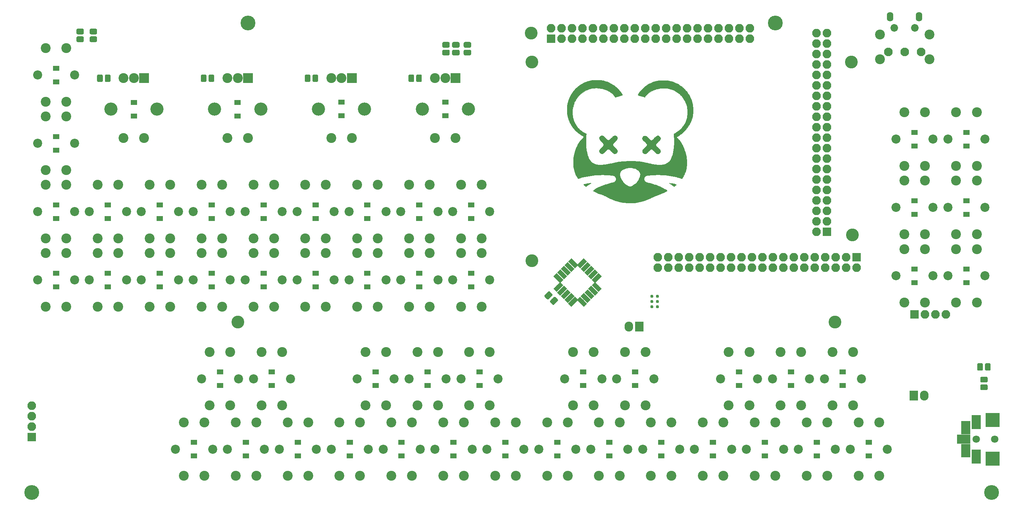
<source format=gbr>
G04 #@! TF.GenerationSoftware,KiCad,Pcbnew,(5.0.0)*
G04 #@! TF.CreationDate,2018-08-12T11:34:12+02:00*
G04 #@! TF.ProjectId,OTTOtact,4F54544F746163742E6B696361645F70,rev?*
G04 #@! TF.SameCoordinates,Original*
G04 #@! TF.FileFunction,Soldermask,Bot*
G04 #@! TF.FilePolarity,Negative*
%FSLAX46Y46*%
G04 Gerber Fmt 4.6, Leading zero omitted, Abs format (unit mm)*
G04 Created by KiCad (PCBNEW (5.0.0)) date 08/12/18 11:34:12*
%MOMM*%
%LPD*%
G01*
G04 APERTURE LIST*
%ADD10C,0.010000*%
%ADD11C,3.100000*%
%ADD12C,3.600000*%
%ADD13R,2.200000X3.200000*%
%ADD14R,3.200000X2.200000*%
%ADD15R,2.200000X3.400000*%
%ADD16R,3.400000X3.400000*%
%ADD17C,1.800000*%
%ADD18O,2.100000X2.100000*%
%ADD19R,2.100000X2.100000*%
%ADD20R,1.600000X1.300000*%
%ADD21R,2.400000X2.400000*%
%ADD22C,2.400000*%
%ADD23C,3.200000*%
%ADD24O,1.600000X2.300000*%
%ADD25C,1.850000*%
%ADD26C,2.100000*%
%ADD27C,0.770000*%
%ADD28C,1.100000*%
%ADD29C,0.100000*%
%ADD30O,2.100000X2.400000*%
%ADD31R,2.100000X2.400000*%
%ADD32C,2.200000*%
%ADD33C,1.375000*%
G04 APERTURE END LIST*
D10*
G04 #@! TO.C,G\002A\002A\002A*
G36*
X168057601Y-61025755D02*
X167966674Y-61050412D01*
X167872306Y-61091331D01*
X167773960Y-61148495D01*
X167707381Y-61194551D01*
X167648741Y-61239469D01*
X167586585Y-61291068D01*
X167519374Y-61350738D01*
X167445573Y-61419870D01*
X167363643Y-61499856D01*
X167305160Y-61558467D01*
X167205875Y-61657974D01*
X167116757Y-61745392D01*
X167036939Y-61821474D01*
X166965550Y-61886971D01*
X166901722Y-61942639D01*
X166844585Y-61989228D01*
X166793272Y-62027492D01*
X166746912Y-62058185D01*
X166704637Y-62082058D01*
X166695560Y-62086585D01*
X166657528Y-62103662D01*
X166625363Y-62113786D01*
X166590680Y-62119145D01*
X166563175Y-62121089D01*
X166525573Y-62121548D01*
X166488997Y-62118404D01*
X166452437Y-62110951D01*
X166414883Y-62098478D01*
X166375325Y-62080277D01*
X166332753Y-62055639D01*
X166286157Y-62023855D01*
X166234527Y-61984217D01*
X166176852Y-61936015D01*
X166112124Y-61878541D01*
X166039330Y-61811085D01*
X165957463Y-61732940D01*
X165865511Y-61643396D01*
X165823226Y-61601808D01*
X165740300Y-61520377D01*
X165667847Y-61449986D01*
X165604580Y-61389492D01*
X165549215Y-61337747D01*
X165500466Y-61293607D01*
X165457048Y-61255927D01*
X165417676Y-61223560D01*
X165381064Y-61195362D01*
X165345928Y-61170188D01*
X165317519Y-61151129D01*
X165232757Y-61100374D01*
X165153882Y-61063123D01*
X165078024Y-61038389D01*
X165002312Y-61025184D01*
X164942960Y-61022250D01*
X164864895Y-61027877D01*
X164790970Y-61045457D01*
X164719102Y-61075950D01*
X164647206Y-61120321D01*
X164573196Y-61179531D01*
X164543470Y-61206702D01*
X164470561Y-61284939D01*
X164414272Y-61366412D01*
X164374605Y-61451120D01*
X164351558Y-61539059D01*
X164345132Y-61630229D01*
X164355326Y-61724628D01*
X164382141Y-61822253D01*
X164425576Y-61923103D01*
X164485632Y-62027176D01*
X164562308Y-62134471D01*
X164576138Y-62151960D01*
X164600178Y-62180617D01*
X164633880Y-62218860D01*
X164674995Y-62264242D01*
X164721276Y-62314309D01*
X164770476Y-62366614D01*
X164820345Y-62418705D01*
X164829518Y-62428177D01*
X164918129Y-62520013D01*
X164995461Y-62601334D01*
X165062505Y-62673294D01*
X165120249Y-62737050D01*
X165169685Y-62793754D01*
X165211802Y-62844564D01*
X165247591Y-62890633D01*
X165278042Y-62933118D01*
X165304144Y-62973172D01*
X165321102Y-63001680D01*
X165358241Y-63075820D01*
X165381995Y-63146272D01*
X165392138Y-63214778D01*
X165388445Y-63283077D01*
X165370690Y-63352908D01*
X165338651Y-63426013D01*
X165292100Y-63504130D01*
X165248125Y-63566258D01*
X165223684Y-63598254D01*
X165197588Y-63630948D01*
X165168725Y-63665559D01*
X165135984Y-63703306D01*
X165098253Y-63745409D01*
X165054421Y-63793086D01*
X165003376Y-63847559D01*
X164944007Y-63910046D01*
X164875202Y-63981766D01*
X164795850Y-64063939D01*
X164772968Y-64087564D01*
X164716199Y-64146467D01*
X164661792Y-64203525D01*
X164611167Y-64257205D01*
X164565749Y-64305971D01*
X164526959Y-64348288D01*
X164496220Y-64382623D01*
X164474954Y-64407440D01*
X164466669Y-64418041D01*
X164428260Y-64478187D01*
X164393668Y-64544312D01*
X164365581Y-64610670D01*
X164346693Y-64671516D01*
X164345478Y-64676784D01*
X164336435Y-64740542D01*
X164334917Y-64811198D01*
X164340631Y-64881811D01*
X164353285Y-64945442D01*
X164357362Y-64959025D01*
X164390998Y-65038102D01*
X164439024Y-65116178D01*
X164498950Y-65190941D01*
X164568282Y-65260082D01*
X164644530Y-65321291D01*
X164725200Y-65372257D01*
X164807802Y-65410672D01*
X164863749Y-65428432D01*
X164911793Y-65436647D01*
X164968827Y-65440374D01*
X165027944Y-65439614D01*
X165082236Y-65434367D01*
X165112294Y-65428390D01*
X165185433Y-65402178D01*
X165263769Y-65360383D01*
X165346720Y-65303340D01*
X165391694Y-65267589D01*
X165477332Y-65194801D01*
X165563614Y-65117940D01*
X165652002Y-65035569D01*
X165743960Y-64946254D01*
X165840950Y-64848557D01*
X165944434Y-64741044D01*
X166055875Y-64622278D01*
X166122053Y-64550591D01*
X166205012Y-64467226D01*
X166285958Y-64399897D01*
X166364678Y-64348715D01*
X166440957Y-64313790D01*
X166514580Y-64295235D01*
X166585333Y-64293160D01*
X166611985Y-64296819D01*
X166659387Y-64307998D01*
X166704581Y-64324086D01*
X166749055Y-64346252D01*
X166794297Y-64375661D01*
X166841793Y-64413482D01*
X166893030Y-64460882D01*
X166949497Y-64519026D01*
X167012680Y-64589084D01*
X167071660Y-64657553D01*
X167115463Y-64707500D01*
X167167586Y-64764104D01*
X167226306Y-64825705D01*
X167289898Y-64890644D01*
X167356639Y-64957260D01*
X167424803Y-65023894D01*
X167492668Y-65088886D01*
X167558508Y-65150576D01*
X167620600Y-65207305D01*
X167677219Y-65257412D01*
X167726642Y-65299239D01*
X167767144Y-65331124D01*
X167783440Y-65342772D01*
X167856065Y-65385152D01*
X167929796Y-65413060D01*
X168009566Y-65428125D01*
X168051443Y-65431273D01*
X168129183Y-65431038D01*
X168198953Y-65422063D01*
X168266676Y-65403054D01*
X168338273Y-65372713D01*
X168353607Y-65365157D01*
X168442773Y-65313348D01*
X168523073Y-65252650D01*
X168592947Y-65184824D01*
X168650833Y-65111631D01*
X168695171Y-65034834D01*
X168724402Y-64956193D01*
X168727728Y-64942886D01*
X168733216Y-64901831D01*
X168734224Y-64849119D01*
X168731031Y-64789348D01*
X168723916Y-64727112D01*
X168713157Y-64667007D01*
X168710246Y-64654177D01*
X168692914Y-64597090D01*
X168667268Y-64533065D01*
X168636088Y-64467955D01*
X168602154Y-64407613D01*
X168571487Y-64362125D01*
X168558603Y-64346964D01*
X168534906Y-64321077D01*
X168501580Y-64285688D01*
X168459807Y-64242022D01*
X168410772Y-64191302D01*
X168355656Y-64134754D01*
X168295645Y-64073601D01*
X168231921Y-64009068D01*
X168170528Y-63947258D01*
X168103553Y-63879763D01*
X168038542Y-63813758D01*
X167976773Y-63750574D01*
X167919523Y-63691540D01*
X167868071Y-63637983D01*
X167823695Y-63591235D01*
X167787672Y-63552623D01*
X167761280Y-63523477D01*
X167747256Y-63506991D01*
X167717601Y-63467228D01*
X167687595Y-63422812D01*
X167661693Y-63380513D01*
X167650407Y-63359816D01*
X167633063Y-63324692D01*
X167622382Y-63298462D01*
X167616802Y-63275216D01*
X167614762Y-63249046D01*
X167614612Y-63224350D01*
X167616091Y-63185938D01*
X167621201Y-63156067D01*
X167631837Y-63126432D01*
X167641898Y-63104824D01*
X167655099Y-63079335D01*
X167670128Y-63053829D01*
X167688037Y-63027095D01*
X167709874Y-62997917D01*
X167736690Y-62965082D01*
X167769536Y-62927376D01*
X167809463Y-62883585D01*
X167857521Y-62832495D01*
X167914759Y-62772893D01*
X167982230Y-62703565D01*
X168041109Y-62643510D01*
X168134841Y-62547679D01*
X168217299Y-62462314D01*
X168289478Y-62386210D01*
X168352373Y-62318160D01*
X168406980Y-62256962D01*
X168454293Y-62201409D01*
X168495308Y-62150297D01*
X168531021Y-62102420D01*
X168562427Y-62056576D01*
X168590521Y-62011557D01*
X168616298Y-61966160D01*
X168640754Y-61919179D01*
X168642712Y-61915258D01*
X168677251Y-61841264D01*
X168702106Y-61776186D01*
X168718395Y-61715899D01*
X168727233Y-61656276D01*
X168729737Y-61593524D01*
X168723699Y-61511132D01*
X168705542Y-61435691D01*
X168674157Y-61364750D01*
X168628437Y-61295856D01*
X168567274Y-61226558D01*
X168560979Y-61220223D01*
X168479419Y-61146968D01*
X168397641Y-61090072D01*
X168315107Y-61049519D01*
X168231281Y-61025293D01*
X168145624Y-61017377D01*
X168057601Y-61025755D01*
X168057601Y-61025755D01*
G37*
X168057601Y-61025755D02*
X167966674Y-61050412D01*
X167872306Y-61091331D01*
X167773960Y-61148495D01*
X167707381Y-61194551D01*
X167648741Y-61239469D01*
X167586585Y-61291068D01*
X167519374Y-61350738D01*
X167445573Y-61419870D01*
X167363643Y-61499856D01*
X167305160Y-61558467D01*
X167205875Y-61657974D01*
X167116757Y-61745392D01*
X167036939Y-61821474D01*
X166965550Y-61886971D01*
X166901722Y-61942639D01*
X166844585Y-61989228D01*
X166793272Y-62027492D01*
X166746912Y-62058185D01*
X166704637Y-62082058D01*
X166695560Y-62086585D01*
X166657528Y-62103662D01*
X166625363Y-62113786D01*
X166590680Y-62119145D01*
X166563175Y-62121089D01*
X166525573Y-62121548D01*
X166488997Y-62118404D01*
X166452437Y-62110951D01*
X166414883Y-62098478D01*
X166375325Y-62080277D01*
X166332753Y-62055639D01*
X166286157Y-62023855D01*
X166234527Y-61984217D01*
X166176852Y-61936015D01*
X166112124Y-61878541D01*
X166039330Y-61811085D01*
X165957463Y-61732940D01*
X165865511Y-61643396D01*
X165823226Y-61601808D01*
X165740300Y-61520377D01*
X165667847Y-61449986D01*
X165604580Y-61389492D01*
X165549215Y-61337747D01*
X165500466Y-61293607D01*
X165457048Y-61255927D01*
X165417676Y-61223560D01*
X165381064Y-61195362D01*
X165345928Y-61170188D01*
X165317519Y-61151129D01*
X165232757Y-61100374D01*
X165153882Y-61063123D01*
X165078024Y-61038389D01*
X165002312Y-61025184D01*
X164942960Y-61022250D01*
X164864895Y-61027877D01*
X164790970Y-61045457D01*
X164719102Y-61075950D01*
X164647206Y-61120321D01*
X164573196Y-61179531D01*
X164543470Y-61206702D01*
X164470561Y-61284939D01*
X164414272Y-61366412D01*
X164374605Y-61451120D01*
X164351558Y-61539059D01*
X164345132Y-61630229D01*
X164355326Y-61724628D01*
X164382141Y-61822253D01*
X164425576Y-61923103D01*
X164485632Y-62027176D01*
X164562308Y-62134471D01*
X164576138Y-62151960D01*
X164600178Y-62180617D01*
X164633880Y-62218860D01*
X164674995Y-62264242D01*
X164721276Y-62314309D01*
X164770476Y-62366614D01*
X164820345Y-62418705D01*
X164829518Y-62428177D01*
X164918129Y-62520013D01*
X164995461Y-62601334D01*
X165062505Y-62673294D01*
X165120249Y-62737050D01*
X165169685Y-62793754D01*
X165211802Y-62844564D01*
X165247591Y-62890633D01*
X165278042Y-62933118D01*
X165304144Y-62973172D01*
X165321102Y-63001680D01*
X165358241Y-63075820D01*
X165381995Y-63146272D01*
X165392138Y-63214778D01*
X165388445Y-63283077D01*
X165370690Y-63352908D01*
X165338651Y-63426013D01*
X165292100Y-63504130D01*
X165248125Y-63566258D01*
X165223684Y-63598254D01*
X165197588Y-63630948D01*
X165168725Y-63665559D01*
X165135984Y-63703306D01*
X165098253Y-63745409D01*
X165054421Y-63793086D01*
X165003376Y-63847559D01*
X164944007Y-63910046D01*
X164875202Y-63981766D01*
X164795850Y-64063939D01*
X164772968Y-64087564D01*
X164716199Y-64146467D01*
X164661792Y-64203525D01*
X164611167Y-64257205D01*
X164565749Y-64305971D01*
X164526959Y-64348288D01*
X164496220Y-64382623D01*
X164474954Y-64407440D01*
X164466669Y-64418041D01*
X164428260Y-64478187D01*
X164393668Y-64544312D01*
X164365581Y-64610670D01*
X164346693Y-64671516D01*
X164345478Y-64676784D01*
X164336435Y-64740542D01*
X164334917Y-64811198D01*
X164340631Y-64881811D01*
X164353285Y-64945442D01*
X164357362Y-64959025D01*
X164390998Y-65038102D01*
X164439024Y-65116178D01*
X164498950Y-65190941D01*
X164568282Y-65260082D01*
X164644530Y-65321291D01*
X164725200Y-65372257D01*
X164807802Y-65410672D01*
X164863749Y-65428432D01*
X164911793Y-65436647D01*
X164968827Y-65440374D01*
X165027944Y-65439614D01*
X165082236Y-65434367D01*
X165112294Y-65428390D01*
X165185433Y-65402178D01*
X165263769Y-65360383D01*
X165346720Y-65303340D01*
X165391694Y-65267589D01*
X165477332Y-65194801D01*
X165563614Y-65117940D01*
X165652002Y-65035569D01*
X165743960Y-64946254D01*
X165840950Y-64848557D01*
X165944434Y-64741044D01*
X166055875Y-64622278D01*
X166122053Y-64550591D01*
X166205012Y-64467226D01*
X166285958Y-64399897D01*
X166364678Y-64348715D01*
X166440957Y-64313790D01*
X166514580Y-64295235D01*
X166585333Y-64293160D01*
X166611985Y-64296819D01*
X166659387Y-64307998D01*
X166704581Y-64324086D01*
X166749055Y-64346252D01*
X166794297Y-64375661D01*
X166841793Y-64413482D01*
X166893030Y-64460882D01*
X166949497Y-64519026D01*
X167012680Y-64589084D01*
X167071660Y-64657553D01*
X167115463Y-64707500D01*
X167167586Y-64764104D01*
X167226306Y-64825705D01*
X167289898Y-64890644D01*
X167356639Y-64957260D01*
X167424803Y-65023894D01*
X167492668Y-65088886D01*
X167558508Y-65150576D01*
X167620600Y-65207305D01*
X167677219Y-65257412D01*
X167726642Y-65299239D01*
X167767144Y-65331124D01*
X167783440Y-65342772D01*
X167856065Y-65385152D01*
X167929796Y-65413060D01*
X168009566Y-65428125D01*
X168051443Y-65431273D01*
X168129183Y-65431038D01*
X168198953Y-65422063D01*
X168266676Y-65403054D01*
X168338273Y-65372713D01*
X168353607Y-65365157D01*
X168442773Y-65313348D01*
X168523073Y-65252650D01*
X168592947Y-65184824D01*
X168650833Y-65111631D01*
X168695171Y-65034834D01*
X168724402Y-64956193D01*
X168727728Y-64942886D01*
X168733216Y-64901831D01*
X168734224Y-64849119D01*
X168731031Y-64789348D01*
X168723916Y-64727112D01*
X168713157Y-64667007D01*
X168710246Y-64654177D01*
X168692914Y-64597090D01*
X168667268Y-64533065D01*
X168636088Y-64467955D01*
X168602154Y-64407613D01*
X168571487Y-64362125D01*
X168558603Y-64346964D01*
X168534906Y-64321077D01*
X168501580Y-64285688D01*
X168459807Y-64242022D01*
X168410772Y-64191302D01*
X168355656Y-64134754D01*
X168295645Y-64073601D01*
X168231921Y-64009068D01*
X168170528Y-63947258D01*
X168103553Y-63879763D01*
X168038542Y-63813758D01*
X167976773Y-63750574D01*
X167919523Y-63691540D01*
X167868071Y-63637983D01*
X167823695Y-63591235D01*
X167787672Y-63552623D01*
X167761280Y-63523477D01*
X167747256Y-63506991D01*
X167717601Y-63467228D01*
X167687595Y-63422812D01*
X167661693Y-63380513D01*
X167650407Y-63359816D01*
X167633063Y-63324692D01*
X167622382Y-63298462D01*
X167616802Y-63275216D01*
X167614762Y-63249046D01*
X167614612Y-63224350D01*
X167616091Y-63185938D01*
X167621201Y-63156067D01*
X167631837Y-63126432D01*
X167641898Y-63104824D01*
X167655099Y-63079335D01*
X167670128Y-63053829D01*
X167688037Y-63027095D01*
X167709874Y-62997917D01*
X167736690Y-62965082D01*
X167769536Y-62927376D01*
X167809463Y-62883585D01*
X167857521Y-62832495D01*
X167914759Y-62772893D01*
X167982230Y-62703565D01*
X168041109Y-62643510D01*
X168134841Y-62547679D01*
X168217299Y-62462314D01*
X168289478Y-62386210D01*
X168352373Y-62318160D01*
X168406980Y-62256962D01*
X168454293Y-62201409D01*
X168495308Y-62150297D01*
X168531021Y-62102420D01*
X168562427Y-62056576D01*
X168590521Y-62011557D01*
X168616298Y-61966160D01*
X168640754Y-61919179D01*
X168642712Y-61915258D01*
X168677251Y-61841264D01*
X168702106Y-61776186D01*
X168718395Y-61715899D01*
X168727233Y-61656276D01*
X168729737Y-61593524D01*
X168723699Y-61511132D01*
X168705542Y-61435691D01*
X168674157Y-61364750D01*
X168628437Y-61295856D01*
X168567274Y-61226558D01*
X168560979Y-61220223D01*
X168479419Y-61146968D01*
X168397641Y-61090072D01*
X168315107Y-61049519D01*
X168231281Y-61025293D01*
X168145624Y-61017377D01*
X168057601Y-61025755D01*
G36*
X178509491Y-61060844D02*
X178473820Y-61062169D01*
X178445615Y-61065143D01*
X178420145Y-61070433D01*
X178392679Y-61078704D01*
X178368387Y-61087099D01*
X178321571Y-61105720D01*
X178273503Y-61129147D01*
X178223315Y-61158112D01*
X178170138Y-61193347D01*
X178113104Y-61235584D01*
X178051342Y-61285558D01*
X177983985Y-61343999D01*
X177910164Y-61411641D01*
X177829010Y-61489215D01*
X177739654Y-61577455D01*
X177641226Y-61677093D01*
X177532860Y-61788861D01*
X177519370Y-61802890D01*
X177461223Y-61863005D01*
X177405500Y-61919837D01*
X177353636Y-61971974D01*
X177307066Y-62018003D01*
X177267225Y-62056511D01*
X177235546Y-62086087D01*
X177213465Y-62105318D01*
X177207607Y-62109821D01*
X177135314Y-62154694D01*
X177066089Y-62183532D01*
X176998612Y-62196658D01*
X176931564Y-62194393D01*
X176892967Y-62186320D01*
X176848004Y-62170879D01*
X176803652Y-62148423D01*
X176757868Y-62117440D01*
X176708608Y-62076416D01*
X176653828Y-62023839D01*
X176606022Y-61973909D01*
X176541177Y-61905041D01*
X176469436Y-61830159D01*
X176393371Y-61751856D01*
X176315548Y-61672727D01*
X176238537Y-61595365D01*
X176164906Y-61522365D01*
X176097225Y-61456321D01*
X176038061Y-61399827D01*
X176030898Y-61393103D01*
X175931521Y-61305139D01*
X175836992Y-61232332D01*
X175745998Y-61174070D01*
X175657222Y-61129739D01*
X175569348Y-61098726D01*
X175481061Y-61080417D01*
X175391045Y-61074200D01*
X175348882Y-61075222D01*
X175257097Y-61086390D01*
X175173985Y-61110471D01*
X175097837Y-61148382D01*
X175026943Y-61201041D01*
X174959594Y-61269364D01*
X174937676Y-61295729D01*
X174873704Y-61386404D01*
X174826595Y-61477536D01*
X174796351Y-61569260D01*
X174782970Y-61661712D01*
X174786455Y-61755031D01*
X174806804Y-61849350D01*
X174844020Y-61944808D01*
X174898101Y-62041540D01*
X174940636Y-62102932D01*
X174955514Y-62120862D01*
X174981417Y-62149658D01*
X175017335Y-62188271D01*
X175062260Y-62235654D01*
X175115183Y-62290759D01*
X175175095Y-62352536D01*
X175240989Y-62419938D01*
X175311854Y-62491916D01*
X175386684Y-62567422D01*
X175412635Y-62593495D01*
X175498255Y-62679507D01*
X175572719Y-62754555D01*
X175636882Y-62819615D01*
X175691598Y-62875659D01*
X175737721Y-62923661D01*
X175776107Y-62964596D01*
X175807609Y-62999436D01*
X175833083Y-63029157D01*
X175853382Y-63054731D01*
X175869362Y-63077132D01*
X175881877Y-63097335D01*
X175891781Y-63116312D01*
X175899928Y-63135039D01*
X175907175Y-63154488D01*
X175908657Y-63158741D01*
X175920572Y-63212059D01*
X175923575Y-63272187D01*
X175917691Y-63331552D01*
X175907978Y-63369537D01*
X175894392Y-63404349D01*
X175877542Y-63437542D01*
X175855818Y-63471169D01*
X175827606Y-63507285D01*
X175791295Y-63547943D01*
X175745273Y-63595197D01*
X175687930Y-63651101D01*
X175684320Y-63654559D01*
X175623746Y-63712909D01*
X175559150Y-63775806D01*
X175491774Y-63841989D01*
X175422863Y-63910197D01*
X175353662Y-63979168D01*
X175285415Y-64047642D01*
X175219365Y-64114357D01*
X175156758Y-64178053D01*
X175098836Y-64237468D01*
X175046845Y-64291342D01*
X175002029Y-64338413D01*
X174965631Y-64377420D01*
X174938897Y-64407102D01*
X174923283Y-64425912D01*
X174870164Y-64504472D01*
X174831598Y-64580331D01*
X174806427Y-64657108D01*
X174793492Y-64738417D01*
X174791636Y-64827876D01*
X174791953Y-64835996D01*
X174800287Y-64927341D01*
X174817819Y-65007089D01*
X174846094Y-65078749D01*
X174886655Y-65145828D01*
X174941049Y-65211834D01*
X174970992Y-65242658D01*
X175052840Y-65314568D01*
X175138560Y-65371761D01*
X175231621Y-65416447D01*
X175261120Y-65427613D01*
X175292944Y-65438587D01*
X175319180Y-65446065D01*
X175344533Y-65450713D01*
X175373709Y-65453194D01*
X175411413Y-65454174D01*
X175450094Y-65454325D01*
X175502863Y-65453353D01*
X175549600Y-65449762D01*
X175592268Y-65442533D01*
X175632832Y-65430649D01*
X175673255Y-65413092D01*
X175715502Y-65388847D01*
X175761537Y-65356894D01*
X175813323Y-65316217D01*
X175872826Y-65265800D01*
X175942008Y-65204623D01*
X175955405Y-65192602D01*
X175993132Y-65158014D01*
X176040857Y-65113167D01*
X176096708Y-65059876D01*
X176158813Y-64999959D01*
X176225299Y-64935231D01*
X176294294Y-64867509D01*
X176363926Y-64798609D01*
X176432323Y-64730348D01*
X176444927Y-64717698D01*
X176516141Y-64646183D01*
X176576558Y-64585637D01*
X176627321Y-64535020D01*
X176669573Y-64493294D01*
X176704458Y-64459418D01*
X176733116Y-64432354D01*
X176756692Y-64411062D01*
X176776328Y-64394503D01*
X176793167Y-64381638D01*
X176808350Y-64371427D01*
X176823022Y-64362831D01*
X176838325Y-64354811D01*
X176850689Y-64348654D01*
X176886398Y-64331425D01*
X176912968Y-64320521D01*
X176936305Y-64314499D01*
X176962316Y-64311916D01*
X176996909Y-64311329D01*
X177003528Y-64311324D01*
X177042015Y-64311847D01*
X177069998Y-64314368D01*
X177093897Y-64320321D01*
X177120133Y-64331139D01*
X177143866Y-64342641D01*
X177201581Y-64375823D01*
X177258513Y-64418207D01*
X177317002Y-64471774D01*
X177379383Y-64538510D01*
X177392637Y-64553734D01*
X177413277Y-64576701D01*
X177444501Y-64610103D01*
X177484867Y-64652456D01*
X177532932Y-64702273D01*
X177587255Y-64758071D01*
X177646393Y-64818363D01*
X177708903Y-64881665D01*
X177773344Y-64946492D01*
X177799037Y-64972216D01*
X177876916Y-65049921D01*
X177944165Y-65116571D01*
X178001998Y-65173210D01*
X178051630Y-65220884D01*
X178094277Y-65260639D01*
X178131153Y-65293519D01*
X178163472Y-65320571D01*
X178192449Y-65342839D01*
X178219299Y-65361370D01*
X178245237Y-65377208D01*
X178271476Y-65391400D01*
X178299233Y-65404990D01*
X178305023Y-65407704D01*
X178384100Y-65437467D01*
X178467339Y-65455988D01*
X178549590Y-65462399D01*
X178608160Y-65458656D01*
X178701268Y-65437821D01*
X178791400Y-65400864D01*
X178878962Y-65347563D01*
X178964357Y-65277701D01*
X178992688Y-65250418D01*
X179067713Y-65166074D01*
X179125915Y-65079985D01*
X179167281Y-64992260D01*
X179191801Y-64903011D01*
X179199464Y-64812348D01*
X179190259Y-64720383D01*
X179164174Y-64627225D01*
X179121199Y-64532985D01*
X179072026Y-64453049D01*
X179057868Y-64435091D01*
X179033056Y-64406553D01*
X178998922Y-64368815D01*
X178956797Y-64323258D01*
X178908015Y-64271263D01*
X178853906Y-64214211D01*
X178795802Y-64153483D01*
X178735036Y-64090459D01*
X178672939Y-64026521D01*
X178610844Y-63963049D01*
X178550082Y-63901424D01*
X178491984Y-63843026D01*
X178437884Y-63789238D01*
X178389112Y-63741440D01*
X178347001Y-63701012D01*
X178342995Y-63697226D01*
X178259488Y-63612312D01*
X178192419Y-63530481D01*
X178141630Y-63451443D01*
X178106963Y-63374908D01*
X178088262Y-63300586D01*
X178085369Y-63228190D01*
X178085729Y-63223489D01*
X178096034Y-63161686D01*
X178117067Y-63101283D01*
X178149866Y-63040560D01*
X178195471Y-62977796D01*
X178254920Y-62911269D01*
X178302944Y-62863801D01*
X178374161Y-62795435D01*
X178448447Y-62722766D01*
X178524455Y-62647207D01*
X178600834Y-62570169D01*
X178676237Y-62493064D01*
X178749314Y-62417305D01*
X178818716Y-62344303D01*
X178883094Y-62275470D01*
X178941100Y-62212218D01*
X178991384Y-62155959D01*
X179032597Y-62108105D01*
X179063390Y-62070069D01*
X179071288Y-62059567D01*
X179122735Y-61976983D01*
X179163581Y-61885908D01*
X179185211Y-61816676D01*
X179196113Y-61753614D01*
X179199534Y-61684781D01*
X179195645Y-61616322D01*
X179184615Y-61554384D01*
X179177265Y-61529987D01*
X179134476Y-61432531D01*
X179078098Y-61342268D01*
X179009872Y-61260969D01*
X178931539Y-61190406D01*
X178844839Y-61132353D01*
X178751514Y-61088581D01*
X178739313Y-61084147D01*
X178709717Y-61074269D01*
X178684203Y-61067570D01*
X178658159Y-61063449D01*
X178626975Y-61061309D01*
X178586039Y-61060549D01*
X178557360Y-61060503D01*
X178509491Y-61060844D01*
X178509491Y-61060844D01*
G37*
X178509491Y-61060844D02*
X178473820Y-61062169D01*
X178445615Y-61065143D01*
X178420145Y-61070433D01*
X178392679Y-61078704D01*
X178368387Y-61087099D01*
X178321571Y-61105720D01*
X178273503Y-61129147D01*
X178223315Y-61158112D01*
X178170138Y-61193347D01*
X178113104Y-61235584D01*
X178051342Y-61285558D01*
X177983985Y-61343999D01*
X177910164Y-61411641D01*
X177829010Y-61489215D01*
X177739654Y-61577455D01*
X177641226Y-61677093D01*
X177532860Y-61788861D01*
X177519370Y-61802890D01*
X177461223Y-61863005D01*
X177405500Y-61919837D01*
X177353636Y-61971974D01*
X177307066Y-62018003D01*
X177267225Y-62056511D01*
X177235546Y-62086087D01*
X177213465Y-62105318D01*
X177207607Y-62109821D01*
X177135314Y-62154694D01*
X177066089Y-62183532D01*
X176998612Y-62196658D01*
X176931564Y-62194393D01*
X176892967Y-62186320D01*
X176848004Y-62170879D01*
X176803652Y-62148423D01*
X176757868Y-62117440D01*
X176708608Y-62076416D01*
X176653828Y-62023839D01*
X176606022Y-61973909D01*
X176541177Y-61905041D01*
X176469436Y-61830159D01*
X176393371Y-61751856D01*
X176315548Y-61672727D01*
X176238537Y-61595365D01*
X176164906Y-61522365D01*
X176097225Y-61456321D01*
X176038061Y-61399827D01*
X176030898Y-61393103D01*
X175931521Y-61305139D01*
X175836992Y-61232332D01*
X175745998Y-61174070D01*
X175657222Y-61129739D01*
X175569348Y-61098726D01*
X175481061Y-61080417D01*
X175391045Y-61074200D01*
X175348882Y-61075222D01*
X175257097Y-61086390D01*
X175173985Y-61110471D01*
X175097837Y-61148382D01*
X175026943Y-61201041D01*
X174959594Y-61269364D01*
X174937676Y-61295729D01*
X174873704Y-61386404D01*
X174826595Y-61477536D01*
X174796351Y-61569260D01*
X174782970Y-61661712D01*
X174786455Y-61755031D01*
X174806804Y-61849350D01*
X174844020Y-61944808D01*
X174898101Y-62041540D01*
X174940636Y-62102932D01*
X174955514Y-62120862D01*
X174981417Y-62149658D01*
X175017335Y-62188271D01*
X175062260Y-62235654D01*
X175115183Y-62290759D01*
X175175095Y-62352536D01*
X175240989Y-62419938D01*
X175311854Y-62491916D01*
X175386684Y-62567422D01*
X175412635Y-62593495D01*
X175498255Y-62679507D01*
X175572719Y-62754555D01*
X175636882Y-62819615D01*
X175691598Y-62875659D01*
X175737721Y-62923661D01*
X175776107Y-62964596D01*
X175807609Y-62999436D01*
X175833083Y-63029157D01*
X175853382Y-63054731D01*
X175869362Y-63077132D01*
X175881877Y-63097335D01*
X175891781Y-63116312D01*
X175899928Y-63135039D01*
X175907175Y-63154488D01*
X175908657Y-63158741D01*
X175920572Y-63212059D01*
X175923575Y-63272187D01*
X175917691Y-63331552D01*
X175907978Y-63369537D01*
X175894392Y-63404349D01*
X175877542Y-63437542D01*
X175855818Y-63471169D01*
X175827606Y-63507285D01*
X175791295Y-63547943D01*
X175745273Y-63595197D01*
X175687930Y-63651101D01*
X175684320Y-63654559D01*
X175623746Y-63712909D01*
X175559150Y-63775806D01*
X175491774Y-63841989D01*
X175422863Y-63910197D01*
X175353662Y-63979168D01*
X175285415Y-64047642D01*
X175219365Y-64114357D01*
X175156758Y-64178053D01*
X175098836Y-64237468D01*
X175046845Y-64291342D01*
X175002029Y-64338413D01*
X174965631Y-64377420D01*
X174938897Y-64407102D01*
X174923283Y-64425912D01*
X174870164Y-64504472D01*
X174831598Y-64580331D01*
X174806427Y-64657108D01*
X174793492Y-64738417D01*
X174791636Y-64827876D01*
X174791953Y-64835996D01*
X174800287Y-64927341D01*
X174817819Y-65007089D01*
X174846094Y-65078749D01*
X174886655Y-65145828D01*
X174941049Y-65211834D01*
X174970992Y-65242658D01*
X175052840Y-65314568D01*
X175138560Y-65371761D01*
X175231621Y-65416447D01*
X175261120Y-65427613D01*
X175292944Y-65438587D01*
X175319180Y-65446065D01*
X175344533Y-65450713D01*
X175373709Y-65453194D01*
X175411413Y-65454174D01*
X175450094Y-65454325D01*
X175502863Y-65453353D01*
X175549600Y-65449762D01*
X175592268Y-65442533D01*
X175632832Y-65430649D01*
X175673255Y-65413092D01*
X175715502Y-65388847D01*
X175761537Y-65356894D01*
X175813323Y-65316217D01*
X175872826Y-65265800D01*
X175942008Y-65204623D01*
X175955405Y-65192602D01*
X175993132Y-65158014D01*
X176040857Y-65113167D01*
X176096708Y-65059876D01*
X176158813Y-64999959D01*
X176225299Y-64935231D01*
X176294294Y-64867509D01*
X176363926Y-64798609D01*
X176432323Y-64730348D01*
X176444927Y-64717698D01*
X176516141Y-64646183D01*
X176576558Y-64585637D01*
X176627321Y-64535020D01*
X176669573Y-64493294D01*
X176704458Y-64459418D01*
X176733116Y-64432354D01*
X176756692Y-64411062D01*
X176776328Y-64394503D01*
X176793167Y-64381638D01*
X176808350Y-64371427D01*
X176823022Y-64362831D01*
X176838325Y-64354811D01*
X176850689Y-64348654D01*
X176886398Y-64331425D01*
X176912968Y-64320521D01*
X176936305Y-64314499D01*
X176962316Y-64311916D01*
X176996909Y-64311329D01*
X177003528Y-64311324D01*
X177042015Y-64311847D01*
X177069998Y-64314368D01*
X177093897Y-64320321D01*
X177120133Y-64331139D01*
X177143866Y-64342641D01*
X177201581Y-64375823D01*
X177258513Y-64418207D01*
X177317002Y-64471774D01*
X177379383Y-64538510D01*
X177392637Y-64553734D01*
X177413277Y-64576701D01*
X177444501Y-64610103D01*
X177484867Y-64652456D01*
X177532932Y-64702273D01*
X177587255Y-64758071D01*
X177646393Y-64818363D01*
X177708903Y-64881665D01*
X177773344Y-64946492D01*
X177799037Y-64972216D01*
X177876916Y-65049921D01*
X177944165Y-65116571D01*
X178001998Y-65173210D01*
X178051630Y-65220884D01*
X178094277Y-65260639D01*
X178131153Y-65293519D01*
X178163472Y-65320571D01*
X178192449Y-65342839D01*
X178219299Y-65361370D01*
X178245237Y-65377208D01*
X178271476Y-65391400D01*
X178299233Y-65404990D01*
X178305023Y-65407704D01*
X178384100Y-65437467D01*
X178467339Y-65455988D01*
X178549590Y-65462399D01*
X178608160Y-65458656D01*
X178701268Y-65437821D01*
X178791400Y-65400864D01*
X178878962Y-65347563D01*
X178964357Y-65277701D01*
X178992688Y-65250418D01*
X179067713Y-65166074D01*
X179125915Y-65079985D01*
X179167281Y-64992260D01*
X179191801Y-64903011D01*
X179199464Y-64812348D01*
X179190259Y-64720383D01*
X179164174Y-64627225D01*
X179121199Y-64532985D01*
X179072026Y-64453049D01*
X179057868Y-64435091D01*
X179033056Y-64406553D01*
X178998922Y-64368815D01*
X178956797Y-64323258D01*
X178908015Y-64271263D01*
X178853906Y-64214211D01*
X178795802Y-64153483D01*
X178735036Y-64090459D01*
X178672939Y-64026521D01*
X178610844Y-63963049D01*
X178550082Y-63901424D01*
X178491984Y-63843026D01*
X178437884Y-63789238D01*
X178389112Y-63741440D01*
X178347001Y-63701012D01*
X178342995Y-63697226D01*
X178259488Y-63612312D01*
X178192419Y-63530481D01*
X178141630Y-63451443D01*
X178106963Y-63374908D01*
X178088262Y-63300586D01*
X178085369Y-63228190D01*
X178085729Y-63223489D01*
X178096034Y-63161686D01*
X178117067Y-63101283D01*
X178149866Y-63040560D01*
X178195471Y-62977796D01*
X178254920Y-62911269D01*
X178302944Y-62863801D01*
X178374161Y-62795435D01*
X178448447Y-62722766D01*
X178524455Y-62647207D01*
X178600834Y-62570169D01*
X178676237Y-62493064D01*
X178749314Y-62417305D01*
X178818716Y-62344303D01*
X178883094Y-62275470D01*
X178941100Y-62212218D01*
X178991384Y-62155959D01*
X179032597Y-62108105D01*
X179063390Y-62070069D01*
X179071288Y-62059567D01*
X179122735Y-61976983D01*
X179163581Y-61885908D01*
X179185211Y-61816676D01*
X179196113Y-61753614D01*
X179199534Y-61684781D01*
X179195645Y-61616322D01*
X179184615Y-61554384D01*
X179177265Y-61529987D01*
X179134476Y-61432531D01*
X179078098Y-61342268D01*
X179009872Y-61260969D01*
X178931539Y-61190406D01*
X178844839Y-61132353D01*
X178751514Y-61088581D01*
X178739313Y-61084147D01*
X178709717Y-61074269D01*
X178684203Y-61067570D01*
X178658159Y-61063449D01*
X178626975Y-61061309D01*
X178586039Y-61060549D01*
X178557360Y-61060503D01*
X178509491Y-61060844D01*
G36*
X162266545Y-72555116D02*
X162220748Y-72557379D01*
X162166542Y-72560801D01*
X162106737Y-72565174D01*
X162044144Y-72570294D01*
X161981573Y-72575952D01*
X161921834Y-72581945D01*
X161867738Y-72588064D01*
X161865327Y-72588358D01*
X161780002Y-72599395D01*
X161695035Y-72611673D01*
X161608424Y-72625577D01*
X161518167Y-72641496D01*
X161422264Y-72659815D01*
X161318713Y-72680923D01*
X161205513Y-72705205D01*
X161080661Y-72733049D01*
X160942157Y-72764842D01*
X160891661Y-72776606D01*
X160823813Y-72792427D01*
X160758999Y-72807473D01*
X160699655Y-72821182D01*
X160648217Y-72832996D01*
X160607122Y-72842352D01*
X160578807Y-72848692D01*
X160569927Y-72850613D01*
X160542694Y-72856624D01*
X160522997Y-72861503D01*
X160515824Y-72863870D01*
X160518239Y-72872019D01*
X160530185Y-72890157D01*
X160549692Y-72915845D01*
X160574790Y-72946641D01*
X160603510Y-72980106D01*
X160633884Y-73013799D01*
X160653986Y-73035087D01*
X160689778Y-73070553D01*
X160732831Y-73110772D01*
X160777022Y-73150125D01*
X160806994Y-73175498D01*
X160837918Y-73200515D01*
X160874355Y-73229361D01*
X160914008Y-73260288D01*
X160954577Y-73291547D01*
X160993764Y-73321391D01*
X161029271Y-73348070D01*
X161058801Y-73369837D01*
X161080053Y-73384943D01*
X161090731Y-73391640D01*
X161091365Y-73391818D01*
X161098767Y-73387229D01*
X161119246Y-73373909D01*
X161151795Y-73352526D01*
X161195407Y-73323748D01*
X161249072Y-73288243D01*
X161311784Y-73246679D01*
X161382534Y-73199724D01*
X161460315Y-73148046D01*
X161544119Y-73092312D01*
X161632938Y-73033191D01*
X161720538Y-72974834D01*
X161829950Y-72901870D01*
X161926011Y-72837691D01*
X162009499Y-72781755D01*
X162081192Y-72733517D01*
X162141870Y-72692433D01*
X162192312Y-72657958D01*
X162233296Y-72629549D01*
X162265602Y-72606662D01*
X162290008Y-72588752D01*
X162307293Y-72575275D01*
X162318237Y-72565687D01*
X162323617Y-72559444D01*
X162324213Y-72556002D01*
X162321671Y-72554887D01*
X162301123Y-72554216D01*
X162266545Y-72555116D01*
X162266545Y-72555116D01*
G37*
X162266545Y-72555116D02*
X162220748Y-72557379D01*
X162166542Y-72560801D01*
X162106737Y-72565174D01*
X162044144Y-72570294D01*
X161981573Y-72575952D01*
X161921834Y-72581945D01*
X161867738Y-72588064D01*
X161865327Y-72588358D01*
X161780002Y-72599395D01*
X161695035Y-72611673D01*
X161608424Y-72625577D01*
X161518167Y-72641496D01*
X161422264Y-72659815D01*
X161318713Y-72680923D01*
X161205513Y-72705205D01*
X161080661Y-72733049D01*
X160942157Y-72764842D01*
X160891661Y-72776606D01*
X160823813Y-72792427D01*
X160758999Y-72807473D01*
X160699655Y-72821182D01*
X160648217Y-72832996D01*
X160607122Y-72842352D01*
X160578807Y-72848692D01*
X160569927Y-72850613D01*
X160542694Y-72856624D01*
X160522997Y-72861503D01*
X160515824Y-72863870D01*
X160518239Y-72872019D01*
X160530185Y-72890157D01*
X160549692Y-72915845D01*
X160574790Y-72946641D01*
X160603510Y-72980106D01*
X160633884Y-73013799D01*
X160653986Y-73035087D01*
X160689778Y-73070553D01*
X160732831Y-73110772D01*
X160777022Y-73150125D01*
X160806994Y-73175498D01*
X160837918Y-73200515D01*
X160874355Y-73229361D01*
X160914008Y-73260288D01*
X160954577Y-73291547D01*
X160993764Y-73321391D01*
X161029271Y-73348070D01*
X161058801Y-73369837D01*
X161080053Y-73384943D01*
X161090731Y-73391640D01*
X161091365Y-73391818D01*
X161098767Y-73387229D01*
X161119246Y-73373909D01*
X161151795Y-73352526D01*
X161195407Y-73323748D01*
X161249072Y-73288243D01*
X161311784Y-73246679D01*
X161382534Y-73199724D01*
X161460315Y-73148046D01*
X161544119Y-73092312D01*
X161632938Y-73033191D01*
X161720538Y-72974834D01*
X161829950Y-72901870D01*
X161926011Y-72837691D01*
X162009499Y-72781755D01*
X162081192Y-72733517D01*
X162141870Y-72692433D01*
X162192312Y-72657958D01*
X162233296Y-72629549D01*
X162265602Y-72606662D01*
X162290008Y-72588752D01*
X162307293Y-72575275D01*
X162318237Y-72565687D01*
X162323617Y-72559444D01*
X162324213Y-72556002D01*
X162321671Y-72554887D01*
X162301123Y-72554216D01*
X162266545Y-72555116D01*
G36*
X181320356Y-72573584D02*
X181321727Y-72577338D01*
X181329986Y-72583525D01*
X181350954Y-72598359D01*
X181383375Y-72620983D01*
X181425994Y-72650536D01*
X181477555Y-72686160D01*
X181536802Y-72726994D01*
X181602479Y-72772179D01*
X181673332Y-72820857D01*
X181748104Y-72872167D01*
X181825540Y-72925250D01*
X181904384Y-72979246D01*
X181983380Y-73033297D01*
X182061273Y-73086542D01*
X182136808Y-73138122D01*
X182208728Y-73187179D01*
X182275777Y-73232852D01*
X182336702Y-73274281D01*
X182390244Y-73310609D01*
X182435150Y-73340974D01*
X182470163Y-73364518D01*
X182494028Y-73380381D01*
X182505489Y-73387704D01*
X182506241Y-73388091D01*
X182514642Y-73383617D01*
X182534622Y-73369491D01*
X182564713Y-73346853D01*
X182603444Y-73316845D01*
X182649349Y-73280606D01*
X182700957Y-73239279D01*
X182756799Y-73194003D01*
X182769527Y-73183609D01*
X182826429Y-73137027D01*
X182879538Y-73093443D01*
X182927348Y-73054102D01*
X182968351Y-73020250D01*
X183001039Y-72993131D01*
X183023905Y-72973990D01*
X183035442Y-72964072D01*
X183036227Y-72963335D01*
X183043416Y-72953322D01*
X183039201Y-72943987D01*
X183027761Y-72934186D01*
X183000164Y-72915802D01*
X182959947Y-72893263D01*
X182910434Y-72868116D01*
X182854950Y-72841908D01*
X182796818Y-72816188D01*
X182739363Y-72792503D01*
X182685908Y-72772401D01*
X182664688Y-72765147D01*
X182600067Y-72744919D01*
X182534998Y-72726815D01*
X182467564Y-72710517D01*
X182395849Y-72695707D01*
X182317940Y-72682063D01*
X182231919Y-72669268D01*
X182135872Y-72657002D01*
X182027883Y-72644946D01*
X181906036Y-72632780D01*
X181825494Y-72625297D01*
X181728446Y-72616316D01*
X181644493Y-72608137D01*
X181569839Y-72600349D01*
X181500691Y-72592536D01*
X181433252Y-72584287D01*
X181363728Y-72575186D01*
X181355594Y-72574089D01*
X181330322Y-72571693D01*
X181320356Y-72573584D01*
X181320356Y-72573584D01*
G37*
X181320356Y-72573584D02*
X181321727Y-72577338D01*
X181329986Y-72583525D01*
X181350954Y-72598359D01*
X181383375Y-72620983D01*
X181425994Y-72650536D01*
X181477555Y-72686160D01*
X181536802Y-72726994D01*
X181602479Y-72772179D01*
X181673332Y-72820857D01*
X181748104Y-72872167D01*
X181825540Y-72925250D01*
X181904384Y-72979246D01*
X181983380Y-73033297D01*
X182061273Y-73086542D01*
X182136808Y-73138122D01*
X182208728Y-73187179D01*
X182275777Y-73232852D01*
X182336702Y-73274281D01*
X182390244Y-73310609D01*
X182435150Y-73340974D01*
X182470163Y-73364518D01*
X182494028Y-73380381D01*
X182505489Y-73387704D01*
X182506241Y-73388091D01*
X182514642Y-73383617D01*
X182534622Y-73369491D01*
X182564713Y-73346853D01*
X182603444Y-73316845D01*
X182649349Y-73280606D01*
X182700957Y-73239279D01*
X182756799Y-73194003D01*
X182769527Y-73183609D01*
X182826429Y-73137027D01*
X182879538Y-73093443D01*
X182927348Y-73054102D01*
X182968351Y-73020250D01*
X183001039Y-72993131D01*
X183023905Y-72973990D01*
X183035442Y-72964072D01*
X183036227Y-72963335D01*
X183043416Y-72953322D01*
X183039201Y-72943987D01*
X183027761Y-72934186D01*
X183000164Y-72915802D01*
X182959947Y-72893263D01*
X182910434Y-72868116D01*
X182854950Y-72841908D01*
X182796818Y-72816188D01*
X182739363Y-72792503D01*
X182685908Y-72772401D01*
X182664688Y-72765147D01*
X182600067Y-72744919D01*
X182534998Y-72726815D01*
X182467564Y-72710517D01*
X182395849Y-72695707D01*
X182317940Y-72682063D01*
X182231919Y-72669268D01*
X182135872Y-72657002D01*
X182027883Y-72644946D01*
X181906036Y-72632780D01*
X181825494Y-72625297D01*
X181728446Y-72616316D01*
X181644493Y-72608137D01*
X181569839Y-72600349D01*
X181500691Y-72592536D01*
X181433252Y-72584287D01*
X181363728Y-72575186D01*
X181355594Y-72574089D01*
X181330322Y-72571693D01*
X181320356Y-72573584D01*
G36*
X163397773Y-47537938D02*
X163118910Y-47547691D01*
X162848389Y-47563945D01*
X162640027Y-47581670D01*
X162565579Y-47590807D01*
X162482003Y-47604727D01*
X162388146Y-47623695D01*
X162282854Y-47647970D01*
X162164971Y-47677816D01*
X162033343Y-47713493D01*
X161930116Y-47742737D01*
X161566408Y-47854993D01*
X161214904Y-47978983D01*
X160875594Y-48114715D01*
X160548465Y-48262195D01*
X160233505Y-48421431D01*
X159930704Y-48592431D01*
X159640050Y-48775204D01*
X159361530Y-48969756D01*
X159095133Y-49176095D01*
X158840848Y-49394229D01*
X158598662Y-49624165D01*
X158368564Y-49865912D01*
X158150542Y-50119477D01*
X157979402Y-50338043D01*
X157790631Y-50602244D01*
X157613670Y-50876036D01*
X157448274Y-51159945D01*
X157294195Y-51454496D01*
X157151188Y-51760212D01*
X157019006Y-52077621D01*
X156897405Y-52407246D01*
X156786136Y-52749613D01*
X156688217Y-53092991D01*
X156651755Y-53235564D01*
X156621261Y-53368373D01*
X156595584Y-53497022D01*
X156573571Y-53627111D01*
X156561380Y-53710071D01*
X156535561Y-53895351D01*
X156535561Y-55583788D01*
X156657597Y-56205290D01*
X156779633Y-56826791D01*
X156840250Y-56987257D01*
X156862371Y-57045711D01*
X156879608Y-57090696D01*
X156893048Y-57124590D01*
X156903778Y-57149768D01*
X156912885Y-57168607D01*
X156921455Y-57183485D01*
X156930576Y-57196779D01*
X156941334Y-57210864D01*
X156944126Y-57214431D01*
X156955688Y-57233464D01*
X156971623Y-57265893D01*
X156990770Y-57309110D01*
X157011966Y-57360507D01*
X157031181Y-57409877D01*
X157161506Y-57731661D01*
X157304244Y-58041975D01*
X157459567Y-58341045D01*
X157627644Y-58629100D01*
X157808645Y-58906366D01*
X158002742Y-59173070D01*
X158210104Y-59429441D01*
X158430901Y-59675706D01*
X158665305Y-59912091D01*
X158913485Y-60138825D01*
X159175612Y-60356134D01*
X159325327Y-60471373D01*
X159438993Y-60555099D01*
X159551277Y-60634577D01*
X159665094Y-60711702D01*
X159783356Y-60788373D01*
X159908979Y-60866485D01*
X160044875Y-60947938D01*
X160163306Y-61016986D01*
X160247931Y-61066563D01*
X160318525Y-61109799D01*
X160376291Y-61147751D01*
X160422431Y-61181475D01*
X160458147Y-61212027D01*
X160484641Y-61240462D01*
X160503116Y-61267835D01*
X160514774Y-61295204D01*
X160520817Y-61323623D01*
X160521647Y-61331674D01*
X160521885Y-61360564D01*
X160517130Y-61389577D01*
X160506459Y-61420020D01*
X160488948Y-61453200D01*
X160463675Y-61490422D01*
X160429716Y-61532993D01*
X160386149Y-61582220D01*
X160332049Y-61639408D01*
X160266494Y-61705865D01*
X160235268Y-61736909D01*
X160185135Y-61787018D01*
X160133757Y-61839248D01*
X160083931Y-61890694D01*
X160038449Y-61938453D01*
X160000108Y-61979621D01*
X159976648Y-62005638D01*
X159791668Y-62226761D01*
X159613072Y-62462894D01*
X159441336Y-62713179D01*
X159276936Y-62976756D01*
X159120346Y-63252767D01*
X158972042Y-63540352D01*
X158832501Y-63838654D01*
X158702198Y-64146813D01*
X158581608Y-64463971D01*
X158524156Y-64628451D01*
X158409089Y-64991474D01*
X158308857Y-65357648D01*
X158223586Y-65725994D01*
X158153402Y-66095533D01*
X158098431Y-66465285D01*
X158058797Y-66834273D01*
X158034628Y-67201518D01*
X158026048Y-67566039D01*
X158033182Y-67926859D01*
X158055718Y-68277958D01*
X158092564Y-68615218D01*
X158143798Y-68944795D01*
X158209328Y-69266420D01*
X158289061Y-69579823D01*
X158382904Y-69884736D01*
X158490765Y-70180888D01*
X158612552Y-70468012D01*
X158748171Y-70745838D01*
X158897531Y-71014097D01*
X159060538Y-71272519D01*
X159111419Y-71347125D01*
X159137936Y-71385196D01*
X159161301Y-71418491D01*
X159179706Y-71444457D01*
X159191348Y-71460540D01*
X159194302Y-71464347D01*
X159203985Y-71464044D01*
X159227119Y-71458961D01*
X159261132Y-71449797D01*
X159303449Y-71437249D01*
X159351499Y-71422014D01*
X159356190Y-71420477D01*
X159821344Y-71275799D01*
X160297065Y-71143661D01*
X160782334Y-71024251D01*
X161276131Y-70917761D01*
X161777439Y-70824379D01*
X162285239Y-70744295D01*
X162798512Y-70677698D01*
X163316239Y-70624779D01*
X163837402Y-70585727D01*
X163842294Y-70585427D01*
X164191397Y-70567731D01*
X164552648Y-70556408D01*
X164922505Y-70551460D01*
X165297429Y-70552886D01*
X165673879Y-70560685D01*
X166048314Y-70574858D01*
X166255294Y-70585550D01*
X166379525Y-70593090D01*
X166512386Y-70602043D01*
X166650844Y-70612154D01*
X166791864Y-70623168D01*
X166932413Y-70634831D01*
X167069455Y-70646886D01*
X167199958Y-70659081D01*
X167320888Y-70671159D01*
X167429209Y-70682865D01*
X167470260Y-70687615D01*
X167610317Y-70708786D01*
X167736409Y-70737747D01*
X167849891Y-70775063D01*
X167952112Y-70821303D01*
X168044426Y-70877033D01*
X168128185Y-70942820D01*
X168167614Y-70979996D01*
X168242141Y-71066007D01*
X168301859Y-71160030D01*
X168346594Y-71261565D01*
X168376172Y-71370108D01*
X168390420Y-71485157D01*
X168389165Y-71606210D01*
X168388157Y-71618897D01*
X168370303Y-71744355D01*
X168339061Y-71859585D01*
X168294324Y-71964721D01*
X168235985Y-72059896D01*
X168163937Y-72145241D01*
X168078074Y-72220889D01*
X167978288Y-72286973D01*
X167864472Y-72343625D01*
X167775060Y-72378205D01*
X167752287Y-72386023D01*
X167731212Y-72392968D01*
X167709960Y-72399499D01*
X167686654Y-72406077D01*
X167659419Y-72413165D01*
X167626379Y-72421222D01*
X167585660Y-72430709D01*
X167535384Y-72442088D01*
X167473678Y-72455819D01*
X167398664Y-72472363D01*
X167334794Y-72486400D01*
X167057590Y-72550266D01*
X166781055Y-72619811D01*
X166508769Y-72694041D01*
X166244310Y-72771958D01*
X165991257Y-72852568D01*
X165862197Y-72896315D01*
X165798141Y-72918611D01*
X165739707Y-72939187D01*
X165684612Y-72958903D01*
X165630573Y-72978621D01*
X165575306Y-72999202D01*
X165516528Y-73021507D01*
X165451957Y-73046399D01*
X165379309Y-73074738D01*
X165296301Y-73107385D01*
X165200650Y-73145202D01*
X165164618Y-73159479D01*
X165085807Y-73190717D01*
X165003011Y-73223527D01*
X164919647Y-73256554D01*
X164839134Y-73288446D01*
X164764889Y-73317848D01*
X164700332Y-73343406D01*
X164659327Y-73359633D01*
X164473353Y-73434395D01*
X164302264Y-73505709D01*
X164144532Y-73574290D01*
X163998627Y-73640851D01*
X163863022Y-73706108D01*
X163736187Y-73770774D01*
X163616594Y-73835563D01*
X163512094Y-73895630D01*
X163392997Y-73969240D01*
X163273251Y-74049283D01*
X163156307Y-74133211D01*
X163045619Y-74218477D01*
X162944637Y-74302533D01*
X162873353Y-74367012D01*
X162797645Y-74438553D01*
X162898753Y-74492483D01*
X162961965Y-74525749D01*
X163035738Y-74563818D01*
X163117101Y-74605217D01*
X163203080Y-74648468D01*
X163290706Y-74692098D01*
X163377005Y-74734630D01*
X163459005Y-74774590D01*
X163533736Y-74810502D01*
X163598225Y-74840891D01*
X163630627Y-74855797D01*
X163870509Y-74960057D01*
X164103499Y-75051608D01*
X164332519Y-75131542D01*
X164536932Y-75194244D01*
X164638914Y-75224215D01*
X164737325Y-75254712D01*
X164833489Y-75286310D01*
X164928730Y-75319583D01*
X165024372Y-75355108D01*
X165121739Y-75393457D01*
X165222154Y-75435207D01*
X165326943Y-75480932D01*
X165437427Y-75531207D01*
X165554933Y-75586607D01*
X165680782Y-75647707D01*
X165816299Y-75715080D01*
X165962809Y-75789303D01*
X166121634Y-75870950D01*
X166255294Y-75940354D01*
X166393178Y-76012042D01*
X166517735Y-76076395D01*
X166630520Y-76134152D01*
X166733089Y-76186055D01*
X166826998Y-76232844D01*
X166913804Y-76275257D01*
X166995062Y-76314036D01*
X167072327Y-76349921D01*
X167147157Y-76383652D01*
X167221107Y-76415969D01*
X167295734Y-76447612D01*
X167372592Y-76479321D01*
X167453238Y-76511837D01*
X167474494Y-76520306D01*
X167907247Y-76683903D01*
X168340763Y-76830905D01*
X168774858Y-76961270D01*
X169209350Y-77074958D01*
X169644054Y-77171926D01*
X170078788Y-77252133D01*
X170513368Y-77315537D01*
X170947611Y-77362098D01*
X171309894Y-77388047D01*
X171357597Y-77390241D01*
X171418500Y-77392345D01*
X171489925Y-77394321D01*
X171569196Y-77396132D01*
X171653634Y-77397742D01*
X171740561Y-77399114D01*
X171827301Y-77400211D01*
X171911176Y-77400995D01*
X171989508Y-77401429D01*
X172059620Y-77401477D01*
X172118835Y-77401102D01*
X172164474Y-77400266D01*
X172173494Y-77399979D01*
X172580721Y-77378760D01*
X172978738Y-77344302D01*
X173369260Y-77296303D01*
X173754001Y-77234464D01*
X174134678Y-77158482D01*
X174513004Y-77068056D01*
X174890695Y-76962886D01*
X175183394Y-76871263D01*
X175404768Y-76796392D01*
X175619512Y-76718949D01*
X175830560Y-76637705D01*
X176040845Y-76551428D01*
X176253301Y-76458891D01*
X176470861Y-76358862D01*
X176696458Y-76250112D01*
X176861208Y-76167899D01*
X176965361Y-76115470D01*
X177062866Y-76066906D01*
X177155164Y-76021595D01*
X177243695Y-75978923D01*
X177329899Y-75938278D01*
X177415216Y-75899047D01*
X177501086Y-75860619D01*
X177588949Y-75822381D01*
X177680246Y-75783720D01*
X177776416Y-75744023D01*
X177878900Y-75702679D01*
X177989137Y-75659075D01*
X178108568Y-75612598D01*
X178238633Y-75562637D01*
X178380772Y-75508578D01*
X178536425Y-75449808D01*
X178650494Y-75406929D01*
X178825316Y-75341122D01*
X178985410Y-75280452D01*
X179132008Y-75224405D01*
X179266346Y-75172466D01*
X179389656Y-75124121D01*
X179503172Y-75078859D01*
X179608129Y-75036163D01*
X179705760Y-74995521D01*
X179797300Y-74956420D01*
X179883982Y-74918344D01*
X179967040Y-74880781D01*
X180047709Y-74843217D01*
X180127221Y-74805138D01*
X180206811Y-74766030D01*
X180287713Y-74725380D01*
X180288794Y-74724832D01*
X180346022Y-74695314D01*
X180408468Y-74662287D01*
X180473550Y-74627190D01*
X180538687Y-74591462D01*
X180601295Y-74556540D01*
X180658793Y-74523863D01*
X180708599Y-74494869D01*
X180748130Y-74470997D01*
X180771641Y-74455864D01*
X180800043Y-74436564D01*
X180781640Y-74398911D01*
X180761501Y-74367377D01*
X180730313Y-74330136D01*
X180691425Y-74290390D01*
X180648188Y-74251340D01*
X180603951Y-74216188D01*
X180562067Y-74188136D01*
X180559488Y-74186625D01*
X180288127Y-74031730D01*
X180026252Y-73887676D01*
X179771397Y-73753311D01*
X179521091Y-73627484D01*
X179272868Y-73509043D01*
X179024258Y-73396839D01*
X178772792Y-73289719D01*
X178516004Y-73186532D01*
X178251424Y-73086127D01*
X178023174Y-73003738D01*
X177804875Y-72928855D01*
X177573281Y-72853560D01*
X177331965Y-72778886D01*
X177084504Y-72705865D01*
X176834472Y-72635531D01*
X176585446Y-72568915D01*
X176341001Y-72507052D01*
X176127427Y-72456188D01*
X176071527Y-72442551D01*
X176011143Y-72426575D01*
X175952842Y-72410067D01*
X175903190Y-72394839D01*
X175894594Y-72392012D01*
X175761164Y-72340734D01*
X175641552Y-72280763D01*
X175535971Y-72212365D01*
X175444632Y-72135809D01*
X175367749Y-72051363D01*
X175305532Y-71959294D01*
X175258194Y-71859870D01*
X175225949Y-71753359D01*
X175209007Y-71640029D01*
X175207344Y-71524925D01*
X175220741Y-71403894D01*
X175248924Y-71290825D01*
X175291555Y-71186069D01*
X175348293Y-71089979D01*
X175418799Y-71002906D01*
X175502732Y-70925201D01*
X175599754Y-70857216D01*
X175709524Y-70799303D01*
X175831703Y-70751813D01*
X175965950Y-70715097D01*
X175996194Y-70708677D01*
X176041552Y-70700705D01*
X176102555Y-70691879D01*
X176177940Y-70682336D01*
X176266449Y-70672213D01*
X176366819Y-70661650D01*
X176477792Y-70650783D01*
X176598105Y-70639750D01*
X176726500Y-70628690D01*
X176732794Y-70628165D01*
X177286819Y-70588579D01*
X177832467Y-70562877D01*
X178371034Y-70551044D01*
X178903816Y-70553068D01*
X179432111Y-70568933D01*
X179890861Y-70594103D01*
X180404857Y-70635482D01*
X180917467Y-70691067D01*
X181427360Y-70760605D01*
X181933207Y-70843846D01*
X182433679Y-70940536D01*
X182927447Y-71050425D01*
X183413182Y-71173259D01*
X183889554Y-71308787D01*
X184239448Y-71418468D01*
X184288183Y-71434299D01*
X184331259Y-71448154D01*
X184366148Y-71459232D01*
X184390323Y-71466731D01*
X184401256Y-71469849D01*
X184401568Y-71469891D01*
X184407933Y-71462990D01*
X184421911Y-71443560D01*
X184442270Y-71413516D01*
X184467780Y-71374771D01*
X184497210Y-71329237D01*
X184529330Y-71278829D01*
X184562910Y-71225459D01*
X184596717Y-71171040D01*
X184629523Y-71117486D01*
X184649359Y-71084658D01*
X184814275Y-70793918D01*
X184963232Y-70497535D01*
X184964864Y-70493828D01*
X174287520Y-70493828D01*
X174278801Y-70632986D01*
X174257058Y-70778661D01*
X174222264Y-70931838D01*
X174174395Y-71093505D01*
X174113422Y-71264649D01*
X174097878Y-71304604D01*
X174000490Y-71528949D01*
X173889093Y-71743951D01*
X173763642Y-71949665D01*
X173624088Y-72146144D01*
X173470385Y-72333442D01*
X173302486Y-72511613D01*
X173120343Y-72680710D01*
X172923909Y-72840787D01*
X172713138Y-72991899D01*
X172499461Y-73127271D01*
X172380893Y-73195714D01*
X172272913Y-73252908D01*
X172173872Y-73299312D01*
X172082125Y-73335385D01*
X171996026Y-73361585D01*
X171913926Y-73378372D01*
X171834180Y-73386206D01*
X171755142Y-73385544D01*
X171675164Y-73376846D01*
X171631874Y-73369144D01*
X171503330Y-73336126D01*
X171370161Y-73287936D01*
X171233362Y-73225375D01*
X171093934Y-73149243D01*
X170952873Y-73060340D01*
X170811179Y-72959466D01*
X170669850Y-72847421D01*
X170529884Y-72725007D01*
X170392279Y-72593022D01*
X170258033Y-72452267D01*
X170128145Y-72303542D01*
X170003613Y-72147648D01*
X169885436Y-71985384D01*
X169860730Y-71949413D01*
X169746655Y-71772846D01*
X169645420Y-71598032D01*
X169557319Y-71425737D01*
X169482642Y-71256731D01*
X169421683Y-71091781D01*
X169374732Y-70931657D01*
X169342083Y-70777127D01*
X169324028Y-70628958D01*
X169320227Y-70527863D01*
X169328016Y-70366469D01*
X169351229Y-70211781D01*
X169389639Y-70064215D01*
X169443018Y-69924187D01*
X169511138Y-69792115D01*
X169593770Y-69668415D01*
X169690687Y-69553504D01*
X169801661Y-69447799D01*
X169926463Y-69351716D01*
X169985180Y-69312921D01*
X170021340Y-69291789D01*
X170069569Y-69266035D01*
X170126255Y-69237426D01*
X170187787Y-69207729D01*
X170250552Y-69178710D01*
X170310939Y-69152138D01*
X170331994Y-69143263D01*
X170555237Y-69057039D01*
X170775365Y-68985563D01*
X170995734Y-68927938D01*
X171219700Y-68883264D01*
X171403027Y-68856332D01*
X171469640Y-68849807D01*
X171549509Y-68844922D01*
X171639158Y-68841661D01*
X171735113Y-68840007D01*
X171833898Y-68839945D01*
X171932039Y-68841458D01*
X172026060Y-68844529D01*
X172112487Y-68849142D01*
X172187845Y-68855282D01*
X172230318Y-68860228D01*
X172479919Y-68901429D01*
X172720867Y-68956279D01*
X172955374Y-69025435D01*
X173185649Y-69109554D01*
X173413902Y-69209294D01*
X173430794Y-69217323D01*
X173578981Y-69295291D01*
X173712156Y-69380507D01*
X173830821Y-69473426D01*
X173935474Y-69574506D01*
X174026618Y-69684202D01*
X174104752Y-69802972D01*
X174136693Y-69861225D01*
X174192693Y-69982610D01*
X174235802Y-70105575D01*
X174265994Y-70231109D01*
X174283242Y-70360197D01*
X174287520Y-70493828D01*
X184964864Y-70493828D01*
X185096220Y-70195554D01*
X185213229Y-69888021D01*
X185314250Y-69574982D01*
X185399272Y-69256483D01*
X185468285Y-68932571D01*
X185521280Y-68603291D01*
X185558247Y-68268690D01*
X185579174Y-67928812D01*
X185584054Y-67583705D01*
X185572874Y-67233415D01*
X185550360Y-66927525D01*
X185511103Y-66578176D01*
X185457416Y-66223065D01*
X185389209Y-65861792D01*
X185306397Y-65493952D01*
X185208891Y-65119144D01*
X185096604Y-64736965D01*
X185024186Y-64510291D01*
X184904834Y-64170227D01*
X184774601Y-63843067D01*
X184633495Y-63528829D01*
X184481526Y-63227530D01*
X184318703Y-62939187D01*
X184145036Y-62663816D01*
X183960532Y-62401434D01*
X183765203Y-62152058D01*
X183646286Y-62012624D01*
X183565416Y-61923003D01*
X183477990Y-61830194D01*
X183386916Y-61737075D01*
X183295102Y-61646526D01*
X183205456Y-61561426D01*
X183120884Y-61484652D01*
X183059924Y-61432076D01*
X183037179Y-61411908D01*
X183021262Y-61395660D01*
X183015131Y-61386402D01*
X183015264Y-61385762D01*
X183023598Y-61379834D01*
X183044122Y-61367429D01*
X183074133Y-61350120D01*
X183110924Y-61329483D01*
X183129208Y-61319401D01*
X183252838Y-61249595D01*
X183385498Y-61171077D01*
X183523441Y-61086243D01*
X183662920Y-60997492D01*
X183800186Y-60907221D01*
X183931491Y-60817827D01*
X184053088Y-60731707D01*
X184089451Y-60705148D01*
X184378185Y-60482718D01*
X184653486Y-60250712D01*
X184915181Y-60009369D01*
X185163097Y-59758930D01*
X185397062Y-59499638D01*
X185616904Y-59231733D01*
X185822450Y-58955455D01*
X186013528Y-58671047D01*
X186189965Y-58378749D01*
X186351588Y-58078803D01*
X186498225Y-57771449D01*
X186629704Y-57456928D01*
X186745852Y-57135483D01*
X186825191Y-56881825D01*
X186912288Y-56555689D01*
X186983427Y-56227964D01*
X187038736Y-55897630D01*
X187078344Y-55563668D01*
X187102377Y-55225060D01*
X187110964Y-54880788D01*
X187107747Y-54632097D01*
X187089702Y-54283083D01*
X187055479Y-53936642D01*
X187005303Y-53593396D01*
X186939398Y-53253969D01*
X186857988Y-52918983D01*
X186761298Y-52589059D01*
X186649552Y-52264821D01*
X186522974Y-51946891D01*
X186381790Y-51635892D01*
X186226222Y-51332445D01*
X186056497Y-51037173D01*
X185872837Y-50750699D01*
X185675468Y-50473645D01*
X185550160Y-50311691D01*
X185356314Y-50079758D01*
X185149111Y-49852624D01*
X184931503Y-49633253D01*
X184706441Y-49424612D01*
X184476875Y-49229666D01*
X184459755Y-49215838D01*
X184182832Y-49003803D01*
X183896180Y-48805524D01*
X183600164Y-48621165D01*
X183295150Y-48450887D01*
X182981505Y-48294852D01*
X182659593Y-48153223D01*
X182329782Y-48026163D01*
X181992438Y-47913832D01*
X181647926Y-47816394D01*
X181296612Y-47734010D01*
X180980877Y-47673883D01*
X180809361Y-47644691D01*
X178964864Y-47644691D01*
X178784396Y-47674930D01*
X178424277Y-47743122D01*
X178073402Y-47825491D01*
X177731699Y-47922080D01*
X177399097Y-48032933D01*
X177075525Y-48158094D01*
X176760909Y-48297606D01*
X176455180Y-48451513D01*
X176158264Y-48619859D01*
X175870091Y-48802687D01*
X175590589Y-49000040D01*
X175319685Y-49211963D01*
X175057310Y-49438500D01*
X174803390Y-49679693D01*
X174557854Y-49935587D01*
X174320631Y-50206224D01*
X174091648Y-50491650D01*
X174033083Y-50568782D01*
X173966115Y-50659072D01*
X173909566Y-50737862D01*
X173862725Y-50806411D01*
X173824879Y-50865980D01*
X173795315Y-50917827D01*
X173773322Y-50963214D01*
X173758187Y-51003399D01*
X173749199Y-51039643D01*
X173745644Y-51073206D01*
X173745544Y-51077430D01*
X173748664Y-51121114D01*
X173760092Y-51159500D01*
X173780918Y-51193274D01*
X173812231Y-51223126D01*
X173855123Y-51249742D01*
X173910681Y-51273810D01*
X173979997Y-51296017D01*
X174064159Y-51317053D01*
X174155038Y-51335846D01*
X174232596Y-51351260D01*
X174306970Y-51367266D01*
X174380539Y-51384515D01*
X174455683Y-51403662D01*
X174534781Y-51425359D01*
X174620212Y-51450260D01*
X174714356Y-51479018D01*
X174819591Y-51512285D01*
X174938298Y-51550715D01*
X174940836Y-51551544D01*
X175049549Y-51586957D01*
X175142514Y-51617012D01*
X175220018Y-51641799D01*
X175282347Y-51661407D01*
X175329787Y-51675925D01*
X175362623Y-51685443D01*
X175381142Y-51690050D01*
X175385808Y-51690335D01*
X175389559Y-51681450D01*
X175397024Y-51661659D01*
X175403008Y-51645191D01*
X175438545Y-51564369D01*
X175488287Y-51481025D01*
X175552964Y-51394013D01*
X175592990Y-51346654D01*
X175612973Y-51325294D01*
X175643506Y-51294469D01*
X175682583Y-51256077D01*
X175728201Y-51212017D01*
X175778356Y-51164187D01*
X175831043Y-51114486D01*
X175884259Y-51064813D01*
X175935998Y-51017067D01*
X175984257Y-50973146D01*
X176027032Y-50934950D01*
X176034294Y-50928567D01*
X176279546Y-50724487D01*
X176532172Y-50535647D01*
X176792084Y-50362088D01*
X177059198Y-50203847D01*
X177333426Y-50060962D01*
X177614684Y-49933473D01*
X177902885Y-49821419D01*
X178197943Y-49724838D01*
X178499773Y-49643768D01*
X178808288Y-49578249D01*
X179123403Y-49528319D01*
X179150027Y-49524855D01*
X179423090Y-49496145D01*
X179699233Y-49479243D01*
X179974838Y-49474203D01*
X180246288Y-49481081D01*
X180509964Y-49499931D01*
X180547027Y-49503629D01*
X180856735Y-49544038D01*
X181162118Y-49600529D01*
X181462625Y-49672750D01*
X181757707Y-49760354D01*
X182046813Y-49862991D01*
X182329394Y-49980313D01*
X182604901Y-50111970D01*
X182872783Y-50257613D01*
X183132490Y-50416893D01*
X183383474Y-50589461D01*
X183625183Y-50774968D01*
X183857068Y-50973066D01*
X184078579Y-51183404D01*
X184289168Y-51405635D01*
X184488282Y-51639408D01*
X184675374Y-51884375D01*
X184849892Y-52140188D01*
X184947375Y-52297125D01*
X185101775Y-52570715D01*
X185240230Y-52849566D01*
X185362779Y-53133827D01*
X185469465Y-53423650D01*
X185560327Y-53719187D01*
X185635406Y-54020587D01*
X185694743Y-54328003D01*
X185738380Y-54641585D01*
X185766355Y-54961484D01*
X185778711Y-55287852D01*
X185779379Y-55383224D01*
X185771772Y-55705942D01*
X185748839Y-56021711D01*
X185710611Y-56330452D01*
X185657115Y-56632087D01*
X185588383Y-56926536D01*
X185504444Y-57213719D01*
X185405327Y-57493558D01*
X185291062Y-57765972D01*
X185161679Y-58030883D01*
X185017208Y-58288210D01*
X184857678Y-58537876D01*
X184683119Y-58779799D01*
X184493561Y-59013901D01*
X184368788Y-59154785D01*
X184317089Y-59209850D01*
X184255948Y-59272698D01*
X184188344Y-59340435D01*
X184117257Y-59410167D01*
X184045669Y-59478998D01*
X183976559Y-59544035D01*
X183912909Y-59602383D01*
X183857698Y-59651147D01*
X183857477Y-59651337D01*
X183616791Y-59848868D01*
X183362732Y-60038924D01*
X183094632Y-60221965D01*
X182811823Y-60398450D01*
X182560857Y-60542828D01*
X182510897Y-60570969D01*
X182474534Y-60592574D01*
X182450225Y-60608693D01*
X182436427Y-60620375D01*
X182431599Y-60628671D01*
X182431695Y-60630773D01*
X182434831Y-60650756D01*
X182438766Y-60685941D01*
X182443383Y-60734620D01*
X182448564Y-60795087D01*
X182454193Y-60865634D01*
X182460153Y-60944554D01*
X182466327Y-61030141D01*
X182472599Y-61120687D01*
X182478851Y-61214485D01*
X182484966Y-61309828D01*
X182490828Y-61405010D01*
X182496320Y-61498323D01*
X182501325Y-61588060D01*
X182505725Y-61672514D01*
X182509406Y-61749978D01*
X182511223Y-61792491D01*
X182513585Y-61863402D01*
X182515546Y-61948181D01*
X182517105Y-62044199D01*
X182518262Y-62148831D01*
X182519017Y-62259449D01*
X182519370Y-62373427D01*
X182519321Y-62488137D01*
X182518870Y-62600953D01*
X182518016Y-62709247D01*
X182516760Y-62810393D01*
X182515100Y-62901764D01*
X182513038Y-62980733D01*
X182511296Y-63028624D01*
X182496755Y-63308140D01*
X182476948Y-63586984D01*
X182452106Y-63863673D01*
X182422461Y-64136722D01*
X182388245Y-64404646D01*
X182349687Y-64665959D01*
X182307020Y-64919179D01*
X182260475Y-65162818D01*
X182210283Y-65395394D01*
X182156676Y-65615421D01*
X182099884Y-65821414D01*
X182052340Y-65975025D01*
X181967460Y-66213883D01*
X181873312Y-66438948D01*
X181769952Y-66650144D01*
X181657437Y-66847400D01*
X181535822Y-67030642D01*
X181405164Y-67199798D01*
X181265520Y-67354794D01*
X181116946Y-67495557D01*
X180959499Y-67622016D01*
X180793234Y-67734095D01*
X180618209Y-67831724D01*
X180615503Y-67833085D01*
X180485727Y-67893637D01*
X180351737Y-67946774D01*
X180212211Y-67992737D01*
X180065824Y-68031770D01*
X179911254Y-68064114D01*
X179747175Y-68090013D01*
X179572264Y-68109709D01*
X179385197Y-68123444D01*
X179184650Y-68131462D01*
X178973405Y-68134006D01*
X178763701Y-68131283D01*
X178552101Y-68123027D01*
X178337306Y-68109052D01*
X178118013Y-68089175D01*
X177892922Y-68063210D01*
X177660733Y-68030975D01*
X177420144Y-67992285D01*
X177169854Y-67946956D01*
X176908564Y-67894803D01*
X176634971Y-67835643D01*
X176347775Y-67769290D01*
X176275594Y-67752014D01*
X176088644Y-67707513D01*
X175914675Y-67667271D01*
X175750473Y-67630605D01*
X175592822Y-67596832D01*
X175438509Y-67565268D01*
X175284317Y-67535230D01*
X175127033Y-67506035D01*
X175069094Y-67495610D01*
X174527467Y-67407515D01*
X173982371Y-67335993D01*
X173433815Y-67281043D01*
X172881805Y-67242667D01*
X172326351Y-67220865D01*
X171767460Y-67215636D01*
X171205140Y-67226982D01*
X170639400Y-67254901D01*
X170070247Y-67299396D01*
X169802827Y-67325901D01*
X169439951Y-67367487D01*
X169078039Y-67415503D01*
X168714760Y-67470355D01*
X168347782Y-67532447D01*
X167974774Y-67602188D01*
X167593403Y-67679981D01*
X167201338Y-67766233D01*
X166983427Y-67816688D01*
X166748273Y-67870475D01*
X166525832Y-67917987D01*
X166313280Y-67959683D01*
X166107792Y-67996020D01*
X165906544Y-68027459D01*
X165706713Y-68054456D01*
X165505473Y-68077472D01*
X165300001Y-68096964D01*
X165213894Y-68104043D01*
X165068121Y-68114244D01*
X164920181Y-68122173D01*
X164772455Y-68127813D01*
X164627324Y-68131146D01*
X164487169Y-68132153D01*
X164354373Y-68130817D01*
X164231317Y-68127119D01*
X164120381Y-68121041D01*
X164028560Y-68113065D01*
X163797436Y-68081786D01*
X163578237Y-68038591D01*
X163370653Y-67983269D01*
X163174373Y-67915608D01*
X162989086Y-67835395D01*
X162814481Y-67742421D01*
X162650246Y-67636472D01*
X162496071Y-67517339D01*
X162351644Y-67384807D01*
X162216654Y-67238668D01*
X162090791Y-67078708D01*
X161973744Y-66904716D01*
X161865200Y-66716480D01*
X161806441Y-66601558D01*
X161739764Y-66456207D01*
X161674250Y-66295510D01*
X161610315Y-66121034D01*
X161548373Y-65934349D01*
X161488841Y-65737024D01*
X161432134Y-65530629D01*
X161378666Y-65316733D01*
X161328853Y-65096905D01*
X161283111Y-64872715D01*
X161241854Y-64645732D01*
X161205499Y-64417525D01*
X161180221Y-64235124D01*
X161154431Y-64021431D01*
X161132795Y-63810844D01*
X161115136Y-63600389D01*
X161101280Y-63387091D01*
X161091051Y-63167975D01*
X161084273Y-62940067D01*
X161080772Y-62700392D01*
X161080170Y-62537558D01*
X161080626Y-62386361D01*
X161082005Y-62242508D01*
X161084411Y-62103452D01*
X161087952Y-61966646D01*
X161092733Y-61829543D01*
X161098859Y-61689596D01*
X161106437Y-61544258D01*
X161115571Y-61390982D01*
X161126369Y-61227221D01*
X161138936Y-61050429D01*
X161145752Y-60958524D01*
X161150891Y-60889944D01*
X161155706Y-60825482D01*
X161160028Y-60767420D01*
X161163689Y-60718039D01*
X161166517Y-60679619D01*
X161168346Y-60654442D01*
X161168890Y-60646664D01*
X161171060Y-60614204D01*
X161018661Y-60533800D01*
X160911742Y-60477149D01*
X160817877Y-60426829D01*
X160734966Y-60381618D01*
X160660904Y-60340298D01*
X160593590Y-60301649D01*
X160530922Y-60264450D01*
X160470796Y-60227481D01*
X160411112Y-60189524D01*
X160349766Y-60149357D01*
X160307461Y-60121122D01*
X160064349Y-59948108D01*
X159830113Y-59761813D01*
X159605794Y-59563291D01*
X159392433Y-59353594D01*
X159191074Y-59133773D01*
X159002756Y-58904882D01*
X158828524Y-58667972D01*
X158743399Y-58541291D01*
X158579986Y-58274711D01*
X158431750Y-58000755D01*
X158298817Y-57719805D01*
X158181312Y-57432243D01*
X158079362Y-57138453D01*
X157993093Y-56838817D01*
X157922630Y-56533717D01*
X157868099Y-56223537D01*
X157829627Y-55908660D01*
X157814315Y-55717802D01*
X157810864Y-55649912D01*
X157808315Y-55569427D01*
X157806668Y-55480225D01*
X157805923Y-55386186D01*
X157806082Y-55291187D01*
X157807145Y-55199107D01*
X157809114Y-55113825D01*
X157811988Y-55039219D01*
X157814175Y-55000781D01*
X157843504Y-54682021D01*
X157888783Y-54367969D01*
X157949860Y-54059043D01*
X158026580Y-53755664D01*
X158118793Y-53458252D01*
X158226343Y-53167226D01*
X158349080Y-52883007D01*
X158486849Y-52606013D01*
X158639498Y-52336666D01*
X158806874Y-52075383D01*
X158955505Y-51866774D01*
X159133666Y-51640655D01*
X159327300Y-51418604D01*
X159535184Y-51201870D01*
X159756096Y-50991704D01*
X159988811Y-50789357D01*
X160091561Y-50705577D01*
X160345546Y-50512546D01*
X160604561Y-50335639D01*
X160868500Y-50174888D01*
X161137262Y-50030323D01*
X161410743Y-49901975D01*
X161688839Y-49789874D01*
X161971448Y-49694052D01*
X162258467Y-49614539D01*
X162549792Y-49551366D01*
X162845321Y-49504563D01*
X163144949Y-49474162D01*
X163448575Y-49460194D01*
X163756095Y-49462688D01*
X164067405Y-49481676D01*
X164163987Y-49490846D01*
X164437727Y-49524748D01*
X164711979Y-49569939D01*
X164985144Y-49625889D01*
X165255620Y-49692066D01*
X165521805Y-49767939D01*
X165782099Y-49852976D01*
X166034899Y-49946644D01*
X166278606Y-50048414D01*
X166511616Y-50157753D01*
X166732330Y-50274130D01*
X166939146Y-50397013D01*
X166987660Y-50428147D01*
X167196382Y-50573600D01*
X167394553Y-50730787D01*
X167581301Y-50898835D01*
X167755754Y-51076869D01*
X167917038Y-51264014D01*
X168064282Y-51459397D01*
X168159961Y-51602858D01*
X168180998Y-51636077D01*
X168198515Y-51663628D01*
X168210662Y-51682611D01*
X168215576Y-51690105D01*
X168223995Y-51688817D01*
X168245734Y-51683529D01*
X168277861Y-51675005D01*
X168317447Y-51664007D01*
X168335030Y-51658996D01*
X168369655Y-51649154D01*
X168418038Y-51635542D01*
X168477610Y-51618876D01*
X168545800Y-51599872D01*
X168620040Y-51579247D01*
X168697760Y-51557715D01*
X168776389Y-51535993D01*
X168792149Y-51531647D01*
X168958441Y-51485392D01*
X169112784Y-51441615D01*
X169254711Y-51400463D01*
X169383755Y-51362083D01*
X169499451Y-51326624D01*
X169601332Y-51294232D01*
X169688931Y-51265056D01*
X169761782Y-51239242D01*
X169819419Y-51216937D01*
X169861375Y-51198290D01*
X169881270Y-51187425D01*
X169923801Y-51153882D01*
X169950256Y-51116736D01*
X169960384Y-51076476D01*
X169956422Y-51041836D01*
X169944264Y-51008769D01*
X169924158Y-50973233D01*
X169894468Y-50932829D01*
X169853560Y-50885157D01*
X169838433Y-50868623D01*
X169813669Y-50839875D01*
X169782807Y-50801027D01*
X169748974Y-50756179D01*
X169715295Y-50709432D01*
X169697852Y-50684225D01*
X169490377Y-50393675D01*
X169272151Y-50116074D01*
X169043310Y-49851533D01*
X168803987Y-49600162D01*
X168554316Y-49362073D01*
X168294431Y-49137377D01*
X168024467Y-48926186D01*
X167744558Y-48728609D01*
X167454838Y-48544759D01*
X167155440Y-48374746D01*
X166846500Y-48218682D01*
X166572794Y-48095500D01*
X166378251Y-48015861D01*
X166182081Y-47942014D01*
X165981337Y-47873000D01*
X165773070Y-47807861D01*
X165554333Y-47745638D01*
X165322177Y-47685373D01*
X165277394Y-47674330D01*
X165203765Y-47656605D01*
X165137612Y-47641458D01*
X165076365Y-47628520D01*
X165017453Y-47617420D01*
X164958307Y-47607790D01*
X164896356Y-47599259D01*
X164829030Y-47591458D01*
X164753760Y-47584015D01*
X164667975Y-47576562D01*
X164569105Y-47568729D01*
X164515394Y-47564662D01*
X164243787Y-47548046D01*
X163964273Y-47538078D01*
X163680915Y-47534721D01*
X163397773Y-47537938D01*
X163397773Y-47537938D01*
G37*
X163397773Y-47537938D02*
X163118910Y-47547691D01*
X162848389Y-47563945D01*
X162640027Y-47581670D01*
X162565579Y-47590807D01*
X162482003Y-47604727D01*
X162388146Y-47623695D01*
X162282854Y-47647970D01*
X162164971Y-47677816D01*
X162033343Y-47713493D01*
X161930116Y-47742737D01*
X161566408Y-47854993D01*
X161214904Y-47978983D01*
X160875594Y-48114715D01*
X160548465Y-48262195D01*
X160233505Y-48421431D01*
X159930704Y-48592431D01*
X159640050Y-48775204D01*
X159361530Y-48969756D01*
X159095133Y-49176095D01*
X158840848Y-49394229D01*
X158598662Y-49624165D01*
X158368564Y-49865912D01*
X158150542Y-50119477D01*
X157979402Y-50338043D01*
X157790631Y-50602244D01*
X157613670Y-50876036D01*
X157448274Y-51159945D01*
X157294195Y-51454496D01*
X157151188Y-51760212D01*
X157019006Y-52077621D01*
X156897405Y-52407246D01*
X156786136Y-52749613D01*
X156688217Y-53092991D01*
X156651755Y-53235564D01*
X156621261Y-53368373D01*
X156595584Y-53497022D01*
X156573571Y-53627111D01*
X156561380Y-53710071D01*
X156535561Y-53895351D01*
X156535561Y-55583788D01*
X156657597Y-56205290D01*
X156779633Y-56826791D01*
X156840250Y-56987257D01*
X156862371Y-57045711D01*
X156879608Y-57090696D01*
X156893048Y-57124590D01*
X156903778Y-57149768D01*
X156912885Y-57168607D01*
X156921455Y-57183485D01*
X156930576Y-57196779D01*
X156941334Y-57210864D01*
X156944126Y-57214431D01*
X156955688Y-57233464D01*
X156971623Y-57265893D01*
X156990770Y-57309110D01*
X157011966Y-57360507D01*
X157031181Y-57409877D01*
X157161506Y-57731661D01*
X157304244Y-58041975D01*
X157459567Y-58341045D01*
X157627644Y-58629100D01*
X157808645Y-58906366D01*
X158002742Y-59173070D01*
X158210104Y-59429441D01*
X158430901Y-59675706D01*
X158665305Y-59912091D01*
X158913485Y-60138825D01*
X159175612Y-60356134D01*
X159325327Y-60471373D01*
X159438993Y-60555099D01*
X159551277Y-60634577D01*
X159665094Y-60711702D01*
X159783356Y-60788373D01*
X159908979Y-60866485D01*
X160044875Y-60947938D01*
X160163306Y-61016986D01*
X160247931Y-61066563D01*
X160318525Y-61109799D01*
X160376291Y-61147751D01*
X160422431Y-61181475D01*
X160458147Y-61212027D01*
X160484641Y-61240462D01*
X160503116Y-61267835D01*
X160514774Y-61295204D01*
X160520817Y-61323623D01*
X160521647Y-61331674D01*
X160521885Y-61360564D01*
X160517130Y-61389577D01*
X160506459Y-61420020D01*
X160488948Y-61453200D01*
X160463675Y-61490422D01*
X160429716Y-61532993D01*
X160386149Y-61582220D01*
X160332049Y-61639408D01*
X160266494Y-61705865D01*
X160235268Y-61736909D01*
X160185135Y-61787018D01*
X160133757Y-61839248D01*
X160083931Y-61890694D01*
X160038449Y-61938453D01*
X160000108Y-61979621D01*
X159976648Y-62005638D01*
X159791668Y-62226761D01*
X159613072Y-62462894D01*
X159441336Y-62713179D01*
X159276936Y-62976756D01*
X159120346Y-63252767D01*
X158972042Y-63540352D01*
X158832501Y-63838654D01*
X158702198Y-64146813D01*
X158581608Y-64463971D01*
X158524156Y-64628451D01*
X158409089Y-64991474D01*
X158308857Y-65357648D01*
X158223586Y-65725994D01*
X158153402Y-66095533D01*
X158098431Y-66465285D01*
X158058797Y-66834273D01*
X158034628Y-67201518D01*
X158026048Y-67566039D01*
X158033182Y-67926859D01*
X158055718Y-68277958D01*
X158092564Y-68615218D01*
X158143798Y-68944795D01*
X158209328Y-69266420D01*
X158289061Y-69579823D01*
X158382904Y-69884736D01*
X158490765Y-70180888D01*
X158612552Y-70468012D01*
X158748171Y-70745838D01*
X158897531Y-71014097D01*
X159060538Y-71272519D01*
X159111419Y-71347125D01*
X159137936Y-71385196D01*
X159161301Y-71418491D01*
X159179706Y-71444457D01*
X159191348Y-71460540D01*
X159194302Y-71464347D01*
X159203985Y-71464044D01*
X159227119Y-71458961D01*
X159261132Y-71449797D01*
X159303449Y-71437249D01*
X159351499Y-71422014D01*
X159356190Y-71420477D01*
X159821344Y-71275799D01*
X160297065Y-71143661D01*
X160782334Y-71024251D01*
X161276131Y-70917761D01*
X161777439Y-70824379D01*
X162285239Y-70744295D01*
X162798512Y-70677698D01*
X163316239Y-70624779D01*
X163837402Y-70585727D01*
X163842294Y-70585427D01*
X164191397Y-70567731D01*
X164552648Y-70556408D01*
X164922505Y-70551460D01*
X165297429Y-70552886D01*
X165673879Y-70560685D01*
X166048314Y-70574858D01*
X166255294Y-70585550D01*
X166379525Y-70593090D01*
X166512386Y-70602043D01*
X166650844Y-70612154D01*
X166791864Y-70623168D01*
X166932413Y-70634831D01*
X167069455Y-70646886D01*
X167199958Y-70659081D01*
X167320888Y-70671159D01*
X167429209Y-70682865D01*
X167470260Y-70687615D01*
X167610317Y-70708786D01*
X167736409Y-70737747D01*
X167849891Y-70775063D01*
X167952112Y-70821303D01*
X168044426Y-70877033D01*
X168128185Y-70942820D01*
X168167614Y-70979996D01*
X168242141Y-71066007D01*
X168301859Y-71160030D01*
X168346594Y-71261565D01*
X168376172Y-71370108D01*
X168390420Y-71485157D01*
X168389165Y-71606210D01*
X168388157Y-71618897D01*
X168370303Y-71744355D01*
X168339061Y-71859585D01*
X168294324Y-71964721D01*
X168235985Y-72059896D01*
X168163937Y-72145241D01*
X168078074Y-72220889D01*
X167978288Y-72286973D01*
X167864472Y-72343625D01*
X167775060Y-72378205D01*
X167752287Y-72386023D01*
X167731212Y-72392968D01*
X167709960Y-72399499D01*
X167686654Y-72406077D01*
X167659419Y-72413165D01*
X167626379Y-72421222D01*
X167585660Y-72430709D01*
X167535384Y-72442088D01*
X167473678Y-72455819D01*
X167398664Y-72472363D01*
X167334794Y-72486400D01*
X167057590Y-72550266D01*
X166781055Y-72619811D01*
X166508769Y-72694041D01*
X166244310Y-72771958D01*
X165991257Y-72852568D01*
X165862197Y-72896315D01*
X165798141Y-72918611D01*
X165739707Y-72939187D01*
X165684612Y-72958903D01*
X165630573Y-72978621D01*
X165575306Y-72999202D01*
X165516528Y-73021507D01*
X165451957Y-73046399D01*
X165379309Y-73074738D01*
X165296301Y-73107385D01*
X165200650Y-73145202D01*
X165164618Y-73159479D01*
X165085807Y-73190717D01*
X165003011Y-73223527D01*
X164919647Y-73256554D01*
X164839134Y-73288446D01*
X164764889Y-73317848D01*
X164700332Y-73343406D01*
X164659327Y-73359633D01*
X164473353Y-73434395D01*
X164302264Y-73505709D01*
X164144532Y-73574290D01*
X163998627Y-73640851D01*
X163863022Y-73706108D01*
X163736187Y-73770774D01*
X163616594Y-73835563D01*
X163512094Y-73895630D01*
X163392997Y-73969240D01*
X163273251Y-74049283D01*
X163156307Y-74133211D01*
X163045619Y-74218477D01*
X162944637Y-74302533D01*
X162873353Y-74367012D01*
X162797645Y-74438553D01*
X162898753Y-74492483D01*
X162961965Y-74525749D01*
X163035738Y-74563818D01*
X163117101Y-74605217D01*
X163203080Y-74648468D01*
X163290706Y-74692098D01*
X163377005Y-74734630D01*
X163459005Y-74774590D01*
X163533736Y-74810502D01*
X163598225Y-74840891D01*
X163630627Y-74855797D01*
X163870509Y-74960057D01*
X164103499Y-75051608D01*
X164332519Y-75131542D01*
X164536932Y-75194244D01*
X164638914Y-75224215D01*
X164737325Y-75254712D01*
X164833489Y-75286310D01*
X164928730Y-75319583D01*
X165024372Y-75355108D01*
X165121739Y-75393457D01*
X165222154Y-75435207D01*
X165326943Y-75480932D01*
X165437427Y-75531207D01*
X165554933Y-75586607D01*
X165680782Y-75647707D01*
X165816299Y-75715080D01*
X165962809Y-75789303D01*
X166121634Y-75870950D01*
X166255294Y-75940354D01*
X166393178Y-76012042D01*
X166517735Y-76076395D01*
X166630520Y-76134152D01*
X166733089Y-76186055D01*
X166826998Y-76232844D01*
X166913804Y-76275257D01*
X166995062Y-76314036D01*
X167072327Y-76349921D01*
X167147157Y-76383652D01*
X167221107Y-76415969D01*
X167295734Y-76447612D01*
X167372592Y-76479321D01*
X167453238Y-76511837D01*
X167474494Y-76520306D01*
X167907247Y-76683903D01*
X168340763Y-76830905D01*
X168774858Y-76961270D01*
X169209350Y-77074958D01*
X169644054Y-77171926D01*
X170078788Y-77252133D01*
X170513368Y-77315537D01*
X170947611Y-77362098D01*
X171309894Y-77388047D01*
X171357597Y-77390241D01*
X171418500Y-77392345D01*
X171489925Y-77394321D01*
X171569196Y-77396132D01*
X171653634Y-77397742D01*
X171740561Y-77399114D01*
X171827301Y-77400211D01*
X171911176Y-77400995D01*
X171989508Y-77401429D01*
X172059620Y-77401477D01*
X172118835Y-77401102D01*
X172164474Y-77400266D01*
X172173494Y-77399979D01*
X172580721Y-77378760D01*
X172978738Y-77344302D01*
X173369260Y-77296303D01*
X173754001Y-77234464D01*
X174134678Y-77158482D01*
X174513004Y-77068056D01*
X174890695Y-76962886D01*
X175183394Y-76871263D01*
X175404768Y-76796392D01*
X175619512Y-76718949D01*
X175830560Y-76637705D01*
X176040845Y-76551428D01*
X176253301Y-76458891D01*
X176470861Y-76358862D01*
X176696458Y-76250112D01*
X176861208Y-76167899D01*
X176965361Y-76115470D01*
X177062866Y-76066906D01*
X177155164Y-76021595D01*
X177243695Y-75978923D01*
X177329899Y-75938278D01*
X177415216Y-75899047D01*
X177501086Y-75860619D01*
X177588949Y-75822381D01*
X177680246Y-75783720D01*
X177776416Y-75744023D01*
X177878900Y-75702679D01*
X177989137Y-75659075D01*
X178108568Y-75612598D01*
X178238633Y-75562637D01*
X178380772Y-75508578D01*
X178536425Y-75449808D01*
X178650494Y-75406929D01*
X178825316Y-75341122D01*
X178985410Y-75280452D01*
X179132008Y-75224405D01*
X179266346Y-75172466D01*
X179389656Y-75124121D01*
X179503172Y-75078859D01*
X179608129Y-75036163D01*
X179705760Y-74995521D01*
X179797300Y-74956420D01*
X179883982Y-74918344D01*
X179967040Y-74880781D01*
X180047709Y-74843217D01*
X180127221Y-74805138D01*
X180206811Y-74766030D01*
X180287713Y-74725380D01*
X180288794Y-74724832D01*
X180346022Y-74695314D01*
X180408468Y-74662287D01*
X180473550Y-74627190D01*
X180538687Y-74591462D01*
X180601295Y-74556540D01*
X180658793Y-74523863D01*
X180708599Y-74494869D01*
X180748130Y-74470997D01*
X180771641Y-74455864D01*
X180800043Y-74436564D01*
X180781640Y-74398911D01*
X180761501Y-74367377D01*
X180730313Y-74330136D01*
X180691425Y-74290390D01*
X180648188Y-74251340D01*
X180603951Y-74216188D01*
X180562067Y-74188136D01*
X180559488Y-74186625D01*
X180288127Y-74031730D01*
X180026252Y-73887676D01*
X179771397Y-73753311D01*
X179521091Y-73627484D01*
X179272868Y-73509043D01*
X179024258Y-73396839D01*
X178772792Y-73289719D01*
X178516004Y-73186532D01*
X178251424Y-73086127D01*
X178023174Y-73003738D01*
X177804875Y-72928855D01*
X177573281Y-72853560D01*
X177331965Y-72778886D01*
X177084504Y-72705865D01*
X176834472Y-72635531D01*
X176585446Y-72568915D01*
X176341001Y-72507052D01*
X176127427Y-72456188D01*
X176071527Y-72442551D01*
X176011143Y-72426575D01*
X175952842Y-72410067D01*
X175903190Y-72394839D01*
X175894594Y-72392012D01*
X175761164Y-72340734D01*
X175641552Y-72280763D01*
X175535971Y-72212365D01*
X175444632Y-72135809D01*
X175367749Y-72051363D01*
X175305532Y-71959294D01*
X175258194Y-71859870D01*
X175225949Y-71753359D01*
X175209007Y-71640029D01*
X175207344Y-71524925D01*
X175220741Y-71403894D01*
X175248924Y-71290825D01*
X175291555Y-71186069D01*
X175348293Y-71089979D01*
X175418799Y-71002906D01*
X175502732Y-70925201D01*
X175599754Y-70857216D01*
X175709524Y-70799303D01*
X175831703Y-70751813D01*
X175965950Y-70715097D01*
X175996194Y-70708677D01*
X176041552Y-70700705D01*
X176102555Y-70691879D01*
X176177940Y-70682336D01*
X176266449Y-70672213D01*
X176366819Y-70661650D01*
X176477792Y-70650783D01*
X176598105Y-70639750D01*
X176726500Y-70628690D01*
X176732794Y-70628165D01*
X177286819Y-70588579D01*
X177832467Y-70562877D01*
X178371034Y-70551044D01*
X178903816Y-70553068D01*
X179432111Y-70568933D01*
X179890861Y-70594103D01*
X180404857Y-70635482D01*
X180917467Y-70691067D01*
X181427360Y-70760605D01*
X181933207Y-70843846D01*
X182433679Y-70940536D01*
X182927447Y-71050425D01*
X183413182Y-71173259D01*
X183889554Y-71308787D01*
X184239448Y-71418468D01*
X184288183Y-71434299D01*
X184331259Y-71448154D01*
X184366148Y-71459232D01*
X184390323Y-71466731D01*
X184401256Y-71469849D01*
X184401568Y-71469891D01*
X184407933Y-71462990D01*
X184421911Y-71443560D01*
X184442270Y-71413516D01*
X184467780Y-71374771D01*
X184497210Y-71329237D01*
X184529330Y-71278829D01*
X184562910Y-71225459D01*
X184596717Y-71171040D01*
X184629523Y-71117486D01*
X184649359Y-71084658D01*
X184814275Y-70793918D01*
X184963232Y-70497535D01*
X184964864Y-70493828D01*
X174287520Y-70493828D01*
X174278801Y-70632986D01*
X174257058Y-70778661D01*
X174222264Y-70931838D01*
X174174395Y-71093505D01*
X174113422Y-71264649D01*
X174097878Y-71304604D01*
X174000490Y-71528949D01*
X173889093Y-71743951D01*
X173763642Y-71949665D01*
X173624088Y-72146144D01*
X173470385Y-72333442D01*
X173302486Y-72511613D01*
X173120343Y-72680710D01*
X172923909Y-72840787D01*
X172713138Y-72991899D01*
X172499461Y-73127271D01*
X172380893Y-73195714D01*
X172272913Y-73252908D01*
X172173872Y-73299312D01*
X172082125Y-73335385D01*
X171996026Y-73361585D01*
X171913926Y-73378372D01*
X171834180Y-73386206D01*
X171755142Y-73385544D01*
X171675164Y-73376846D01*
X171631874Y-73369144D01*
X171503330Y-73336126D01*
X171370161Y-73287936D01*
X171233362Y-73225375D01*
X171093934Y-73149243D01*
X170952873Y-73060340D01*
X170811179Y-72959466D01*
X170669850Y-72847421D01*
X170529884Y-72725007D01*
X170392279Y-72593022D01*
X170258033Y-72452267D01*
X170128145Y-72303542D01*
X170003613Y-72147648D01*
X169885436Y-71985384D01*
X169860730Y-71949413D01*
X169746655Y-71772846D01*
X169645420Y-71598032D01*
X169557319Y-71425737D01*
X169482642Y-71256731D01*
X169421683Y-71091781D01*
X169374732Y-70931657D01*
X169342083Y-70777127D01*
X169324028Y-70628958D01*
X169320227Y-70527863D01*
X169328016Y-70366469D01*
X169351229Y-70211781D01*
X169389639Y-70064215D01*
X169443018Y-69924187D01*
X169511138Y-69792115D01*
X169593770Y-69668415D01*
X169690687Y-69553504D01*
X169801661Y-69447799D01*
X169926463Y-69351716D01*
X169985180Y-69312921D01*
X170021340Y-69291789D01*
X170069569Y-69266035D01*
X170126255Y-69237426D01*
X170187787Y-69207729D01*
X170250552Y-69178710D01*
X170310939Y-69152138D01*
X170331994Y-69143263D01*
X170555237Y-69057039D01*
X170775365Y-68985563D01*
X170995734Y-68927938D01*
X171219700Y-68883264D01*
X171403027Y-68856332D01*
X171469640Y-68849807D01*
X171549509Y-68844922D01*
X171639158Y-68841661D01*
X171735113Y-68840007D01*
X171833898Y-68839945D01*
X171932039Y-68841458D01*
X172026060Y-68844529D01*
X172112487Y-68849142D01*
X172187845Y-68855282D01*
X172230318Y-68860228D01*
X172479919Y-68901429D01*
X172720867Y-68956279D01*
X172955374Y-69025435D01*
X173185649Y-69109554D01*
X173413902Y-69209294D01*
X173430794Y-69217323D01*
X173578981Y-69295291D01*
X173712156Y-69380507D01*
X173830821Y-69473426D01*
X173935474Y-69574506D01*
X174026618Y-69684202D01*
X174104752Y-69802972D01*
X174136693Y-69861225D01*
X174192693Y-69982610D01*
X174235802Y-70105575D01*
X174265994Y-70231109D01*
X174283242Y-70360197D01*
X174287520Y-70493828D01*
X184964864Y-70493828D01*
X185096220Y-70195554D01*
X185213229Y-69888021D01*
X185314250Y-69574982D01*
X185399272Y-69256483D01*
X185468285Y-68932571D01*
X185521280Y-68603291D01*
X185558247Y-68268690D01*
X185579174Y-67928812D01*
X185584054Y-67583705D01*
X185572874Y-67233415D01*
X185550360Y-66927525D01*
X185511103Y-66578176D01*
X185457416Y-66223065D01*
X185389209Y-65861792D01*
X185306397Y-65493952D01*
X185208891Y-65119144D01*
X185096604Y-64736965D01*
X185024186Y-64510291D01*
X184904834Y-64170227D01*
X184774601Y-63843067D01*
X184633495Y-63528829D01*
X184481526Y-63227530D01*
X184318703Y-62939187D01*
X184145036Y-62663816D01*
X183960532Y-62401434D01*
X183765203Y-62152058D01*
X183646286Y-62012624D01*
X183565416Y-61923003D01*
X183477990Y-61830194D01*
X183386916Y-61737075D01*
X183295102Y-61646526D01*
X183205456Y-61561426D01*
X183120884Y-61484652D01*
X183059924Y-61432076D01*
X183037179Y-61411908D01*
X183021262Y-61395660D01*
X183015131Y-61386402D01*
X183015264Y-61385762D01*
X183023598Y-61379834D01*
X183044122Y-61367429D01*
X183074133Y-61350120D01*
X183110924Y-61329483D01*
X183129208Y-61319401D01*
X183252838Y-61249595D01*
X183385498Y-61171077D01*
X183523441Y-61086243D01*
X183662920Y-60997492D01*
X183800186Y-60907221D01*
X183931491Y-60817827D01*
X184053088Y-60731707D01*
X184089451Y-60705148D01*
X184378185Y-60482718D01*
X184653486Y-60250712D01*
X184915181Y-60009369D01*
X185163097Y-59758930D01*
X185397062Y-59499638D01*
X185616904Y-59231733D01*
X185822450Y-58955455D01*
X186013528Y-58671047D01*
X186189965Y-58378749D01*
X186351588Y-58078803D01*
X186498225Y-57771449D01*
X186629704Y-57456928D01*
X186745852Y-57135483D01*
X186825191Y-56881825D01*
X186912288Y-56555689D01*
X186983427Y-56227964D01*
X187038736Y-55897630D01*
X187078344Y-55563668D01*
X187102377Y-55225060D01*
X187110964Y-54880788D01*
X187107747Y-54632097D01*
X187089702Y-54283083D01*
X187055479Y-53936642D01*
X187005303Y-53593396D01*
X186939398Y-53253969D01*
X186857988Y-52918983D01*
X186761298Y-52589059D01*
X186649552Y-52264821D01*
X186522974Y-51946891D01*
X186381790Y-51635892D01*
X186226222Y-51332445D01*
X186056497Y-51037173D01*
X185872837Y-50750699D01*
X185675468Y-50473645D01*
X185550160Y-50311691D01*
X185356314Y-50079758D01*
X185149111Y-49852624D01*
X184931503Y-49633253D01*
X184706441Y-49424612D01*
X184476875Y-49229666D01*
X184459755Y-49215838D01*
X184182832Y-49003803D01*
X183896180Y-48805524D01*
X183600164Y-48621165D01*
X183295150Y-48450887D01*
X182981505Y-48294852D01*
X182659593Y-48153223D01*
X182329782Y-48026163D01*
X181992438Y-47913832D01*
X181647926Y-47816394D01*
X181296612Y-47734010D01*
X180980877Y-47673883D01*
X180809361Y-47644691D01*
X178964864Y-47644691D01*
X178784396Y-47674930D01*
X178424277Y-47743122D01*
X178073402Y-47825491D01*
X177731699Y-47922080D01*
X177399097Y-48032933D01*
X177075525Y-48158094D01*
X176760909Y-48297606D01*
X176455180Y-48451513D01*
X176158264Y-48619859D01*
X175870091Y-48802687D01*
X175590589Y-49000040D01*
X175319685Y-49211963D01*
X175057310Y-49438500D01*
X174803390Y-49679693D01*
X174557854Y-49935587D01*
X174320631Y-50206224D01*
X174091648Y-50491650D01*
X174033083Y-50568782D01*
X173966115Y-50659072D01*
X173909566Y-50737862D01*
X173862725Y-50806411D01*
X173824879Y-50865980D01*
X173795315Y-50917827D01*
X173773322Y-50963214D01*
X173758187Y-51003399D01*
X173749199Y-51039643D01*
X173745644Y-51073206D01*
X173745544Y-51077430D01*
X173748664Y-51121114D01*
X173760092Y-51159500D01*
X173780918Y-51193274D01*
X173812231Y-51223126D01*
X173855123Y-51249742D01*
X173910681Y-51273810D01*
X173979997Y-51296017D01*
X174064159Y-51317053D01*
X174155038Y-51335846D01*
X174232596Y-51351260D01*
X174306970Y-51367266D01*
X174380539Y-51384515D01*
X174455683Y-51403662D01*
X174534781Y-51425359D01*
X174620212Y-51450260D01*
X174714356Y-51479018D01*
X174819591Y-51512285D01*
X174938298Y-51550715D01*
X174940836Y-51551544D01*
X175049549Y-51586957D01*
X175142514Y-51617012D01*
X175220018Y-51641799D01*
X175282347Y-51661407D01*
X175329787Y-51675925D01*
X175362623Y-51685443D01*
X175381142Y-51690050D01*
X175385808Y-51690335D01*
X175389559Y-51681450D01*
X175397024Y-51661659D01*
X175403008Y-51645191D01*
X175438545Y-51564369D01*
X175488287Y-51481025D01*
X175552964Y-51394013D01*
X175592990Y-51346654D01*
X175612973Y-51325294D01*
X175643506Y-51294469D01*
X175682583Y-51256077D01*
X175728201Y-51212017D01*
X175778356Y-51164187D01*
X175831043Y-51114486D01*
X175884259Y-51064813D01*
X175935998Y-51017067D01*
X175984257Y-50973146D01*
X176027032Y-50934950D01*
X176034294Y-50928567D01*
X176279546Y-50724487D01*
X176532172Y-50535647D01*
X176792084Y-50362088D01*
X177059198Y-50203847D01*
X177333426Y-50060962D01*
X177614684Y-49933473D01*
X177902885Y-49821419D01*
X178197943Y-49724838D01*
X178499773Y-49643768D01*
X178808288Y-49578249D01*
X179123403Y-49528319D01*
X179150027Y-49524855D01*
X179423090Y-49496145D01*
X179699233Y-49479243D01*
X179974838Y-49474203D01*
X180246288Y-49481081D01*
X180509964Y-49499931D01*
X180547027Y-49503629D01*
X180856735Y-49544038D01*
X181162118Y-49600529D01*
X181462625Y-49672750D01*
X181757707Y-49760354D01*
X182046813Y-49862991D01*
X182329394Y-49980313D01*
X182604901Y-50111970D01*
X182872783Y-50257613D01*
X183132490Y-50416893D01*
X183383474Y-50589461D01*
X183625183Y-50774968D01*
X183857068Y-50973066D01*
X184078579Y-51183404D01*
X184289168Y-51405635D01*
X184488282Y-51639408D01*
X184675374Y-51884375D01*
X184849892Y-52140188D01*
X184947375Y-52297125D01*
X185101775Y-52570715D01*
X185240230Y-52849566D01*
X185362779Y-53133827D01*
X185469465Y-53423650D01*
X185560327Y-53719187D01*
X185635406Y-54020587D01*
X185694743Y-54328003D01*
X185738380Y-54641585D01*
X185766355Y-54961484D01*
X185778711Y-55287852D01*
X185779379Y-55383224D01*
X185771772Y-55705942D01*
X185748839Y-56021711D01*
X185710611Y-56330452D01*
X185657115Y-56632087D01*
X185588383Y-56926536D01*
X185504444Y-57213719D01*
X185405327Y-57493558D01*
X185291062Y-57765972D01*
X185161679Y-58030883D01*
X185017208Y-58288210D01*
X184857678Y-58537876D01*
X184683119Y-58779799D01*
X184493561Y-59013901D01*
X184368788Y-59154785D01*
X184317089Y-59209850D01*
X184255948Y-59272698D01*
X184188344Y-59340435D01*
X184117257Y-59410167D01*
X184045669Y-59478998D01*
X183976559Y-59544035D01*
X183912909Y-59602383D01*
X183857698Y-59651147D01*
X183857477Y-59651337D01*
X183616791Y-59848868D01*
X183362732Y-60038924D01*
X183094632Y-60221965D01*
X182811823Y-60398450D01*
X182560857Y-60542828D01*
X182510897Y-60570969D01*
X182474534Y-60592574D01*
X182450225Y-60608693D01*
X182436427Y-60620375D01*
X182431599Y-60628671D01*
X182431695Y-60630773D01*
X182434831Y-60650756D01*
X182438766Y-60685941D01*
X182443383Y-60734620D01*
X182448564Y-60795087D01*
X182454193Y-60865634D01*
X182460153Y-60944554D01*
X182466327Y-61030141D01*
X182472599Y-61120687D01*
X182478851Y-61214485D01*
X182484966Y-61309828D01*
X182490828Y-61405010D01*
X182496320Y-61498323D01*
X182501325Y-61588060D01*
X182505725Y-61672514D01*
X182509406Y-61749978D01*
X182511223Y-61792491D01*
X182513585Y-61863402D01*
X182515546Y-61948181D01*
X182517105Y-62044199D01*
X182518262Y-62148831D01*
X182519017Y-62259449D01*
X182519370Y-62373427D01*
X182519321Y-62488137D01*
X182518870Y-62600953D01*
X182518016Y-62709247D01*
X182516760Y-62810393D01*
X182515100Y-62901764D01*
X182513038Y-62980733D01*
X182511296Y-63028624D01*
X182496755Y-63308140D01*
X182476948Y-63586984D01*
X182452106Y-63863673D01*
X182422461Y-64136722D01*
X182388245Y-64404646D01*
X182349687Y-64665959D01*
X182307020Y-64919179D01*
X182260475Y-65162818D01*
X182210283Y-65395394D01*
X182156676Y-65615421D01*
X182099884Y-65821414D01*
X182052340Y-65975025D01*
X181967460Y-66213883D01*
X181873312Y-66438948D01*
X181769952Y-66650144D01*
X181657437Y-66847400D01*
X181535822Y-67030642D01*
X181405164Y-67199798D01*
X181265520Y-67354794D01*
X181116946Y-67495557D01*
X180959499Y-67622016D01*
X180793234Y-67734095D01*
X180618209Y-67831724D01*
X180615503Y-67833085D01*
X180485727Y-67893637D01*
X180351737Y-67946774D01*
X180212211Y-67992737D01*
X180065824Y-68031770D01*
X179911254Y-68064114D01*
X179747175Y-68090013D01*
X179572264Y-68109709D01*
X179385197Y-68123444D01*
X179184650Y-68131462D01*
X178973405Y-68134006D01*
X178763701Y-68131283D01*
X178552101Y-68123027D01*
X178337306Y-68109052D01*
X178118013Y-68089175D01*
X177892922Y-68063210D01*
X177660733Y-68030975D01*
X177420144Y-67992285D01*
X177169854Y-67946956D01*
X176908564Y-67894803D01*
X176634971Y-67835643D01*
X176347775Y-67769290D01*
X176275594Y-67752014D01*
X176088644Y-67707513D01*
X175914675Y-67667271D01*
X175750473Y-67630605D01*
X175592822Y-67596832D01*
X175438509Y-67565268D01*
X175284317Y-67535230D01*
X175127033Y-67506035D01*
X175069094Y-67495610D01*
X174527467Y-67407515D01*
X173982371Y-67335993D01*
X173433815Y-67281043D01*
X172881805Y-67242667D01*
X172326351Y-67220865D01*
X171767460Y-67215636D01*
X171205140Y-67226982D01*
X170639400Y-67254901D01*
X170070247Y-67299396D01*
X169802827Y-67325901D01*
X169439951Y-67367487D01*
X169078039Y-67415503D01*
X168714760Y-67470355D01*
X168347782Y-67532447D01*
X167974774Y-67602188D01*
X167593403Y-67679981D01*
X167201338Y-67766233D01*
X166983427Y-67816688D01*
X166748273Y-67870475D01*
X166525832Y-67917987D01*
X166313280Y-67959683D01*
X166107792Y-67996020D01*
X165906544Y-68027459D01*
X165706713Y-68054456D01*
X165505473Y-68077472D01*
X165300001Y-68096964D01*
X165213894Y-68104043D01*
X165068121Y-68114244D01*
X164920181Y-68122173D01*
X164772455Y-68127813D01*
X164627324Y-68131146D01*
X164487169Y-68132153D01*
X164354373Y-68130817D01*
X164231317Y-68127119D01*
X164120381Y-68121041D01*
X164028560Y-68113065D01*
X163797436Y-68081786D01*
X163578237Y-68038591D01*
X163370653Y-67983269D01*
X163174373Y-67915608D01*
X162989086Y-67835395D01*
X162814481Y-67742421D01*
X162650246Y-67636472D01*
X162496071Y-67517339D01*
X162351644Y-67384807D01*
X162216654Y-67238668D01*
X162090791Y-67078708D01*
X161973744Y-66904716D01*
X161865200Y-66716480D01*
X161806441Y-66601558D01*
X161739764Y-66456207D01*
X161674250Y-66295510D01*
X161610315Y-66121034D01*
X161548373Y-65934349D01*
X161488841Y-65737024D01*
X161432134Y-65530629D01*
X161378666Y-65316733D01*
X161328853Y-65096905D01*
X161283111Y-64872715D01*
X161241854Y-64645732D01*
X161205499Y-64417525D01*
X161180221Y-64235124D01*
X161154431Y-64021431D01*
X161132795Y-63810844D01*
X161115136Y-63600389D01*
X161101280Y-63387091D01*
X161091051Y-63167975D01*
X161084273Y-62940067D01*
X161080772Y-62700392D01*
X161080170Y-62537558D01*
X161080626Y-62386361D01*
X161082005Y-62242508D01*
X161084411Y-62103452D01*
X161087952Y-61966646D01*
X161092733Y-61829543D01*
X161098859Y-61689596D01*
X161106437Y-61544258D01*
X161115571Y-61390982D01*
X161126369Y-61227221D01*
X161138936Y-61050429D01*
X161145752Y-60958524D01*
X161150891Y-60889944D01*
X161155706Y-60825482D01*
X161160028Y-60767420D01*
X161163689Y-60718039D01*
X161166517Y-60679619D01*
X161168346Y-60654442D01*
X161168890Y-60646664D01*
X161171060Y-60614204D01*
X161018661Y-60533800D01*
X160911742Y-60477149D01*
X160817877Y-60426829D01*
X160734966Y-60381618D01*
X160660904Y-60340298D01*
X160593590Y-60301649D01*
X160530922Y-60264450D01*
X160470796Y-60227481D01*
X160411112Y-60189524D01*
X160349766Y-60149357D01*
X160307461Y-60121122D01*
X160064349Y-59948108D01*
X159830113Y-59761813D01*
X159605794Y-59563291D01*
X159392433Y-59353594D01*
X159191074Y-59133773D01*
X159002756Y-58904882D01*
X158828524Y-58667972D01*
X158743399Y-58541291D01*
X158579986Y-58274711D01*
X158431750Y-58000755D01*
X158298817Y-57719805D01*
X158181312Y-57432243D01*
X158079362Y-57138453D01*
X157993093Y-56838817D01*
X157922630Y-56533717D01*
X157868099Y-56223537D01*
X157829627Y-55908660D01*
X157814315Y-55717802D01*
X157810864Y-55649912D01*
X157808315Y-55569427D01*
X157806668Y-55480225D01*
X157805923Y-55386186D01*
X157806082Y-55291187D01*
X157807145Y-55199107D01*
X157809114Y-55113825D01*
X157811988Y-55039219D01*
X157814175Y-55000781D01*
X157843504Y-54682021D01*
X157888783Y-54367969D01*
X157949860Y-54059043D01*
X158026580Y-53755664D01*
X158118793Y-53458252D01*
X158226343Y-53167226D01*
X158349080Y-52883007D01*
X158486849Y-52606013D01*
X158639498Y-52336666D01*
X158806874Y-52075383D01*
X158955505Y-51866774D01*
X159133666Y-51640655D01*
X159327300Y-51418604D01*
X159535184Y-51201870D01*
X159756096Y-50991704D01*
X159988811Y-50789357D01*
X160091561Y-50705577D01*
X160345546Y-50512546D01*
X160604561Y-50335639D01*
X160868500Y-50174888D01*
X161137262Y-50030323D01*
X161410743Y-49901975D01*
X161688839Y-49789874D01*
X161971448Y-49694052D01*
X162258467Y-49614539D01*
X162549792Y-49551366D01*
X162845321Y-49504563D01*
X163144949Y-49474162D01*
X163448575Y-49460194D01*
X163756095Y-49462688D01*
X164067405Y-49481676D01*
X164163987Y-49490846D01*
X164437727Y-49524748D01*
X164711979Y-49569939D01*
X164985144Y-49625889D01*
X165255620Y-49692066D01*
X165521805Y-49767939D01*
X165782099Y-49852976D01*
X166034899Y-49946644D01*
X166278606Y-50048414D01*
X166511616Y-50157753D01*
X166732330Y-50274130D01*
X166939146Y-50397013D01*
X166987660Y-50428147D01*
X167196382Y-50573600D01*
X167394553Y-50730787D01*
X167581301Y-50898835D01*
X167755754Y-51076869D01*
X167917038Y-51264014D01*
X168064282Y-51459397D01*
X168159961Y-51602858D01*
X168180998Y-51636077D01*
X168198515Y-51663628D01*
X168210662Y-51682611D01*
X168215576Y-51690105D01*
X168223995Y-51688817D01*
X168245734Y-51683529D01*
X168277861Y-51675005D01*
X168317447Y-51664007D01*
X168335030Y-51658996D01*
X168369655Y-51649154D01*
X168418038Y-51635542D01*
X168477610Y-51618876D01*
X168545800Y-51599872D01*
X168620040Y-51579247D01*
X168697760Y-51557715D01*
X168776389Y-51535993D01*
X168792149Y-51531647D01*
X168958441Y-51485392D01*
X169112784Y-51441615D01*
X169254711Y-51400463D01*
X169383755Y-51362083D01*
X169499451Y-51326624D01*
X169601332Y-51294232D01*
X169688931Y-51265056D01*
X169761782Y-51239242D01*
X169819419Y-51216937D01*
X169861375Y-51198290D01*
X169881270Y-51187425D01*
X169923801Y-51153882D01*
X169950256Y-51116736D01*
X169960384Y-51076476D01*
X169956422Y-51041836D01*
X169944264Y-51008769D01*
X169924158Y-50973233D01*
X169894468Y-50932829D01*
X169853560Y-50885157D01*
X169838433Y-50868623D01*
X169813669Y-50839875D01*
X169782807Y-50801027D01*
X169748974Y-50756179D01*
X169715295Y-50709432D01*
X169697852Y-50684225D01*
X169490377Y-50393675D01*
X169272151Y-50116074D01*
X169043310Y-49851533D01*
X168803987Y-49600162D01*
X168554316Y-49362073D01*
X168294431Y-49137377D01*
X168024467Y-48926186D01*
X167744558Y-48728609D01*
X167454838Y-48544759D01*
X167155440Y-48374746D01*
X166846500Y-48218682D01*
X166572794Y-48095500D01*
X166378251Y-48015861D01*
X166182081Y-47942014D01*
X165981337Y-47873000D01*
X165773070Y-47807861D01*
X165554333Y-47745638D01*
X165322177Y-47685373D01*
X165277394Y-47674330D01*
X165203765Y-47656605D01*
X165137612Y-47641458D01*
X165076365Y-47628520D01*
X165017453Y-47617420D01*
X164958307Y-47607790D01*
X164896356Y-47599259D01*
X164829030Y-47591458D01*
X164753760Y-47584015D01*
X164667975Y-47576562D01*
X164569105Y-47568729D01*
X164515394Y-47564662D01*
X164243787Y-47548046D01*
X163964273Y-47538078D01*
X163680915Y-47534721D01*
X163397773Y-47537938D01*
G04 #@! TD*
D11*
G04 #@! TO.C,REF\002A\002A*
X225839385Y-85166224D03*
G04 #@! TD*
G04 #@! TO.C,REF\002A\002A*
X147839385Y-36166224D03*
G04 #@! TD*
D12*
G04 #@! TO.C,REF\002A\002A*
X79094385Y-33707811D03*
G04 #@! TD*
D13*
G04 #@! TO.C,J5*
X253336048Y-137593821D03*
X253336048Y-131993821D03*
D14*
X252836048Y-134793821D03*
D15*
X255836048Y-130593821D03*
X255836048Y-138993821D03*
D16*
X259836048Y-130093821D03*
X259836048Y-139493821D03*
D17*
X255836048Y-134793821D03*
X260336048Y-134793821D03*
G04 #@! TD*
D11*
G04 #@! TO.C,REF\002A\002A*
X221586048Y-106293821D03*
G04 #@! TD*
G04 #@! TO.C,REF\002A\002A*
X76586048Y-106293821D03*
G04 #@! TD*
G04 #@! TO.C,REF\002A\002A*
X225531059Y-43173119D03*
G04 #@! TD*
G04 #@! TO.C,REF\002A\002A*
X148031059Y-43173119D03*
G04 #@! TD*
D12*
G04 #@! TO.C,REF\002A\002A*
X207094385Y-33707811D03*
G04 #@! TD*
G04 #@! TO.C,REF\002A\002A*
X259594385Y-147707811D03*
G04 #@! TD*
D18*
G04 #@! TO.C,J7*
X217076385Y-36179726D03*
X219616385Y-36179726D03*
X217076385Y-38719726D03*
X219616385Y-38719726D03*
X217076385Y-41259726D03*
X219616385Y-41259726D03*
X217076385Y-43799726D03*
X219616385Y-43799726D03*
X217076385Y-46339726D03*
X219616385Y-46339726D03*
X217076385Y-48879726D03*
X219616385Y-48879726D03*
X217076385Y-51419726D03*
X219616385Y-51419726D03*
X217076385Y-53959726D03*
X219616385Y-53959726D03*
X217076385Y-56499726D03*
X219616385Y-56499726D03*
X217076385Y-59039726D03*
X219616385Y-59039726D03*
X217076385Y-61579726D03*
X219616385Y-61579726D03*
X217076385Y-64119726D03*
X219616385Y-64119726D03*
X217076385Y-66659726D03*
X219616385Y-66659726D03*
X217076385Y-69199726D03*
X219616385Y-69199726D03*
X217076385Y-71739726D03*
X219616385Y-71739726D03*
X217076385Y-74279726D03*
X219616385Y-74279726D03*
X217076385Y-76819726D03*
X219616385Y-76819726D03*
X217076385Y-79359726D03*
X219616385Y-79359726D03*
X217076385Y-81899726D03*
X219616385Y-81899726D03*
X217076385Y-84439726D03*
D19*
X219616385Y-84439726D03*
G04 #@! TD*
D18*
G04 #@! TO.C,J1*
X26618089Y-126624107D03*
X26618089Y-129164107D03*
X26618089Y-131704107D03*
D19*
X26618089Y-134244107D03*
G04 #@! TD*
D18*
G04 #@! TO.C,J8*
X178516385Y-93079726D03*
X178516385Y-90539726D03*
X181056385Y-93079726D03*
X181056385Y-90539726D03*
X183596385Y-93079726D03*
X183596385Y-90539726D03*
X186136385Y-93079726D03*
X186136385Y-90539726D03*
X188676385Y-93079726D03*
X188676385Y-90539726D03*
X191216385Y-93079726D03*
X191216385Y-90539726D03*
X193756385Y-93079726D03*
X193756385Y-90539726D03*
X196296385Y-93079726D03*
X196296385Y-90539726D03*
X198836385Y-93079726D03*
X198836385Y-90539726D03*
X201376385Y-93079726D03*
X201376385Y-90539726D03*
X203916385Y-93079726D03*
X203916385Y-90539726D03*
X206456385Y-93079726D03*
X206456385Y-90539726D03*
X208996385Y-93079726D03*
X208996385Y-90539726D03*
X211536385Y-93079726D03*
X211536385Y-90539726D03*
X214076385Y-93079726D03*
X214076385Y-90539726D03*
X216616385Y-93079726D03*
X216616385Y-90539726D03*
X219156385Y-93079726D03*
X219156385Y-90539726D03*
X221696385Y-93079726D03*
X221696385Y-90539726D03*
X224236385Y-93079726D03*
X224236385Y-90539726D03*
X226776385Y-93079726D03*
D19*
X226776385Y-90539726D03*
G04 #@! TD*
D20*
G04 #@! TO.C,D2*
X32467040Y-44671881D03*
X32467040Y-47971881D03*
G04 #@! TD*
G04 #@! TO.C,D3*
X32467040Y-61271881D03*
X32467040Y-64571881D03*
G04 #@! TD*
G04 #@! TO.C,D4*
X32467040Y-77871881D03*
X32467040Y-81171881D03*
G04 #@! TD*
G04 #@! TO.C,D5*
X32467040Y-94471881D03*
X32467040Y-97771881D03*
G04 #@! TD*
G04 #@! TO.C,D6*
X45067040Y-77871881D03*
X45067040Y-81171881D03*
G04 #@! TD*
G04 #@! TO.C,D7*
X45067040Y-94471881D03*
X45067040Y-97771881D03*
G04 #@! TD*
G04 #@! TO.C,D8*
X72267040Y-118470060D03*
X72267040Y-121770060D03*
G04 #@! TD*
G04 #@! TO.C,D9*
X65967040Y-135570060D03*
X65967040Y-138870060D03*
G04 #@! TD*
G04 #@! TO.C,D10*
X57667040Y-77871881D03*
X57667040Y-81171881D03*
G04 #@! TD*
G04 #@! TO.C,D11*
X57667040Y-94471881D03*
X57667040Y-97771881D03*
G04 #@! TD*
G04 #@! TO.C,D12*
X84867040Y-118470060D03*
X84867040Y-121770060D03*
G04 #@! TD*
G04 #@! TO.C,D13*
X78567040Y-135570060D03*
X78567040Y-138870060D03*
G04 #@! TD*
G04 #@! TO.C,D14*
X70267040Y-77871881D03*
X70267040Y-81171881D03*
G04 #@! TD*
G04 #@! TO.C,D15*
X70267040Y-94471881D03*
X70267040Y-97771881D03*
G04 #@! TD*
G04 #@! TO.C,D16*
X91167040Y-135570060D03*
X91167040Y-138870060D03*
G04 #@! TD*
G04 #@! TO.C,D17*
X82867040Y-77871881D03*
X82867040Y-81171881D03*
G04 #@! TD*
G04 #@! TO.C,D18*
X82886048Y-94471881D03*
X82886048Y-97771881D03*
G04 #@! TD*
G04 #@! TO.C,D19*
X110067040Y-118470060D03*
X110067040Y-121770060D03*
G04 #@! TD*
G04 #@! TO.C,D20*
X103767040Y-135570060D03*
X103767040Y-138870060D03*
G04 #@! TD*
G04 #@! TO.C,D21*
X95467040Y-77871881D03*
X95467040Y-81171881D03*
G04 #@! TD*
G04 #@! TO.C,D22*
X95467040Y-94471881D03*
X95467040Y-97771881D03*
G04 #@! TD*
G04 #@! TO.C,D23*
X122667040Y-118470060D03*
X122667040Y-121770060D03*
G04 #@! TD*
G04 #@! TO.C,D24*
X116367040Y-135570060D03*
X116367040Y-138870060D03*
G04 #@! TD*
G04 #@! TO.C,D25*
X108067040Y-77871881D03*
X108067040Y-81171881D03*
G04 #@! TD*
G04 #@! TO.C,D26*
X108067040Y-94471881D03*
X108067040Y-97771881D03*
G04 #@! TD*
G04 #@! TO.C,D27*
X135267040Y-118470060D03*
X135267040Y-121770060D03*
G04 #@! TD*
G04 #@! TO.C,D28*
X128967040Y-135570060D03*
X128967040Y-138870060D03*
G04 #@! TD*
G04 #@! TO.C,D29*
X120667040Y-77871881D03*
X120667040Y-81171881D03*
G04 #@! TD*
G04 #@! TO.C,D30*
X120667040Y-94471881D03*
X120667040Y-97771881D03*
G04 #@! TD*
G04 #@! TO.C,D31*
X141567040Y-135570060D03*
X141567040Y-138870060D03*
G04 #@! TD*
G04 #@! TO.C,D32*
X133267040Y-77871881D03*
X133267040Y-81171881D03*
G04 #@! TD*
G04 #@! TO.C,D33*
X133267040Y-94471881D03*
X133267040Y-97771881D03*
G04 #@! TD*
G04 #@! TO.C,D34*
X160467040Y-118470060D03*
X160467040Y-121770060D03*
G04 #@! TD*
G04 #@! TO.C,D35*
X154167040Y-135570060D03*
X154167040Y-138870060D03*
G04 #@! TD*
G04 #@! TO.C,D36*
X173067040Y-118470060D03*
X173067040Y-121770060D03*
G04 #@! TD*
G04 #@! TO.C,D37*
X166767040Y-135570060D03*
X166767040Y-138870060D03*
G04 #@! TD*
G04 #@! TO.C,D38*
X179367040Y-135570060D03*
X179367040Y-138870060D03*
G04 #@! TD*
G04 #@! TO.C,D39*
X198267040Y-118470060D03*
X198267040Y-121770060D03*
G04 #@! TD*
G04 #@! TO.C,D40*
X191967040Y-135570060D03*
X191967040Y-138870060D03*
G04 #@! TD*
G04 #@! TO.C,D41*
X253467040Y-93471881D03*
X253467040Y-96771881D03*
G04 #@! TD*
G04 #@! TO.C,D42*
X240867040Y-93471881D03*
X240867040Y-96771881D03*
G04 #@! TD*
G04 #@! TO.C,D43*
X210867040Y-118470060D03*
X210867040Y-121770060D03*
G04 #@! TD*
G04 #@! TO.C,D44*
X204567040Y-135570060D03*
X204567040Y-138870060D03*
G04 #@! TD*
G04 #@! TO.C,D45*
X253467040Y-76871881D03*
X253467040Y-80171881D03*
G04 #@! TD*
G04 #@! TO.C,D46*
X240867040Y-76871881D03*
X240867040Y-80171881D03*
G04 #@! TD*
G04 #@! TO.C,D47*
X223467040Y-118470060D03*
X223467040Y-121770060D03*
G04 #@! TD*
G04 #@! TO.C,D48*
X217167040Y-135570060D03*
X217167040Y-138870060D03*
G04 #@! TD*
G04 #@! TO.C,D49*
X253467040Y-60271881D03*
X253467040Y-63571881D03*
G04 #@! TD*
G04 #@! TO.C,D50*
X240867040Y-60271881D03*
X240867040Y-63571881D03*
G04 #@! TD*
G04 #@! TO.C,D51*
X229767040Y-135570060D03*
X229767040Y-138870060D03*
G04 #@! TD*
G04 #@! TO.C,D52*
X51367040Y-52971881D03*
X51367040Y-56271881D03*
G04 #@! TD*
G04 #@! TO.C,D53*
X76557903Y-52971881D03*
X76557903Y-56271881D03*
G04 #@! TD*
G04 #@! TO.C,D54*
X101776911Y-52893821D03*
X101776911Y-56193821D03*
G04 #@! TD*
G04 #@! TO.C,D55*
X126976911Y-52893821D03*
X126976911Y-56193821D03*
G04 #@! TD*
D21*
G04 #@! TO.C,SW51*
X53876911Y-47093821D03*
D22*
X51376911Y-47093821D03*
X48876911Y-47093821D03*
D23*
X56976911Y-54593821D03*
X45776911Y-54593821D03*
D22*
X53876911Y-61593821D03*
X48876911Y-61593821D03*
G04 #@! TD*
D21*
G04 #@! TO.C,SW52*
X79076911Y-47093821D03*
D22*
X76576911Y-47093821D03*
X74076911Y-47093821D03*
D23*
X82176911Y-54593821D03*
X70976911Y-54593821D03*
D22*
X79076911Y-61593821D03*
X74076911Y-61593821D03*
G04 #@! TD*
D21*
G04 #@! TO.C,SW53*
X104276911Y-47093821D03*
D22*
X101776911Y-47093821D03*
X99276911Y-47093821D03*
D23*
X107376911Y-54593821D03*
X96176911Y-54593821D03*
D22*
X104276911Y-61593821D03*
X99276911Y-61593821D03*
G04 #@! TD*
D21*
G04 #@! TO.C,SW54*
X129486048Y-47093821D03*
D22*
X126986048Y-47093821D03*
X124486048Y-47093821D03*
D23*
X132586048Y-54593821D03*
X121386048Y-54593821D03*
D22*
X129486048Y-61593821D03*
X124486048Y-61593821D03*
G04 #@! TD*
D12*
G04 #@! TO.C,REF\002A\002A*
X26594385Y-147707811D03*
G04 #@! TD*
D24*
G04 #@! TO.C,J2*
X234981059Y-32198119D03*
X241981059Y-32198119D03*
D25*
X235981059Y-34898119D03*
X240981059Y-34898119D03*
G04 #@! TD*
D26*
G04 #@! TO.C,SW55*
X242484385Y-40727811D03*
X238484385Y-40727811D03*
X234484385Y-40727811D03*
D22*
X232484385Y-36477811D03*
X244484385Y-36477811D03*
X244484385Y-42477811D03*
X232484385Y-42477811D03*
G04 #@! TD*
D27*
G04 #@! TO.C,U3*
X178436048Y-102633907D03*
X177136048Y-102633907D03*
X178436048Y-100033907D03*
X178436048Y-101333907D03*
X177136048Y-101333907D03*
X177136048Y-100033907D03*
G04 #@! TD*
D28*
G04 #@! TO.C,IC2*
X160150558Y-101364720D03*
D29*
G36*
X158939638Y-100931617D02*
X159717455Y-100153800D01*
X161361478Y-101797823D01*
X160583661Y-102575640D01*
X158939638Y-100931617D01*
X158939638Y-100931617D01*
G37*
D28*
X161048584Y-100466695D03*
D29*
G36*
X159837664Y-100033592D02*
X160615481Y-99255775D01*
X162259504Y-100899798D01*
X161481687Y-101677615D01*
X159837664Y-100033592D01*
X159837664Y-100033592D01*
G37*
D28*
X161946609Y-99568669D03*
D29*
G36*
X160735689Y-99135566D02*
X161513506Y-98357749D01*
X163157529Y-100001772D01*
X162379712Y-100779589D01*
X160735689Y-99135566D01*
X160735689Y-99135566D01*
G37*
D28*
X162844635Y-98670644D03*
D29*
G36*
X161633715Y-98237541D02*
X162411532Y-97459724D01*
X164055555Y-99103747D01*
X163277738Y-99881564D01*
X161633715Y-98237541D01*
X161633715Y-98237541D01*
G37*
D28*
X163742660Y-97772618D03*
D29*
G36*
X162531740Y-97339515D02*
X163309557Y-96561698D01*
X164953580Y-98205721D01*
X164175763Y-98983538D01*
X162531740Y-97339515D01*
X162531740Y-97339515D01*
G37*
D28*
X163742660Y-95633620D03*
D29*
G36*
X162531740Y-96066723D02*
X164175763Y-94422700D01*
X164953580Y-95200517D01*
X163309557Y-96844540D01*
X162531740Y-96066723D01*
X162531740Y-96066723D01*
G37*
D28*
X162844635Y-94735594D03*
D29*
G36*
X161633715Y-95168697D02*
X163277738Y-93524674D01*
X164055555Y-94302491D01*
X162411532Y-95946514D01*
X161633715Y-95168697D01*
X161633715Y-95168697D01*
G37*
D28*
X161946609Y-93837569D03*
D29*
G36*
X160735689Y-94270672D02*
X162379712Y-92626649D01*
X163157529Y-93404466D01*
X161513506Y-95048489D01*
X160735689Y-94270672D01*
X160735689Y-94270672D01*
G37*
D28*
X161048584Y-92939543D03*
D29*
G36*
X159837664Y-93372646D02*
X161481687Y-91728623D01*
X162259504Y-92506440D01*
X160615481Y-94150463D01*
X159837664Y-93372646D01*
X159837664Y-93372646D01*
G37*
D28*
X160150558Y-92041518D03*
D29*
G36*
X158939638Y-92474621D02*
X160583661Y-90830598D01*
X161361478Y-91608415D01*
X159717455Y-93252438D01*
X158939638Y-92474621D01*
X158939638Y-92474621D01*
G37*
D28*
X158011560Y-92041518D03*
D29*
G36*
X156800640Y-91608415D02*
X157578457Y-90830598D01*
X159222480Y-92474621D01*
X158444663Y-93252438D01*
X156800640Y-91608415D01*
X156800640Y-91608415D01*
G37*
D28*
X157113534Y-92939543D03*
D29*
G36*
X155902614Y-92506440D02*
X156680431Y-91728623D01*
X158324454Y-93372646D01*
X157546637Y-94150463D01*
X155902614Y-92506440D01*
X155902614Y-92506440D01*
G37*
D28*
X156215509Y-93837569D03*
D29*
G36*
X155004589Y-93404466D02*
X155782406Y-92626649D01*
X157426429Y-94270672D01*
X156648612Y-95048489D01*
X155004589Y-93404466D01*
X155004589Y-93404466D01*
G37*
D28*
X155317483Y-94735594D03*
D29*
G36*
X154106563Y-94302491D02*
X154884380Y-93524674D01*
X156528403Y-95168697D01*
X155750586Y-95946514D01*
X154106563Y-94302491D01*
X154106563Y-94302491D01*
G37*
D28*
X154419458Y-95633620D03*
D29*
G36*
X153208538Y-95200517D02*
X153986355Y-94422700D01*
X155630378Y-96066723D01*
X154852561Y-96844540D01*
X153208538Y-95200517D01*
X153208538Y-95200517D01*
G37*
D28*
X158011560Y-101364720D03*
D29*
G36*
X156800640Y-101797823D02*
X158444663Y-100153800D01*
X159222480Y-100931617D01*
X157578457Y-102575640D01*
X156800640Y-101797823D01*
X156800640Y-101797823D01*
G37*
D28*
X157113534Y-100466695D03*
D29*
G36*
X155902614Y-100899798D02*
X157546637Y-99255775D01*
X158324454Y-100033592D01*
X156680431Y-101677615D01*
X155902614Y-100899798D01*
X155902614Y-100899798D01*
G37*
D28*
X154419458Y-97772618D03*
D29*
G36*
X153208538Y-98205721D02*
X154852561Y-96561698D01*
X155630378Y-97339515D01*
X153986355Y-98983538D01*
X153208538Y-98205721D01*
X153208538Y-98205721D01*
G37*
D28*
X155317483Y-98670644D03*
D29*
G36*
X154106563Y-99103747D02*
X155750586Y-97459724D01*
X156528403Y-98237541D01*
X154884380Y-99881564D01*
X154106563Y-99103747D01*
X154106563Y-99103747D01*
G37*
D28*
X156215509Y-99568669D03*
D29*
G36*
X155004589Y-100001772D02*
X156648612Y-98357749D01*
X157426429Y-99135566D01*
X155782406Y-100779589D01*
X155004589Y-100001772D01*
X155004589Y-100001772D01*
G37*
G04 #@! TD*
D30*
G04 #@! TO.C,J3*
X171531059Y-107423119D03*
D31*
X174031059Y-107423119D03*
G04 #@! TD*
D11*
G04 #@! TO.C,REF\002A\002A*
X148031059Y-91423119D03*
G04 #@! TD*
D32*
G04 #@! TO.C,SW1*
X27986048Y-46293821D03*
X36986048Y-46293821D03*
D22*
X34986048Y-52793821D03*
X29986048Y-52793821D03*
X34986048Y-39793821D03*
X29986048Y-39793821D03*
G04 #@! TD*
D32*
G04 #@! TO.C,SW2*
X27986048Y-62893821D03*
X36986048Y-62893821D03*
D22*
X34986048Y-69393821D03*
X29986048Y-69393821D03*
X34986048Y-56393821D03*
X29986048Y-56393821D03*
G04 #@! TD*
D32*
G04 #@! TO.C,SW3*
X27986048Y-79493821D03*
X36986048Y-79493821D03*
D22*
X34986048Y-85993821D03*
X29986048Y-85993821D03*
X34986048Y-72993821D03*
X29986048Y-72993821D03*
G04 #@! TD*
D32*
G04 #@! TO.C,SW4*
X27986048Y-96093821D03*
X36986048Y-96093821D03*
D22*
X34986048Y-102593821D03*
X29986048Y-102593821D03*
X34986048Y-89593821D03*
X29986048Y-89593821D03*
G04 #@! TD*
D32*
G04 #@! TO.C,SW5*
X40586048Y-79493821D03*
X49586048Y-79493821D03*
D22*
X47586048Y-85993821D03*
X42586048Y-85993821D03*
X47586048Y-72993821D03*
X42586048Y-72993821D03*
G04 #@! TD*
D32*
G04 #@! TO.C,SW6*
X40586048Y-96093821D03*
X49586048Y-96093821D03*
D22*
X47586048Y-102593821D03*
X42586048Y-102593821D03*
X47586048Y-89593821D03*
X42586048Y-89593821D03*
G04 #@! TD*
D32*
G04 #@! TO.C,SW7*
X67786048Y-120092000D03*
X76786048Y-120092000D03*
D22*
X74786048Y-126592000D03*
X69786048Y-126592000D03*
X74786048Y-113592000D03*
X69786048Y-113592000D03*
G04 #@! TD*
D32*
G04 #@! TO.C,SW8*
X61486048Y-137192000D03*
X70486048Y-137192000D03*
D22*
X68486048Y-143692000D03*
X63486048Y-143692000D03*
X68486048Y-130692000D03*
X63486048Y-130692000D03*
G04 #@! TD*
D32*
G04 #@! TO.C,SW9*
X53186048Y-79493821D03*
X62186048Y-79493821D03*
D22*
X60186048Y-85993821D03*
X55186048Y-85993821D03*
X60186048Y-72993821D03*
X55186048Y-72993821D03*
G04 #@! TD*
D32*
G04 #@! TO.C,SW10*
X53186048Y-96093821D03*
X62186048Y-96093821D03*
D22*
X60186048Y-102593821D03*
X55186048Y-102593821D03*
X60186048Y-89593821D03*
X55186048Y-89593821D03*
G04 #@! TD*
D32*
G04 #@! TO.C,SW11*
X80386048Y-120092000D03*
X89386048Y-120092000D03*
D22*
X87386048Y-126592000D03*
X82386048Y-126592000D03*
X87386048Y-113592000D03*
X82386048Y-113592000D03*
G04 #@! TD*
D32*
G04 #@! TO.C,SW12*
X74086048Y-137192000D03*
X83086048Y-137192000D03*
D22*
X81086048Y-143692000D03*
X76086048Y-143692000D03*
X81086048Y-130692000D03*
X76086048Y-130692000D03*
G04 #@! TD*
D32*
G04 #@! TO.C,SW13*
X65786048Y-79493821D03*
X74786048Y-79493821D03*
D22*
X72786048Y-85993821D03*
X67786048Y-85993821D03*
X72786048Y-72993821D03*
X67786048Y-72993821D03*
G04 #@! TD*
D32*
G04 #@! TO.C,SW14*
X65786048Y-96093821D03*
X74786048Y-96093821D03*
D22*
X72786048Y-102593821D03*
X67786048Y-102593821D03*
X72786048Y-89593821D03*
X67786048Y-89593821D03*
G04 #@! TD*
D32*
G04 #@! TO.C,SW15*
X86686048Y-137192000D03*
X95686048Y-137192000D03*
D22*
X93686048Y-143692000D03*
X88686048Y-143692000D03*
X93686048Y-130692000D03*
X88686048Y-130692000D03*
G04 #@! TD*
D32*
G04 #@! TO.C,SW16*
X78386048Y-79493821D03*
X87386048Y-79493821D03*
D22*
X85386048Y-85993821D03*
X80386048Y-85993821D03*
X85386048Y-72993821D03*
X80386048Y-72993821D03*
G04 #@! TD*
D32*
G04 #@! TO.C,SW17*
X78386048Y-96093821D03*
X87386048Y-96093821D03*
D22*
X85386048Y-102593821D03*
X80386048Y-102593821D03*
X85386048Y-89593821D03*
X80386048Y-89593821D03*
G04 #@! TD*
D32*
G04 #@! TO.C,SW18*
X105586048Y-120092000D03*
X114586048Y-120092000D03*
D22*
X112586048Y-126592000D03*
X107586048Y-126592000D03*
X112586048Y-113592000D03*
X107586048Y-113592000D03*
G04 #@! TD*
D32*
G04 #@! TO.C,SW19*
X99286048Y-137192000D03*
X108286048Y-137192000D03*
D22*
X106286048Y-143692000D03*
X101286048Y-143692000D03*
X106286048Y-130692000D03*
X101286048Y-130692000D03*
G04 #@! TD*
D32*
G04 #@! TO.C,SW20*
X90986048Y-79493821D03*
X99986048Y-79493821D03*
D22*
X97986048Y-85993821D03*
X92986048Y-85993821D03*
X97986048Y-72993821D03*
X92986048Y-72993821D03*
G04 #@! TD*
D32*
G04 #@! TO.C,SW21*
X90986048Y-96093821D03*
X99986048Y-96093821D03*
D22*
X97986048Y-102593821D03*
X92986048Y-102593821D03*
X97986048Y-89593821D03*
X92986048Y-89593821D03*
G04 #@! TD*
D32*
G04 #@! TO.C,SW22*
X118186048Y-120092000D03*
X127186048Y-120092000D03*
D22*
X125186048Y-126592000D03*
X120186048Y-126592000D03*
X125186048Y-113592000D03*
X120186048Y-113592000D03*
G04 #@! TD*
D32*
G04 #@! TO.C,SW23*
X111886048Y-137192000D03*
X120886048Y-137192000D03*
D22*
X118886048Y-143692000D03*
X113886048Y-143692000D03*
X118886048Y-130692000D03*
X113886048Y-130692000D03*
G04 #@! TD*
D32*
G04 #@! TO.C,SW24*
X103586048Y-79493821D03*
X112586048Y-79493821D03*
D22*
X110586048Y-85993821D03*
X105586048Y-85993821D03*
X110586048Y-72993821D03*
X105586048Y-72993821D03*
G04 #@! TD*
D32*
G04 #@! TO.C,SW25*
X103586048Y-96093821D03*
X112586048Y-96093821D03*
D22*
X110586048Y-102593821D03*
X105586048Y-102593821D03*
X110586048Y-89593821D03*
X105586048Y-89593821D03*
G04 #@! TD*
D32*
G04 #@! TO.C,SW26*
X130786048Y-120092000D03*
X139786048Y-120092000D03*
D22*
X137786048Y-126592000D03*
X132786048Y-126592000D03*
X137786048Y-113592000D03*
X132786048Y-113592000D03*
G04 #@! TD*
D32*
G04 #@! TO.C,SW27*
X124486048Y-137192000D03*
X133486048Y-137192000D03*
D22*
X131486048Y-143692000D03*
X126486048Y-143692000D03*
X131486048Y-130692000D03*
X126486048Y-130692000D03*
G04 #@! TD*
D32*
G04 #@! TO.C,SW28*
X116186048Y-79493821D03*
X125186048Y-79493821D03*
D22*
X123186048Y-85993821D03*
X118186048Y-85993821D03*
X123186048Y-72993821D03*
X118186048Y-72993821D03*
G04 #@! TD*
D32*
G04 #@! TO.C,SW29*
X116186048Y-96093821D03*
X125186048Y-96093821D03*
D22*
X123186048Y-102593821D03*
X118186048Y-102593821D03*
X123186048Y-89593821D03*
X118186048Y-89593821D03*
G04 #@! TD*
D32*
G04 #@! TO.C,SW30*
X137086048Y-137192000D03*
X146086048Y-137192000D03*
D22*
X144086048Y-143692000D03*
X139086048Y-143692000D03*
X144086048Y-130692000D03*
X139086048Y-130692000D03*
G04 #@! TD*
D32*
G04 #@! TO.C,SW31*
X128786048Y-79493821D03*
X137786048Y-79493821D03*
D22*
X135786048Y-85993821D03*
X130786048Y-85993821D03*
X135786048Y-72993821D03*
X130786048Y-72993821D03*
G04 #@! TD*
D32*
G04 #@! TO.C,SW32*
X128786048Y-96093821D03*
X137786048Y-96093821D03*
D22*
X135786048Y-102593821D03*
X130786048Y-102593821D03*
X135786048Y-89593821D03*
X130786048Y-89593821D03*
G04 #@! TD*
D32*
G04 #@! TO.C,SW33*
X155986048Y-120092000D03*
X164986048Y-120092000D03*
D22*
X162986048Y-126592000D03*
X157986048Y-126592000D03*
X162986048Y-113592000D03*
X157986048Y-113592000D03*
G04 #@! TD*
D32*
G04 #@! TO.C,SW34*
X149686048Y-137192000D03*
X158686048Y-137192000D03*
D22*
X156686048Y-143692000D03*
X151686048Y-143692000D03*
X156686048Y-130692000D03*
X151686048Y-130692000D03*
G04 #@! TD*
D32*
G04 #@! TO.C,SW35*
X168586048Y-120092000D03*
X177586048Y-120092000D03*
D22*
X175586048Y-126592000D03*
X170586048Y-126592000D03*
X175586048Y-113592000D03*
X170586048Y-113592000D03*
G04 #@! TD*
D32*
G04 #@! TO.C,SW36*
X162286048Y-137192000D03*
X171286048Y-137192000D03*
D22*
X169286048Y-143692000D03*
X164286048Y-143692000D03*
X169286048Y-130692000D03*
X164286048Y-130692000D03*
G04 #@! TD*
D32*
G04 #@! TO.C,SW37*
X174886048Y-137192000D03*
X183886048Y-137192000D03*
D22*
X181886048Y-143692000D03*
X176886048Y-143692000D03*
X181886048Y-130692000D03*
X176886048Y-130692000D03*
G04 #@! TD*
D32*
G04 #@! TO.C,SW38*
X193786048Y-120092000D03*
X202786048Y-120092000D03*
D22*
X200786048Y-126592000D03*
X195786048Y-126592000D03*
X200786048Y-113592000D03*
X195786048Y-113592000D03*
G04 #@! TD*
D32*
G04 #@! TO.C,SW39*
X187486048Y-137192000D03*
X196486048Y-137192000D03*
D22*
X194486048Y-143692000D03*
X189486048Y-143692000D03*
X194486048Y-130692000D03*
X189486048Y-130692000D03*
G04 #@! TD*
D32*
G04 #@! TO.C,SW40*
X248986048Y-95093821D03*
X257986048Y-95093821D03*
D22*
X255986048Y-101593821D03*
X250986048Y-101593821D03*
X255986048Y-88593821D03*
X250986048Y-88593821D03*
G04 #@! TD*
D32*
G04 #@! TO.C,SW41*
X236386048Y-95093821D03*
X245386048Y-95093821D03*
D22*
X243386048Y-101593821D03*
X238386048Y-101593821D03*
X243386048Y-88593821D03*
X238386048Y-88593821D03*
G04 #@! TD*
D32*
G04 #@! TO.C,SW42*
X206386048Y-120092000D03*
X215386048Y-120092000D03*
D22*
X213386048Y-126592000D03*
X208386048Y-126592000D03*
X213386048Y-113592000D03*
X208386048Y-113592000D03*
G04 #@! TD*
D32*
G04 #@! TO.C,SW43*
X200086048Y-137192000D03*
X209086048Y-137192000D03*
D22*
X207086048Y-143692000D03*
X202086048Y-143692000D03*
X207086048Y-130692000D03*
X202086048Y-130692000D03*
G04 #@! TD*
D32*
G04 #@! TO.C,SW44*
X248986048Y-78493821D03*
X257986048Y-78493821D03*
D22*
X255986048Y-84993821D03*
X250986048Y-84993821D03*
X255986048Y-71993821D03*
X250986048Y-71993821D03*
G04 #@! TD*
D32*
G04 #@! TO.C,SW45*
X236386048Y-78493821D03*
X245386048Y-78493821D03*
D22*
X243386048Y-84993821D03*
X238386048Y-84993821D03*
X243386048Y-71993821D03*
X238386048Y-71993821D03*
G04 #@! TD*
D32*
G04 #@! TO.C,SW46*
X218986048Y-120092000D03*
X227986048Y-120092000D03*
D22*
X225986048Y-126592000D03*
X220986048Y-126592000D03*
X225986048Y-113592000D03*
X220986048Y-113592000D03*
G04 #@! TD*
D32*
G04 #@! TO.C,SW47*
X212686048Y-137192000D03*
X221686048Y-137192000D03*
D22*
X219686048Y-143692000D03*
X214686048Y-143692000D03*
X219686048Y-130692000D03*
X214686048Y-130692000D03*
G04 #@! TD*
D32*
G04 #@! TO.C,SW48*
X248986048Y-61893821D03*
X257986048Y-61893821D03*
D22*
X255986048Y-68393821D03*
X250986048Y-68393821D03*
X255986048Y-55393821D03*
X250986048Y-55393821D03*
G04 #@! TD*
D32*
G04 #@! TO.C,SW49*
X236386048Y-61893821D03*
X245386048Y-61893821D03*
D22*
X243386048Y-68393821D03*
X238386048Y-68393821D03*
X243386048Y-55393821D03*
X238386048Y-55393821D03*
G04 #@! TD*
D32*
G04 #@! TO.C,SW50*
X225286048Y-137192000D03*
X234286048Y-137192000D03*
D22*
X232286048Y-143692000D03*
X227286048Y-143692000D03*
X232286048Y-130692000D03*
X227286048Y-130692000D03*
G04 #@! TD*
D18*
G04 #@! TO.C,J4*
X248524385Y-104477811D03*
X245984385Y-104477811D03*
X243444385Y-104477811D03*
D19*
X240904385Y-104477811D03*
G04 #@! TD*
D30*
G04 #@! TO.C,J6*
X243234385Y-124227811D03*
D31*
X240734385Y-124227811D03*
G04 #@! TD*
D29*
G04 #@! TO.C,R31*
G36*
X259049328Y-116329466D02*
X259082697Y-116334416D01*
X259115420Y-116342613D01*
X259147182Y-116353977D01*
X259177678Y-116368401D01*
X259206612Y-116385743D01*
X259233708Y-116405839D01*
X259258703Y-116428493D01*
X259281357Y-116453488D01*
X259301453Y-116480584D01*
X259318795Y-116509518D01*
X259333219Y-116540014D01*
X259344583Y-116571776D01*
X259352780Y-116604499D01*
X259357730Y-116637868D01*
X259359385Y-116671561D01*
X259359385Y-117784061D01*
X259357730Y-117817754D01*
X259352780Y-117851123D01*
X259344583Y-117883846D01*
X259333219Y-117915608D01*
X259318795Y-117946104D01*
X259301453Y-117975038D01*
X259281357Y-118002134D01*
X259258703Y-118027129D01*
X259233708Y-118049783D01*
X259206612Y-118069879D01*
X259177678Y-118087221D01*
X259147182Y-118101645D01*
X259115420Y-118113009D01*
X259082697Y-118121206D01*
X259049328Y-118126156D01*
X259015635Y-118127811D01*
X258328135Y-118127811D01*
X258294442Y-118126156D01*
X258261073Y-118121206D01*
X258228350Y-118113009D01*
X258196588Y-118101645D01*
X258166092Y-118087221D01*
X258137158Y-118069879D01*
X258110062Y-118049783D01*
X258085067Y-118027129D01*
X258062413Y-118002134D01*
X258042317Y-117975038D01*
X258024975Y-117946104D01*
X258010551Y-117915608D01*
X257999187Y-117883846D01*
X257990990Y-117851123D01*
X257986040Y-117817754D01*
X257984385Y-117784061D01*
X257984385Y-116671561D01*
X257986040Y-116637868D01*
X257990990Y-116604499D01*
X257999187Y-116571776D01*
X258010551Y-116540014D01*
X258024975Y-116509518D01*
X258042317Y-116480584D01*
X258062413Y-116453488D01*
X258085067Y-116428493D01*
X258110062Y-116405839D01*
X258137158Y-116385743D01*
X258166092Y-116368401D01*
X258196588Y-116353977D01*
X258228350Y-116342613D01*
X258261073Y-116334416D01*
X258294442Y-116329466D01*
X258328135Y-116327811D01*
X259015635Y-116327811D01*
X259049328Y-116329466D01*
X259049328Y-116329466D01*
G37*
D33*
X258671885Y-117227811D03*
D29*
G36*
X257174328Y-116329466D02*
X257207697Y-116334416D01*
X257240420Y-116342613D01*
X257272182Y-116353977D01*
X257302678Y-116368401D01*
X257331612Y-116385743D01*
X257358708Y-116405839D01*
X257383703Y-116428493D01*
X257406357Y-116453488D01*
X257426453Y-116480584D01*
X257443795Y-116509518D01*
X257458219Y-116540014D01*
X257469583Y-116571776D01*
X257477780Y-116604499D01*
X257482730Y-116637868D01*
X257484385Y-116671561D01*
X257484385Y-117784061D01*
X257482730Y-117817754D01*
X257477780Y-117851123D01*
X257469583Y-117883846D01*
X257458219Y-117915608D01*
X257443795Y-117946104D01*
X257426453Y-117975038D01*
X257406357Y-118002134D01*
X257383703Y-118027129D01*
X257358708Y-118049783D01*
X257331612Y-118069879D01*
X257302678Y-118087221D01*
X257272182Y-118101645D01*
X257240420Y-118113009D01*
X257207697Y-118121206D01*
X257174328Y-118126156D01*
X257140635Y-118127811D01*
X256453135Y-118127811D01*
X256419442Y-118126156D01*
X256386073Y-118121206D01*
X256353350Y-118113009D01*
X256321588Y-118101645D01*
X256291092Y-118087221D01*
X256262158Y-118069879D01*
X256235062Y-118049783D01*
X256210067Y-118027129D01*
X256187413Y-118002134D01*
X256167317Y-117975038D01*
X256149975Y-117946104D01*
X256135551Y-117915608D01*
X256124187Y-117883846D01*
X256115990Y-117851123D01*
X256111040Y-117817754D01*
X256109385Y-117784061D01*
X256109385Y-116671561D01*
X256111040Y-116637868D01*
X256115990Y-116604499D01*
X256124187Y-116571776D01*
X256135551Y-116540014D01*
X256149975Y-116509518D01*
X256167317Y-116480584D01*
X256187413Y-116453488D01*
X256210067Y-116428493D01*
X256235062Y-116405839D01*
X256262158Y-116385743D01*
X256291092Y-116368401D01*
X256321588Y-116353977D01*
X256353350Y-116342613D01*
X256386073Y-116334416D01*
X256419442Y-116329466D01*
X256453135Y-116327811D01*
X257140635Y-116327811D01*
X257174328Y-116329466D01*
X257174328Y-116329466D01*
G37*
D33*
X256796885Y-117227811D03*
G04 #@! TD*
D29*
G04 #@! TO.C,R32*
G36*
X258324328Y-121480957D02*
X258357697Y-121485907D01*
X258390420Y-121494104D01*
X258422182Y-121505468D01*
X258452678Y-121519892D01*
X258481612Y-121537234D01*
X258508708Y-121557330D01*
X258533703Y-121579984D01*
X258556357Y-121604979D01*
X258576453Y-121632075D01*
X258593795Y-121661009D01*
X258608219Y-121691505D01*
X258619583Y-121723267D01*
X258627780Y-121755990D01*
X258632730Y-121789359D01*
X258634385Y-121823052D01*
X258634385Y-122510552D01*
X258632730Y-122544245D01*
X258627780Y-122577614D01*
X258619583Y-122610337D01*
X258608219Y-122642099D01*
X258593795Y-122672595D01*
X258576453Y-122701529D01*
X258556357Y-122728625D01*
X258533703Y-122753620D01*
X258508708Y-122776274D01*
X258481612Y-122796370D01*
X258452678Y-122813712D01*
X258422182Y-122828136D01*
X258390420Y-122839500D01*
X258357697Y-122847697D01*
X258324328Y-122852647D01*
X258290635Y-122854302D01*
X257178135Y-122854302D01*
X257144442Y-122852647D01*
X257111073Y-122847697D01*
X257078350Y-122839500D01*
X257046588Y-122828136D01*
X257016092Y-122813712D01*
X256987158Y-122796370D01*
X256960062Y-122776274D01*
X256935067Y-122753620D01*
X256912413Y-122728625D01*
X256892317Y-122701529D01*
X256874975Y-122672595D01*
X256860551Y-122642099D01*
X256849187Y-122610337D01*
X256840990Y-122577614D01*
X256836040Y-122544245D01*
X256834385Y-122510552D01*
X256834385Y-121823052D01*
X256836040Y-121789359D01*
X256840990Y-121755990D01*
X256849187Y-121723267D01*
X256860551Y-121691505D01*
X256874975Y-121661009D01*
X256892317Y-121632075D01*
X256912413Y-121604979D01*
X256935067Y-121579984D01*
X256960062Y-121557330D01*
X256987158Y-121537234D01*
X257016092Y-121519892D01*
X257046588Y-121505468D01*
X257078350Y-121494104D01*
X257111073Y-121485907D01*
X257144442Y-121480957D01*
X257178135Y-121479302D01*
X258290635Y-121479302D01*
X258324328Y-121480957D01*
X258324328Y-121480957D01*
G37*
D33*
X257734385Y-122166802D03*
D29*
G36*
X258324328Y-119605957D02*
X258357697Y-119610907D01*
X258390420Y-119619104D01*
X258422182Y-119630468D01*
X258452678Y-119644892D01*
X258481612Y-119662234D01*
X258508708Y-119682330D01*
X258533703Y-119704984D01*
X258556357Y-119729979D01*
X258576453Y-119757075D01*
X258593795Y-119786009D01*
X258608219Y-119816505D01*
X258619583Y-119848267D01*
X258627780Y-119880990D01*
X258632730Y-119914359D01*
X258634385Y-119948052D01*
X258634385Y-120635552D01*
X258632730Y-120669245D01*
X258627780Y-120702614D01*
X258619583Y-120735337D01*
X258608219Y-120767099D01*
X258593795Y-120797595D01*
X258576453Y-120826529D01*
X258556357Y-120853625D01*
X258533703Y-120878620D01*
X258508708Y-120901274D01*
X258481612Y-120921370D01*
X258452678Y-120938712D01*
X258422182Y-120953136D01*
X258390420Y-120964500D01*
X258357697Y-120972697D01*
X258324328Y-120977647D01*
X258290635Y-120979302D01*
X257178135Y-120979302D01*
X257144442Y-120977647D01*
X257111073Y-120972697D01*
X257078350Y-120964500D01*
X257046588Y-120953136D01*
X257016092Y-120938712D01*
X256987158Y-120921370D01*
X256960062Y-120901274D01*
X256935067Y-120878620D01*
X256912413Y-120853625D01*
X256892317Y-120826529D01*
X256874975Y-120797595D01*
X256860551Y-120767099D01*
X256849187Y-120735337D01*
X256840990Y-120702614D01*
X256836040Y-120669245D01*
X256834385Y-120635552D01*
X256834385Y-119948052D01*
X256836040Y-119914359D01*
X256840990Y-119880990D01*
X256849187Y-119848267D01*
X256860551Y-119816505D01*
X256874975Y-119786009D01*
X256892317Y-119757075D01*
X256912413Y-119729979D01*
X256935067Y-119704984D01*
X256960062Y-119682330D01*
X256987158Y-119662234D01*
X257016092Y-119644892D01*
X257046588Y-119630468D01*
X257078350Y-119619104D01*
X257111073Y-119610907D01*
X257144442Y-119605957D01*
X257178135Y-119604302D01*
X258290635Y-119604302D01*
X258324328Y-119605957D01*
X258324328Y-119605957D01*
G37*
D33*
X257734385Y-120291802D03*
G04 #@! TD*
D29*
G04 #@! TO.C,C11*
G36*
X127726328Y-40161381D02*
X127759697Y-40166331D01*
X127792420Y-40174528D01*
X127824182Y-40185892D01*
X127854678Y-40200316D01*
X127883612Y-40217658D01*
X127910708Y-40237754D01*
X127935703Y-40260408D01*
X127958357Y-40285403D01*
X127978453Y-40312499D01*
X127995795Y-40341433D01*
X128010219Y-40371929D01*
X128021583Y-40403691D01*
X128029780Y-40436414D01*
X128034730Y-40469783D01*
X128036385Y-40503476D01*
X128036385Y-41190976D01*
X128034730Y-41224669D01*
X128029780Y-41258038D01*
X128021583Y-41290761D01*
X128010219Y-41322523D01*
X127995795Y-41353019D01*
X127978453Y-41381953D01*
X127958357Y-41409049D01*
X127935703Y-41434044D01*
X127910708Y-41456698D01*
X127883612Y-41476794D01*
X127854678Y-41494136D01*
X127824182Y-41508560D01*
X127792420Y-41519924D01*
X127759697Y-41528121D01*
X127726328Y-41533071D01*
X127692635Y-41534726D01*
X126580135Y-41534726D01*
X126546442Y-41533071D01*
X126513073Y-41528121D01*
X126480350Y-41519924D01*
X126448588Y-41508560D01*
X126418092Y-41494136D01*
X126389158Y-41476794D01*
X126362062Y-41456698D01*
X126337067Y-41434044D01*
X126314413Y-41409049D01*
X126294317Y-41381953D01*
X126276975Y-41353019D01*
X126262551Y-41322523D01*
X126251187Y-41290761D01*
X126242990Y-41258038D01*
X126238040Y-41224669D01*
X126236385Y-41190976D01*
X126236385Y-40503476D01*
X126238040Y-40469783D01*
X126242990Y-40436414D01*
X126251187Y-40403691D01*
X126262551Y-40371929D01*
X126276975Y-40341433D01*
X126294317Y-40312499D01*
X126314413Y-40285403D01*
X126337067Y-40260408D01*
X126362062Y-40237754D01*
X126389158Y-40217658D01*
X126418092Y-40200316D01*
X126448588Y-40185892D01*
X126480350Y-40174528D01*
X126513073Y-40166331D01*
X126546442Y-40161381D01*
X126580135Y-40159726D01*
X127692635Y-40159726D01*
X127726328Y-40161381D01*
X127726328Y-40161381D01*
G37*
D33*
X127136385Y-40847226D03*
D29*
G36*
X127726328Y-38286381D02*
X127759697Y-38291331D01*
X127792420Y-38299528D01*
X127824182Y-38310892D01*
X127854678Y-38325316D01*
X127883612Y-38342658D01*
X127910708Y-38362754D01*
X127935703Y-38385408D01*
X127958357Y-38410403D01*
X127978453Y-38437499D01*
X127995795Y-38466433D01*
X128010219Y-38496929D01*
X128021583Y-38528691D01*
X128029780Y-38561414D01*
X128034730Y-38594783D01*
X128036385Y-38628476D01*
X128036385Y-39315976D01*
X128034730Y-39349669D01*
X128029780Y-39383038D01*
X128021583Y-39415761D01*
X128010219Y-39447523D01*
X127995795Y-39478019D01*
X127978453Y-39506953D01*
X127958357Y-39534049D01*
X127935703Y-39559044D01*
X127910708Y-39581698D01*
X127883612Y-39601794D01*
X127854678Y-39619136D01*
X127824182Y-39633560D01*
X127792420Y-39644924D01*
X127759697Y-39653121D01*
X127726328Y-39658071D01*
X127692635Y-39659726D01*
X126580135Y-39659726D01*
X126546442Y-39658071D01*
X126513073Y-39653121D01*
X126480350Y-39644924D01*
X126448588Y-39633560D01*
X126418092Y-39619136D01*
X126389158Y-39601794D01*
X126362062Y-39581698D01*
X126337067Y-39559044D01*
X126314413Y-39534049D01*
X126294317Y-39506953D01*
X126276975Y-39478019D01*
X126262551Y-39447523D01*
X126251187Y-39415761D01*
X126242990Y-39383038D01*
X126238040Y-39349669D01*
X126236385Y-39315976D01*
X126236385Y-38628476D01*
X126238040Y-38594783D01*
X126242990Y-38561414D01*
X126251187Y-38528691D01*
X126262551Y-38496929D01*
X126276975Y-38466433D01*
X126294317Y-38437499D01*
X126314413Y-38410403D01*
X126337067Y-38385408D01*
X126362062Y-38362754D01*
X126389158Y-38342658D01*
X126418092Y-38325316D01*
X126448588Y-38310892D01*
X126480350Y-38299528D01*
X126513073Y-38291331D01*
X126546442Y-38286381D01*
X126580135Y-38284726D01*
X127692635Y-38284726D01*
X127726328Y-38286381D01*
X127726328Y-38286381D01*
G37*
D33*
X127136385Y-38972226D03*
G04 #@! TD*
D29*
G04 #@! TO.C,R3*
G36*
X43516854Y-46195476D02*
X43550223Y-46200426D01*
X43582946Y-46208623D01*
X43614708Y-46219987D01*
X43645204Y-46234411D01*
X43674138Y-46251753D01*
X43701234Y-46271849D01*
X43726229Y-46294503D01*
X43748883Y-46319498D01*
X43768979Y-46346594D01*
X43786321Y-46375528D01*
X43800745Y-46406024D01*
X43812109Y-46437786D01*
X43820306Y-46470509D01*
X43825256Y-46503878D01*
X43826911Y-46537571D01*
X43826911Y-47650071D01*
X43825256Y-47683764D01*
X43820306Y-47717133D01*
X43812109Y-47749856D01*
X43800745Y-47781618D01*
X43786321Y-47812114D01*
X43768979Y-47841048D01*
X43748883Y-47868144D01*
X43726229Y-47893139D01*
X43701234Y-47915793D01*
X43674138Y-47935889D01*
X43645204Y-47953231D01*
X43614708Y-47967655D01*
X43582946Y-47979019D01*
X43550223Y-47987216D01*
X43516854Y-47992166D01*
X43483161Y-47993821D01*
X42795661Y-47993821D01*
X42761968Y-47992166D01*
X42728599Y-47987216D01*
X42695876Y-47979019D01*
X42664114Y-47967655D01*
X42633618Y-47953231D01*
X42604684Y-47935889D01*
X42577588Y-47915793D01*
X42552593Y-47893139D01*
X42529939Y-47868144D01*
X42509843Y-47841048D01*
X42492501Y-47812114D01*
X42478077Y-47781618D01*
X42466713Y-47749856D01*
X42458516Y-47717133D01*
X42453566Y-47683764D01*
X42451911Y-47650071D01*
X42451911Y-46537571D01*
X42453566Y-46503878D01*
X42458516Y-46470509D01*
X42466713Y-46437786D01*
X42478077Y-46406024D01*
X42492501Y-46375528D01*
X42509843Y-46346594D01*
X42529939Y-46319498D01*
X42552593Y-46294503D01*
X42577588Y-46271849D01*
X42604684Y-46251753D01*
X42633618Y-46234411D01*
X42664114Y-46219987D01*
X42695876Y-46208623D01*
X42728599Y-46200426D01*
X42761968Y-46195476D01*
X42795661Y-46193821D01*
X43483161Y-46193821D01*
X43516854Y-46195476D01*
X43516854Y-46195476D01*
G37*
D33*
X43139411Y-47093821D03*
D29*
G36*
X45391854Y-46195476D02*
X45425223Y-46200426D01*
X45457946Y-46208623D01*
X45489708Y-46219987D01*
X45520204Y-46234411D01*
X45549138Y-46251753D01*
X45576234Y-46271849D01*
X45601229Y-46294503D01*
X45623883Y-46319498D01*
X45643979Y-46346594D01*
X45661321Y-46375528D01*
X45675745Y-46406024D01*
X45687109Y-46437786D01*
X45695306Y-46470509D01*
X45700256Y-46503878D01*
X45701911Y-46537571D01*
X45701911Y-47650071D01*
X45700256Y-47683764D01*
X45695306Y-47717133D01*
X45687109Y-47749856D01*
X45675745Y-47781618D01*
X45661321Y-47812114D01*
X45643979Y-47841048D01*
X45623883Y-47868144D01*
X45601229Y-47893139D01*
X45576234Y-47915793D01*
X45549138Y-47935889D01*
X45520204Y-47953231D01*
X45489708Y-47967655D01*
X45457946Y-47979019D01*
X45425223Y-47987216D01*
X45391854Y-47992166D01*
X45358161Y-47993821D01*
X44670661Y-47993821D01*
X44636968Y-47992166D01*
X44603599Y-47987216D01*
X44570876Y-47979019D01*
X44539114Y-47967655D01*
X44508618Y-47953231D01*
X44479684Y-47935889D01*
X44452588Y-47915793D01*
X44427593Y-47893139D01*
X44404939Y-47868144D01*
X44384843Y-47841048D01*
X44367501Y-47812114D01*
X44353077Y-47781618D01*
X44341713Y-47749856D01*
X44333516Y-47717133D01*
X44328566Y-47683764D01*
X44326911Y-47650071D01*
X44326911Y-46537571D01*
X44328566Y-46503878D01*
X44333516Y-46470509D01*
X44341713Y-46437786D01*
X44353077Y-46406024D01*
X44367501Y-46375528D01*
X44384843Y-46346594D01*
X44404939Y-46319498D01*
X44427593Y-46294503D01*
X44452588Y-46271849D01*
X44479684Y-46251753D01*
X44508618Y-46234411D01*
X44539114Y-46219987D01*
X44570876Y-46208623D01*
X44603599Y-46200426D01*
X44636968Y-46195476D01*
X44670661Y-46193821D01*
X45358161Y-46193821D01*
X45391854Y-46195476D01*
X45391854Y-46195476D01*
G37*
D33*
X45014411Y-47093821D03*
G04 #@! TD*
D29*
G04 #@! TO.C,R4*
G36*
X68691854Y-46195476D02*
X68725223Y-46200426D01*
X68757946Y-46208623D01*
X68789708Y-46219987D01*
X68820204Y-46234411D01*
X68849138Y-46251753D01*
X68876234Y-46271849D01*
X68901229Y-46294503D01*
X68923883Y-46319498D01*
X68943979Y-46346594D01*
X68961321Y-46375528D01*
X68975745Y-46406024D01*
X68987109Y-46437786D01*
X68995306Y-46470509D01*
X69000256Y-46503878D01*
X69001911Y-46537571D01*
X69001911Y-47650071D01*
X69000256Y-47683764D01*
X68995306Y-47717133D01*
X68987109Y-47749856D01*
X68975745Y-47781618D01*
X68961321Y-47812114D01*
X68943979Y-47841048D01*
X68923883Y-47868144D01*
X68901229Y-47893139D01*
X68876234Y-47915793D01*
X68849138Y-47935889D01*
X68820204Y-47953231D01*
X68789708Y-47967655D01*
X68757946Y-47979019D01*
X68725223Y-47987216D01*
X68691854Y-47992166D01*
X68658161Y-47993821D01*
X67970661Y-47993821D01*
X67936968Y-47992166D01*
X67903599Y-47987216D01*
X67870876Y-47979019D01*
X67839114Y-47967655D01*
X67808618Y-47953231D01*
X67779684Y-47935889D01*
X67752588Y-47915793D01*
X67727593Y-47893139D01*
X67704939Y-47868144D01*
X67684843Y-47841048D01*
X67667501Y-47812114D01*
X67653077Y-47781618D01*
X67641713Y-47749856D01*
X67633516Y-47717133D01*
X67628566Y-47683764D01*
X67626911Y-47650071D01*
X67626911Y-46537571D01*
X67628566Y-46503878D01*
X67633516Y-46470509D01*
X67641713Y-46437786D01*
X67653077Y-46406024D01*
X67667501Y-46375528D01*
X67684843Y-46346594D01*
X67704939Y-46319498D01*
X67727593Y-46294503D01*
X67752588Y-46271849D01*
X67779684Y-46251753D01*
X67808618Y-46234411D01*
X67839114Y-46219987D01*
X67870876Y-46208623D01*
X67903599Y-46200426D01*
X67936968Y-46195476D01*
X67970661Y-46193821D01*
X68658161Y-46193821D01*
X68691854Y-46195476D01*
X68691854Y-46195476D01*
G37*
D33*
X68314411Y-47093821D03*
D29*
G36*
X70566854Y-46195476D02*
X70600223Y-46200426D01*
X70632946Y-46208623D01*
X70664708Y-46219987D01*
X70695204Y-46234411D01*
X70724138Y-46251753D01*
X70751234Y-46271849D01*
X70776229Y-46294503D01*
X70798883Y-46319498D01*
X70818979Y-46346594D01*
X70836321Y-46375528D01*
X70850745Y-46406024D01*
X70862109Y-46437786D01*
X70870306Y-46470509D01*
X70875256Y-46503878D01*
X70876911Y-46537571D01*
X70876911Y-47650071D01*
X70875256Y-47683764D01*
X70870306Y-47717133D01*
X70862109Y-47749856D01*
X70850745Y-47781618D01*
X70836321Y-47812114D01*
X70818979Y-47841048D01*
X70798883Y-47868144D01*
X70776229Y-47893139D01*
X70751234Y-47915793D01*
X70724138Y-47935889D01*
X70695204Y-47953231D01*
X70664708Y-47967655D01*
X70632946Y-47979019D01*
X70600223Y-47987216D01*
X70566854Y-47992166D01*
X70533161Y-47993821D01*
X69845661Y-47993821D01*
X69811968Y-47992166D01*
X69778599Y-47987216D01*
X69745876Y-47979019D01*
X69714114Y-47967655D01*
X69683618Y-47953231D01*
X69654684Y-47935889D01*
X69627588Y-47915793D01*
X69602593Y-47893139D01*
X69579939Y-47868144D01*
X69559843Y-47841048D01*
X69542501Y-47812114D01*
X69528077Y-47781618D01*
X69516713Y-47749856D01*
X69508516Y-47717133D01*
X69503566Y-47683764D01*
X69501911Y-47650071D01*
X69501911Y-46537571D01*
X69503566Y-46503878D01*
X69508516Y-46470509D01*
X69516713Y-46437786D01*
X69528077Y-46406024D01*
X69542501Y-46375528D01*
X69559843Y-46346594D01*
X69579939Y-46319498D01*
X69602593Y-46294503D01*
X69627588Y-46271849D01*
X69654684Y-46251753D01*
X69683618Y-46234411D01*
X69714114Y-46219987D01*
X69745876Y-46208623D01*
X69778599Y-46200426D01*
X69811968Y-46195476D01*
X69845661Y-46193821D01*
X70533161Y-46193821D01*
X70566854Y-46195476D01*
X70566854Y-46195476D01*
G37*
D33*
X70189411Y-47093821D03*
G04 #@! TD*
D29*
G04 #@! TO.C,R5*
G36*
X93916854Y-46195476D02*
X93950223Y-46200426D01*
X93982946Y-46208623D01*
X94014708Y-46219987D01*
X94045204Y-46234411D01*
X94074138Y-46251753D01*
X94101234Y-46271849D01*
X94126229Y-46294503D01*
X94148883Y-46319498D01*
X94168979Y-46346594D01*
X94186321Y-46375528D01*
X94200745Y-46406024D01*
X94212109Y-46437786D01*
X94220306Y-46470509D01*
X94225256Y-46503878D01*
X94226911Y-46537571D01*
X94226911Y-47650071D01*
X94225256Y-47683764D01*
X94220306Y-47717133D01*
X94212109Y-47749856D01*
X94200745Y-47781618D01*
X94186321Y-47812114D01*
X94168979Y-47841048D01*
X94148883Y-47868144D01*
X94126229Y-47893139D01*
X94101234Y-47915793D01*
X94074138Y-47935889D01*
X94045204Y-47953231D01*
X94014708Y-47967655D01*
X93982946Y-47979019D01*
X93950223Y-47987216D01*
X93916854Y-47992166D01*
X93883161Y-47993821D01*
X93195661Y-47993821D01*
X93161968Y-47992166D01*
X93128599Y-47987216D01*
X93095876Y-47979019D01*
X93064114Y-47967655D01*
X93033618Y-47953231D01*
X93004684Y-47935889D01*
X92977588Y-47915793D01*
X92952593Y-47893139D01*
X92929939Y-47868144D01*
X92909843Y-47841048D01*
X92892501Y-47812114D01*
X92878077Y-47781618D01*
X92866713Y-47749856D01*
X92858516Y-47717133D01*
X92853566Y-47683764D01*
X92851911Y-47650071D01*
X92851911Y-46537571D01*
X92853566Y-46503878D01*
X92858516Y-46470509D01*
X92866713Y-46437786D01*
X92878077Y-46406024D01*
X92892501Y-46375528D01*
X92909843Y-46346594D01*
X92929939Y-46319498D01*
X92952593Y-46294503D01*
X92977588Y-46271849D01*
X93004684Y-46251753D01*
X93033618Y-46234411D01*
X93064114Y-46219987D01*
X93095876Y-46208623D01*
X93128599Y-46200426D01*
X93161968Y-46195476D01*
X93195661Y-46193821D01*
X93883161Y-46193821D01*
X93916854Y-46195476D01*
X93916854Y-46195476D01*
G37*
D33*
X93539411Y-47093821D03*
D29*
G36*
X95791854Y-46195476D02*
X95825223Y-46200426D01*
X95857946Y-46208623D01*
X95889708Y-46219987D01*
X95920204Y-46234411D01*
X95949138Y-46251753D01*
X95976234Y-46271849D01*
X96001229Y-46294503D01*
X96023883Y-46319498D01*
X96043979Y-46346594D01*
X96061321Y-46375528D01*
X96075745Y-46406024D01*
X96087109Y-46437786D01*
X96095306Y-46470509D01*
X96100256Y-46503878D01*
X96101911Y-46537571D01*
X96101911Y-47650071D01*
X96100256Y-47683764D01*
X96095306Y-47717133D01*
X96087109Y-47749856D01*
X96075745Y-47781618D01*
X96061321Y-47812114D01*
X96043979Y-47841048D01*
X96023883Y-47868144D01*
X96001229Y-47893139D01*
X95976234Y-47915793D01*
X95949138Y-47935889D01*
X95920204Y-47953231D01*
X95889708Y-47967655D01*
X95857946Y-47979019D01*
X95825223Y-47987216D01*
X95791854Y-47992166D01*
X95758161Y-47993821D01*
X95070661Y-47993821D01*
X95036968Y-47992166D01*
X95003599Y-47987216D01*
X94970876Y-47979019D01*
X94939114Y-47967655D01*
X94908618Y-47953231D01*
X94879684Y-47935889D01*
X94852588Y-47915793D01*
X94827593Y-47893139D01*
X94804939Y-47868144D01*
X94784843Y-47841048D01*
X94767501Y-47812114D01*
X94753077Y-47781618D01*
X94741713Y-47749856D01*
X94733516Y-47717133D01*
X94728566Y-47683764D01*
X94726911Y-47650071D01*
X94726911Y-46537571D01*
X94728566Y-46503878D01*
X94733516Y-46470509D01*
X94741713Y-46437786D01*
X94753077Y-46406024D01*
X94767501Y-46375528D01*
X94784843Y-46346594D01*
X94804939Y-46319498D01*
X94827593Y-46294503D01*
X94852588Y-46271849D01*
X94879684Y-46251753D01*
X94908618Y-46234411D01*
X94939114Y-46219987D01*
X94970876Y-46208623D01*
X95003599Y-46200426D01*
X95036968Y-46195476D01*
X95070661Y-46193821D01*
X95758161Y-46193821D01*
X95791854Y-46195476D01*
X95791854Y-46195476D01*
G37*
D33*
X95414411Y-47093821D03*
G04 #@! TD*
D29*
G04 #@! TO.C,R6*
G36*
X119091854Y-46195476D02*
X119125223Y-46200426D01*
X119157946Y-46208623D01*
X119189708Y-46219987D01*
X119220204Y-46234411D01*
X119249138Y-46251753D01*
X119276234Y-46271849D01*
X119301229Y-46294503D01*
X119323883Y-46319498D01*
X119343979Y-46346594D01*
X119361321Y-46375528D01*
X119375745Y-46406024D01*
X119387109Y-46437786D01*
X119395306Y-46470509D01*
X119400256Y-46503878D01*
X119401911Y-46537571D01*
X119401911Y-47650071D01*
X119400256Y-47683764D01*
X119395306Y-47717133D01*
X119387109Y-47749856D01*
X119375745Y-47781618D01*
X119361321Y-47812114D01*
X119343979Y-47841048D01*
X119323883Y-47868144D01*
X119301229Y-47893139D01*
X119276234Y-47915793D01*
X119249138Y-47935889D01*
X119220204Y-47953231D01*
X119189708Y-47967655D01*
X119157946Y-47979019D01*
X119125223Y-47987216D01*
X119091854Y-47992166D01*
X119058161Y-47993821D01*
X118370661Y-47993821D01*
X118336968Y-47992166D01*
X118303599Y-47987216D01*
X118270876Y-47979019D01*
X118239114Y-47967655D01*
X118208618Y-47953231D01*
X118179684Y-47935889D01*
X118152588Y-47915793D01*
X118127593Y-47893139D01*
X118104939Y-47868144D01*
X118084843Y-47841048D01*
X118067501Y-47812114D01*
X118053077Y-47781618D01*
X118041713Y-47749856D01*
X118033516Y-47717133D01*
X118028566Y-47683764D01*
X118026911Y-47650071D01*
X118026911Y-46537571D01*
X118028566Y-46503878D01*
X118033516Y-46470509D01*
X118041713Y-46437786D01*
X118053077Y-46406024D01*
X118067501Y-46375528D01*
X118084843Y-46346594D01*
X118104939Y-46319498D01*
X118127593Y-46294503D01*
X118152588Y-46271849D01*
X118179684Y-46251753D01*
X118208618Y-46234411D01*
X118239114Y-46219987D01*
X118270876Y-46208623D01*
X118303599Y-46200426D01*
X118336968Y-46195476D01*
X118370661Y-46193821D01*
X119058161Y-46193821D01*
X119091854Y-46195476D01*
X119091854Y-46195476D01*
G37*
D33*
X118714411Y-47093821D03*
D29*
G36*
X120966854Y-46195476D02*
X121000223Y-46200426D01*
X121032946Y-46208623D01*
X121064708Y-46219987D01*
X121095204Y-46234411D01*
X121124138Y-46251753D01*
X121151234Y-46271849D01*
X121176229Y-46294503D01*
X121198883Y-46319498D01*
X121218979Y-46346594D01*
X121236321Y-46375528D01*
X121250745Y-46406024D01*
X121262109Y-46437786D01*
X121270306Y-46470509D01*
X121275256Y-46503878D01*
X121276911Y-46537571D01*
X121276911Y-47650071D01*
X121275256Y-47683764D01*
X121270306Y-47717133D01*
X121262109Y-47749856D01*
X121250745Y-47781618D01*
X121236321Y-47812114D01*
X121218979Y-47841048D01*
X121198883Y-47868144D01*
X121176229Y-47893139D01*
X121151234Y-47915793D01*
X121124138Y-47935889D01*
X121095204Y-47953231D01*
X121064708Y-47967655D01*
X121032946Y-47979019D01*
X121000223Y-47987216D01*
X120966854Y-47992166D01*
X120933161Y-47993821D01*
X120245661Y-47993821D01*
X120211968Y-47992166D01*
X120178599Y-47987216D01*
X120145876Y-47979019D01*
X120114114Y-47967655D01*
X120083618Y-47953231D01*
X120054684Y-47935889D01*
X120027588Y-47915793D01*
X120002593Y-47893139D01*
X119979939Y-47868144D01*
X119959843Y-47841048D01*
X119942501Y-47812114D01*
X119928077Y-47781618D01*
X119916713Y-47749856D01*
X119908516Y-47717133D01*
X119903566Y-47683764D01*
X119901911Y-47650071D01*
X119901911Y-46537571D01*
X119903566Y-46503878D01*
X119908516Y-46470509D01*
X119916713Y-46437786D01*
X119928077Y-46406024D01*
X119942501Y-46375528D01*
X119959843Y-46346594D01*
X119979939Y-46319498D01*
X120002593Y-46294503D01*
X120027588Y-46271849D01*
X120054684Y-46251753D01*
X120083618Y-46234411D01*
X120114114Y-46219987D01*
X120145876Y-46208623D01*
X120178599Y-46200426D01*
X120211968Y-46195476D01*
X120245661Y-46193821D01*
X120933161Y-46193821D01*
X120966854Y-46195476D01*
X120966854Y-46195476D01*
G37*
D33*
X120589411Y-47093821D03*
G04 #@! TD*
D29*
G04 #@! TO.C,R7*
G36*
X132926328Y-38286381D02*
X132959697Y-38291331D01*
X132992420Y-38299528D01*
X133024182Y-38310892D01*
X133054678Y-38325316D01*
X133083612Y-38342658D01*
X133110708Y-38362754D01*
X133135703Y-38385408D01*
X133158357Y-38410403D01*
X133178453Y-38437499D01*
X133195795Y-38466433D01*
X133210219Y-38496929D01*
X133221583Y-38528691D01*
X133229780Y-38561414D01*
X133234730Y-38594783D01*
X133236385Y-38628476D01*
X133236385Y-39315976D01*
X133234730Y-39349669D01*
X133229780Y-39383038D01*
X133221583Y-39415761D01*
X133210219Y-39447523D01*
X133195795Y-39478019D01*
X133178453Y-39506953D01*
X133158357Y-39534049D01*
X133135703Y-39559044D01*
X133110708Y-39581698D01*
X133083612Y-39601794D01*
X133054678Y-39619136D01*
X133024182Y-39633560D01*
X132992420Y-39644924D01*
X132959697Y-39653121D01*
X132926328Y-39658071D01*
X132892635Y-39659726D01*
X131780135Y-39659726D01*
X131746442Y-39658071D01*
X131713073Y-39653121D01*
X131680350Y-39644924D01*
X131648588Y-39633560D01*
X131618092Y-39619136D01*
X131589158Y-39601794D01*
X131562062Y-39581698D01*
X131537067Y-39559044D01*
X131514413Y-39534049D01*
X131494317Y-39506953D01*
X131476975Y-39478019D01*
X131462551Y-39447523D01*
X131451187Y-39415761D01*
X131442990Y-39383038D01*
X131438040Y-39349669D01*
X131436385Y-39315976D01*
X131436385Y-38628476D01*
X131438040Y-38594783D01*
X131442990Y-38561414D01*
X131451187Y-38528691D01*
X131462551Y-38496929D01*
X131476975Y-38466433D01*
X131494317Y-38437499D01*
X131514413Y-38410403D01*
X131537067Y-38385408D01*
X131562062Y-38362754D01*
X131589158Y-38342658D01*
X131618092Y-38325316D01*
X131648588Y-38310892D01*
X131680350Y-38299528D01*
X131713073Y-38291331D01*
X131746442Y-38286381D01*
X131780135Y-38284726D01*
X132892635Y-38284726D01*
X132926328Y-38286381D01*
X132926328Y-38286381D01*
G37*
D33*
X132336385Y-38972226D03*
D29*
G36*
X132926328Y-40161381D02*
X132959697Y-40166331D01*
X132992420Y-40174528D01*
X133024182Y-40185892D01*
X133054678Y-40200316D01*
X133083612Y-40217658D01*
X133110708Y-40237754D01*
X133135703Y-40260408D01*
X133158357Y-40285403D01*
X133178453Y-40312499D01*
X133195795Y-40341433D01*
X133210219Y-40371929D01*
X133221583Y-40403691D01*
X133229780Y-40436414D01*
X133234730Y-40469783D01*
X133236385Y-40503476D01*
X133236385Y-41190976D01*
X133234730Y-41224669D01*
X133229780Y-41258038D01*
X133221583Y-41290761D01*
X133210219Y-41322523D01*
X133195795Y-41353019D01*
X133178453Y-41381953D01*
X133158357Y-41409049D01*
X133135703Y-41434044D01*
X133110708Y-41456698D01*
X133083612Y-41476794D01*
X133054678Y-41494136D01*
X133024182Y-41508560D01*
X132992420Y-41519924D01*
X132959697Y-41528121D01*
X132926328Y-41533071D01*
X132892635Y-41534726D01*
X131780135Y-41534726D01*
X131746442Y-41533071D01*
X131713073Y-41528121D01*
X131680350Y-41519924D01*
X131648588Y-41508560D01*
X131618092Y-41494136D01*
X131589158Y-41476794D01*
X131562062Y-41456698D01*
X131537067Y-41434044D01*
X131514413Y-41409049D01*
X131494317Y-41381953D01*
X131476975Y-41353019D01*
X131462551Y-41322523D01*
X131451187Y-41290761D01*
X131442990Y-41258038D01*
X131438040Y-41224669D01*
X131436385Y-41190976D01*
X131436385Y-40503476D01*
X131438040Y-40469783D01*
X131442990Y-40436414D01*
X131451187Y-40403691D01*
X131462551Y-40371929D01*
X131476975Y-40341433D01*
X131494317Y-40312499D01*
X131514413Y-40285403D01*
X131537067Y-40260408D01*
X131562062Y-40237754D01*
X131589158Y-40217658D01*
X131618092Y-40200316D01*
X131648588Y-40185892D01*
X131680350Y-40174528D01*
X131713073Y-40166331D01*
X131746442Y-40161381D01*
X131780135Y-40159726D01*
X132892635Y-40159726D01*
X132926328Y-40161381D01*
X132926328Y-40161381D01*
G37*
D33*
X132336385Y-40847226D03*
G04 #@! TD*
D29*
G04 #@! TO.C,R12*
G36*
X130126328Y-40161381D02*
X130159697Y-40166331D01*
X130192420Y-40174528D01*
X130224182Y-40185892D01*
X130254678Y-40200316D01*
X130283612Y-40217658D01*
X130310708Y-40237754D01*
X130335703Y-40260408D01*
X130358357Y-40285403D01*
X130378453Y-40312499D01*
X130395795Y-40341433D01*
X130410219Y-40371929D01*
X130421583Y-40403691D01*
X130429780Y-40436414D01*
X130434730Y-40469783D01*
X130436385Y-40503476D01*
X130436385Y-41190976D01*
X130434730Y-41224669D01*
X130429780Y-41258038D01*
X130421583Y-41290761D01*
X130410219Y-41322523D01*
X130395795Y-41353019D01*
X130378453Y-41381953D01*
X130358357Y-41409049D01*
X130335703Y-41434044D01*
X130310708Y-41456698D01*
X130283612Y-41476794D01*
X130254678Y-41494136D01*
X130224182Y-41508560D01*
X130192420Y-41519924D01*
X130159697Y-41528121D01*
X130126328Y-41533071D01*
X130092635Y-41534726D01*
X128980135Y-41534726D01*
X128946442Y-41533071D01*
X128913073Y-41528121D01*
X128880350Y-41519924D01*
X128848588Y-41508560D01*
X128818092Y-41494136D01*
X128789158Y-41476794D01*
X128762062Y-41456698D01*
X128737067Y-41434044D01*
X128714413Y-41409049D01*
X128694317Y-41381953D01*
X128676975Y-41353019D01*
X128662551Y-41322523D01*
X128651187Y-41290761D01*
X128642990Y-41258038D01*
X128638040Y-41224669D01*
X128636385Y-41190976D01*
X128636385Y-40503476D01*
X128638040Y-40469783D01*
X128642990Y-40436414D01*
X128651187Y-40403691D01*
X128662551Y-40371929D01*
X128676975Y-40341433D01*
X128694317Y-40312499D01*
X128714413Y-40285403D01*
X128737067Y-40260408D01*
X128762062Y-40237754D01*
X128789158Y-40217658D01*
X128818092Y-40200316D01*
X128848588Y-40185892D01*
X128880350Y-40174528D01*
X128913073Y-40166331D01*
X128946442Y-40161381D01*
X128980135Y-40159726D01*
X130092635Y-40159726D01*
X130126328Y-40161381D01*
X130126328Y-40161381D01*
G37*
D33*
X129536385Y-40847226D03*
D29*
G36*
X130126328Y-38286381D02*
X130159697Y-38291331D01*
X130192420Y-38299528D01*
X130224182Y-38310892D01*
X130254678Y-38325316D01*
X130283612Y-38342658D01*
X130310708Y-38362754D01*
X130335703Y-38385408D01*
X130358357Y-38410403D01*
X130378453Y-38437499D01*
X130395795Y-38466433D01*
X130410219Y-38496929D01*
X130421583Y-38528691D01*
X130429780Y-38561414D01*
X130434730Y-38594783D01*
X130436385Y-38628476D01*
X130436385Y-39315976D01*
X130434730Y-39349669D01*
X130429780Y-39383038D01*
X130421583Y-39415761D01*
X130410219Y-39447523D01*
X130395795Y-39478019D01*
X130378453Y-39506953D01*
X130358357Y-39534049D01*
X130335703Y-39559044D01*
X130310708Y-39581698D01*
X130283612Y-39601794D01*
X130254678Y-39619136D01*
X130224182Y-39633560D01*
X130192420Y-39644924D01*
X130159697Y-39653121D01*
X130126328Y-39658071D01*
X130092635Y-39659726D01*
X128980135Y-39659726D01*
X128946442Y-39658071D01*
X128913073Y-39653121D01*
X128880350Y-39644924D01*
X128848588Y-39633560D01*
X128818092Y-39619136D01*
X128789158Y-39601794D01*
X128762062Y-39581698D01*
X128737067Y-39559044D01*
X128714413Y-39534049D01*
X128694317Y-39506953D01*
X128676975Y-39478019D01*
X128662551Y-39447523D01*
X128651187Y-39415761D01*
X128642990Y-39383038D01*
X128638040Y-39349669D01*
X128636385Y-39315976D01*
X128636385Y-38628476D01*
X128638040Y-38594783D01*
X128642990Y-38561414D01*
X128651187Y-38528691D01*
X128662551Y-38496929D01*
X128676975Y-38466433D01*
X128694317Y-38437499D01*
X128714413Y-38410403D01*
X128737067Y-38385408D01*
X128762062Y-38362754D01*
X128789158Y-38342658D01*
X128818092Y-38325316D01*
X128848588Y-38310892D01*
X128880350Y-38299528D01*
X128913073Y-38291331D01*
X128946442Y-38286381D01*
X128980135Y-38284726D01*
X130092635Y-38284726D01*
X130126328Y-38286381D01*
X130126328Y-38286381D01*
G37*
D33*
X129536385Y-38972226D03*
G04 #@! TD*
D29*
G04 #@! TO.C,R13*
G36*
X38926328Y-35061381D02*
X38959697Y-35066331D01*
X38992420Y-35074528D01*
X39024182Y-35085892D01*
X39054678Y-35100316D01*
X39083612Y-35117658D01*
X39110708Y-35137754D01*
X39135703Y-35160408D01*
X39158357Y-35185403D01*
X39178453Y-35212499D01*
X39195795Y-35241433D01*
X39210219Y-35271929D01*
X39221583Y-35303691D01*
X39229780Y-35336414D01*
X39234730Y-35369783D01*
X39236385Y-35403476D01*
X39236385Y-36090976D01*
X39234730Y-36124669D01*
X39229780Y-36158038D01*
X39221583Y-36190761D01*
X39210219Y-36222523D01*
X39195795Y-36253019D01*
X39178453Y-36281953D01*
X39158357Y-36309049D01*
X39135703Y-36334044D01*
X39110708Y-36356698D01*
X39083612Y-36376794D01*
X39054678Y-36394136D01*
X39024182Y-36408560D01*
X38992420Y-36419924D01*
X38959697Y-36428121D01*
X38926328Y-36433071D01*
X38892635Y-36434726D01*
X37780135Y-36434726D01*
X37746442Y-36433071D01*
X37713073Y-36428121D01*
X37680350Y-36419924D01*
X37648588Y-36408560D01*
X37618092Y-36394136D01*
X37589158Y-36376794D01*
X37562062Y-36356698D01*
X37537067Y-36334044D01*
X37514413Y-36309049D01*
X37494317Y-36281953D01*
X37476975Y-36253019D01*
X37462551Y-36222523D01*
X37451187Y-36190761D01*
X37442990Y-36158038D01*
X37438040Y-36124669D01*
X37436385Y-36090976D01*
X37436385Y-35403476D01*
X37438040Y-35369783D01*
X37442990Y-35336414D01*
X37451187Y-35303691D01*
X37462551Y-35271929D01*
X37476975Y-35241433D01*
X37494317Y-35212499D01*
X37514413Y-35185403D01*
X37537067Y-35160408D01*
X37562062Y-35137754D01*
X37589158Y-35117658D01*
X37618092Y-35100316D01*
X37648588Y-35085892D01*
X37680350Y-35074528D01*
X37713073Y-35066331D01*
X37746442Y-35061381D01*
X37780135Y-35059726D01*
X38892635Y-35059726D01*
X38926328Y-35061381D01*
X38926328Y-35061381D01*
G37*
D33*
X38336385Y-35747226D03*
D29*
G36*
X38926328Y-36936381D02*
X38959697Y-36941331D01*
X38992420Y-36949528D01*
X39024182Y-36960892D01*
X39054678Y-36975316D01*
X39083612Y-36992658D01*
X39110708Y-37012754D01*
X39135703Y-37035408D01*
X39158357Y-37060403D01*
X39178453Y-37087499D01*
X39195795Y-37116433D01*
X39210219Y-37146929D01*
X39221583Y-37178691D01*
X39229780Y-37211414D01*
X39234730Y-37244783D01*
X39236385Y-37278476D01*
X39236385Y-37965976D01*
X39234730Y-37999669D01*
X39229780Y-38033038D01*
X39221583Y-38065761D01*
X39210219Y-38097523D01*
X39195795Y-38128019D01*
X39178453Y-38156953D01*
X39158357Y-38184049D01*
X39135703Y-38209044D01*
X39110708Y-38231698D01*
X39083612Y-38251794D01*
X39054678Y-38269136D01*
X39024182Y-38283560D01*
X38992420Y-38294924D01*
X38959697Y-38303121D01*
X38926328Y-38308071D01*
X38892635Y-38309726D01*
X37780135Y-38309726D01*
X37746442Y-38308071D01*
X37713073Y-38303121D01*
X37680350Y-38294924D01*
X37648588Y-38283560D01*
X37618092Y-38269136D01*
X37589158Y-38251794D01*
X37562062Y-38231698D01*
X37537067Y-38209044D01*
X37514413Y-38184049D01*
X37494317Y-38156953D01*
X37476975Y-38128019D01*
X37462551Y-38097523D01*
X37451187Y-38065761D01*
X37442990Y-38033038D01*
X37438040Y-37999669D01*
X37436385Y-37965976D01*
X37436385Y-37278476D01*
X37438040Y-37244783D01*
X37442990Y-37211414D01*
X37451187Y-37178691D01*
X37462551Y-37146929D01*
X37476975Y-37116433D01*
X37494317Y-37087499D01*
X37514413Y-37060403D01*
X37537067Y-37035408D01*
X37562062Y-37012754D01*
X37589158Y-36992658D01*
X37618092Y-36975316D01*
X37648588Y-36960892D01*
X37680350Y-36949528D01*
X37713073Y-36941331D01*
X37746442Y-36936381D01*
X37780135Y-36934726D01*
X38892635Y-36934726D01*
X38926328Y-36936381D01*
X38926328Y-36936381D01*
G37*
D33*
X38336385Y-37622226D03*
G04 #@! TD*
D29*
G04 #@! TO.C,R14*
G36*
X42126328Y-36936381D02*
X42159697Y-36941331D01*
X42192420Y-36949528D01*
X42224182Y-36960892D01*
X42254678Y-36975316D01*
X42283612Y-36992658D01*
X42310708Y-37012754D01*
X42335703Y-37035408D01*
X42358357Y-37060403D01*
X42378453Y-37087499D01*
X42395795Y-37116433D01*
X42410219Y-37146929D01*
X42421583Y-37178691D01*
X42429780Y-37211414D01*
X42434730Y-37244783D01*
X42436385Y-37278476D01*
X42436385Y-37965976D01*
X42434730Y-37999669D01*
X42429780Y-38033038D01*
X42421583Y-38065761D01*
X42410219Y-38097523D01*
X42395795Y-38128019D01*
X42378453Y-38156953D01*
X42358357Y-38184049D01*
X42335703Y-38209044D01*
X42310708Y-38231698D01*
X42283612Y-38251794D01*
X42254678Y-38269136D01*
X42224182Y-38283560D01*
X42192420Y-38294924D01*
X42159697Y-38303121D01*
X42126328Y-38308071D01*
X42092635Y-38309726D01*
X40980135Y-38309726D01*
X40946442Y-38308071D01*
X40913073Y-38303121D01*
X40880350Y-38294924D01*
X40848588Y-38283560D01*
X40818092Y-38269136D01*
X40789158Y-38251794D01*
X40762062Y-38231698D01*
X40737067Y-38209044D01*
X40714413Y-38184049D01*
X40694317Y-38156953D01*
X40676975Y-38128019D01*
X40662551Y-38097523D01*
X40651187Y-38065761D01*
X40642990Y-38033038D01*
X40638040Y-37999669D01*
X40636385Y-37965976D01*
X40636385Y-37278476D01*
X40638040Y-37244783D01*
X40642990Y-37211414D01*
X40651187Y-37178691D01*
X40662551Y-37146929D01*
X40676975Y-37116433D01*
X40694317Y-37087499D01*
X40714413Y-37060403D01*
X40737067Y-37035408D01*
X40762062Y-37012754D01*
X40789158Y-36992658D01*
X40818092Y-36975316D01*
X40848588Y-36960892D01*
X40880350Y-36949528D01*
X40913073Y-36941331D01*
X40946442Y-36936381D01*
X40980135Y-36934726D01*
X42092635Y-36934726D01*
X42126328Y-36936381D01*
X42126328Y-36936381D01*
G37*
D33*
X41536385Y-37622226D03*
D29*
G36*
X42126328Y-35061381D02*
X42159697Y-35066331D01*
X42192420Y-35074528D01*
X42224182Y-35085892D01*
X42254678Y-35100316D01*
X42283612Y-35117658D01*
X42310708Y-35137754D01*
X42335703Y-35160408D01*
X42358357Y-35185403D01*
X42378453Y-35212499D01*
X42395795Y-35241433D01*
X42410219Y-35271929D01*
X42421583Y-35303691D01*
X42429780Y-35336414D01*
X42434730Y-35369783D01*
X42436385Y-35403476D01*
X42436385Y-36090976D01*
X42434730Y-36124669D01*
X42429780Y-36158038D01*
X42421583Y-36190761D01*
X42410219Y-36222523D01*
X42395795Y-36253019D01*
X42378453Y-36281953D01*
X42358357Y-36309049D01*
X42335703Y-36334044D01*
X42310708Y-36356698D01*
X42283612Y-36376794D01*
X42254678Y-36394136D01*
X42224182Y-36408560D01*
X42192420Y-36419924D01*
X42159697Y-36428121D01*
X42126328Y-36433071D01*
X42092635Y-36434726D01*
X40980135Y-36434726D01*
X40946442Y-36433071D01*
X40913073Y-36428121D01*
X40880350Y-36419924D01*
X40848588Y-36408560D01*
X40818092Y-36394136D01*
X40789158Y-36376794D01*
X40762062Y-36356698D01*
X40737067Y-36334044D01*
X40714413Y-36309049D01*
X40694317Y-36281953D01*
X40676975Y-36253019D01*
X40662551Y-36222523D01*
X40651187Y-36190761D01*
X40642990Y-36158038D01*
X40638040Y-36124669D01*
X40636385Y-36090976D01*
X40636385Y-35403476D01*
X40638040Y-35369783D01*
X40642990Y-35336414D01*
X40651187Y-35303691D01*
X40662551Y-35271929D01*
X40676975Y-35241433D01*
X40694317Y-35212499D01*
X40714413Y-35185403D01*
X40737067Y-35160408D01*
X40762062Y-35137754D01*
X40789158Y-35117658D01*
X40818092Y-35100316D01*
X40848588Y-35085892D01*
X40880350Y-35074528D01*
X40913073Y-35066331D01*
X40946442Y-35061381D01*
X40980135Y-35059726D01*
X42092635Y-35059726D01*
X42126328Y-35061381D01*
X42126328Y-35061381D01*
G37*
D33*
X41536385Y-35747226D03*
G04 #@! TD*
D29*
G04 #@! TO.C,R27*
G36*
X152202099Y-98861715D02*
X152235468Y-98866665D01*
X152268191Y-98874862D01*
X152299953Y-98886226D01*
X152330449Y-98900650D01*
X152359383Y-98917992D01*
X152386479Y-98938088D01*
X152411474Y-98960742D01*
X152897610Y-99446878D01*
X152920264Y-99471873D01*
X152940360Y-99498969D01*
X152957702Y-99527903D01*
X152972126Y-99558399D01*
X152983490Y-99590161D01*
X152991687Y-99622884D01*
X152996637Y-99656253D01*
X152998292Y-99689946D01*
X152996637Y-99723639D01*
X152991687Y-99757008D01*
X152983490Y-99789731D01*
X152972126Y-99821493D01*
X152957702Y-99851989D01*
X152940360Y-99880923D01*
X152920264Y-99908019D01*
X152897610Y-99933014D01*
X152110954Y-100719670D01*
X152085959Y-100742324D01*
X152058863Y-100762420D01*
X152029929Y-100779762D01*
X151999433Y-100794186D01*
X151967671Y-100805550D01*
X151934948Y-100813747D01*
X151901579Y-100818697D01*
X151867886Y-100820352D01*
X151834193Y-100818697D01*
X151800824Y-100813747D01*
X151768101Y-100805550D01*
X151736339Y-100794186D01*
X151705843Y-100779762D01*
X151676909Y-100762420D01*
X151649813Y-100742324D01*
X151624818Y-100719670D01*
X151138682Y-100233534D01*
X151116028Y-100208539D01*
X151095932Y-100181443D01*
X151078590Y-100152509D01*
X151064166Y-100122013D01*
X151052802Y-100090251D01*
X151044605Y-100057528D01*
X151039655Y-100024159D01*
X151038000Y-99990466D01*
X151039655Y-99956773D01*
X151044605Y-99923404D01*
X151052802Y-99890681D01*
X151064166Y-99858919D01*
X151078590Y-99828423D01*
X151095932Y-99799489D01*
X151116028Y-99772393D01*
X151138682Y-99747398D01*
X151925338Y-98960742D01*
X151950333Y-98938088D01*
X151977429Y-98917992D01*
X152006363Y-98900650D01*
X152036859Y-98886226D01*
X152068621Y-98874862D01*
X152101344Y-98866665D01*
X152134713Y-98861715D01*
X152168406Y-98860060D01*
X152202099Y-98861715D01*
X152202099Y-98861715D01*
G37*
D33*
X152018146Y-99840206D03*
D29*
G36*
X153527925Y-100187541D02*
X153561294Y-100192491D01*
X153594017Y-100200688D01*
X153625779Y-100212052D01*
X153656275Y-100226476D01*
X153685209Y-100243818D01*
X153712305Y-100263914D01*
X153737300Y-100286568D01*
X154223436Y-100772704D01*
X154246090Y-100797699D01*
X154266186Y-100824795D01*
X154283528Y-100853729D01*
X154297952Y-100884225D01*
X154309316Y-100915987D01*
X154317513Y-100948710D01*
X154322463Y-100982079D01*
X154324118Y-101015772D01*
X154322463Y-101049465D01*
X154317513Y-101082834D01*
X154309316Y-101115557D01*
X154297952Y-101147319D01*
X154283528Y-101177815D01*
X154266186Y-101206749D01*
X154246090Y-101233845D01*
X154223436Y-101258840D01*
X153436780Y-102045496D01*
X153411785Y-102068150D01*
X153384689Y-102088246D01*
X153355755Y-102105588D01*
X153325259Y-102120012D01*
X153293497Y-102131376D01*
X153260774Y-102139573D01*
X153227405Y-102144523D01*
X153193712Y-102146178D01*
X153160019Y-102144523D01*
X153126650Y-102139573D01*
X153093927Y-102131376D01*
X153062165Y-102120012D01*
X153031669Y-102105588D01*
X153002735Y-102088246D01*
X152975639Y-102068150D01*
X152950644Y-102045496D01*
X152464508Y-101559360D01*
X152441854Y-101534365D01*
X152421758Y-101507269D01*
X152404416Y-101478335D01*
X152389992Y-101447839D01*
X152378628Y-101416077D01*
X152370431Y-101383354D01*
X152365481Y-101349985D01*
X152363826Y-101316292D01*
X152365481Y-101282599D01*
X152370431Y-101249230D01*
X152378628Y-101216507D01*
X152389992Y-101184745D01*
X152404416Y-101154249D01*
X152421758Y-101125315D01*
X152441854Y-101098219D01*
X152464508Y-101073224D01*
X153251164Y-100286568D01*
X153276159Y-100263914D01*
X153303255Y-100243818D01*
X153332189Y-100226476D01*
X153362685Y-100212052D01*
X153394447Y-100200688D01*
X153427170Y-100192491D01*
X153460539Y-100187541D01*
X153494232Y-100185886D01*
X153527925Y-100187541D01*
X153527925Y-100187541D01*
G37*
D33*
X153343972Y-101166032D03*
G04 #@! TD*
D18*
G04 #@! TO.C,J9*
X200919934Y-34945570D03*
X200919934Y-37485570D03*
X198379934Y-34945570D03*
X198379934Y-37485570D03*
X195839934Y-34945570D03*
X195839934Y-37485570D03*
X193299934Y-34945570D03*
X193299934Y-37485570D03*
X190759934Y-34945570D03*
X190759934Y-37485570D03*
X188219934Y-34945570D03*
X188219934Y-37485570D03*
X185679934Y-34945570D03*
X185679934Y-37485570D03*
X183139934Y-34945570D03*
X183139934Y-37485570D03*
X180599934Y-34945570D03*
X180599934Y-37485570D03*
X178059934Y-34945570D03*
X178059934Y-37485570D03*
X175519934Y-34945570D03*
X175519934Y-37485570D03*
X172979934Y-34945570D03*
X172979934Y-37485570D03*
X170439934Y-34945570D03*
X170439934Y-37485570D03*
X167899934Y-34945570D03*
X167899934Y-37485570D03*
X165359934Y-34945570D03*
X165359934Y-37485570D03*
X162819934Y-34945570D03*
X162819934Y-37485570D03*
X160279934Y-34945570D03*
X160279934Y-37485570D03*
X157739934Y-34945570D03*
X157739934Y-37485570D03*
X155199934Y-34945570D03*
X155199934Y-37485570D03*
X152659934Y-34945570D03*
D19*
X152659934Y-37485570D03*
G04 #@! TD*
M02*

</source>
